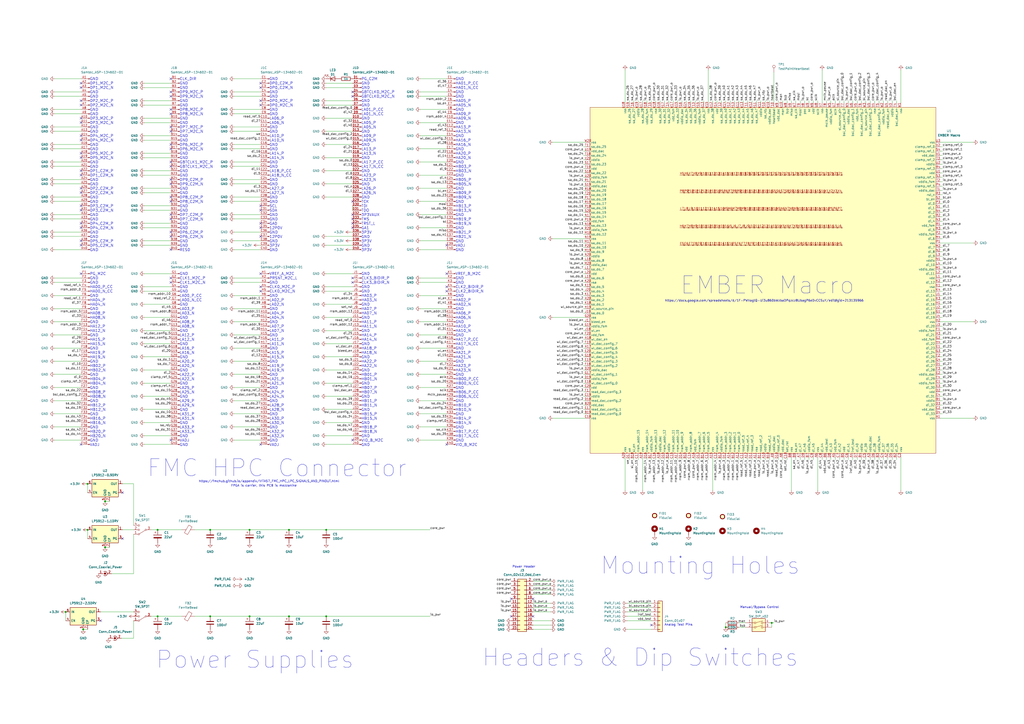
<source format=kicad_sch>
(kicad_sch (version 20211123) (generator eeschema)
  (paper "A2")
  (title_block (title "EMBER PCB Schematic") (date "2022-10-13") (company "Stanford University"))
  (lib_symbols
    (symbol "Connector:Conn_Coaxial_Power" (pin_names (offset 1.016) hide)
      (property "Reference" "J" (at -5.08 -1.27 90))
      (property "Value" "Conn_Coaxial_Power" (at -3.175 -1.27 90))
      (symbol "Conn_Coaxial_Power_1_1"
        (pin passive line (at 0 2.54 270) (length 2.54) (name "In") (number "1"))
        (pin passive line (at 0 -5.08 90) (length 2.54) (name "Ext") (number "2"))
      )
    )
    (symbol "Connector:Samtec_ASP-134602-01" (pin_names (offset 1.016) hide)
      (property "Reference" "J" (at 0 50.8 0))
      (property "Value" "Samtec_ASP-134602-01" (at 0 -53.34 0))
      (symbol "Samtec_ASP-134602-01_1_1"
        (pin passive line (at -5.08 48.26 0) (length 3.81) (name "Pin_1") (number "A1"))
        (pin passive line (at -5.08 25.4 0) (length 3.81) (name "Pin_10") (number "A10"))
        (pin passive line (at -5.08 22.86 0) (length 3.81) (name "Pin_11") (number "A11"))
        (pin passive line (at -5.08 20.32 0) (length 3.81) (name "Pin_12") (number "A12"))
        (pin passive line (at -5.08 17.78 0) (length 3.81) (name "Pin_13") (number "A13"))
        (pin passive line (at -5.08 15.24 0) (length 3.81) (name "Pin_14") (number "A14"))
        (pin passive line (at -5.08 12.7 0) (length 3.81) (name "Pin_15") (number "A15"))
        (pin passive line (at -5.08 10.16 0) (length 3.81) (name "Pin_16") (number "A16"))
        (pin passive line (at -5.08 7.62 0) (length 3.81) (name "Pin_17") (number "A17"))
        (pin passive line (at -5.08 5.08 0) (length 3.81) (name "Pin_18") (number "A18"))
        (pin passive line (at -5.08 2.54 0) (length 3.81) (name "Pin_19") (number "A19"))
        (pin passive line (at -5.08 45.72 0) (length 3.81) (name "Pin_2") (number "A2"))
        (pin passive line (at -5.08 0 0) (length 3.81) (name "Pin_20") (number "A20"))
        (pin passive line (at -5.08 -2.54 0) (length 3.81) (name "Pin_21") (number "A21"))
        (pin passive line (at -5.08 -5.08 0) (length 3.81) (name "Pin_22") (number "A22"))
        (pin passive line (at -5.08 -7.62 0) (length 3.81) (name "Pin_23") (number "A23"))
        (pin passive line (at -5.08 -10.16 0) (length 3.81) (name "Pin_24") (number "A24"))
        (pin passive line (at -5.08 -12.7 0) (length 3.81) (name "Pin_25") (number "A25"))
        (pin passive line (at -5.08 -15.24 0) (length 3.81) (name "Pin_26") (number "A26"))
        (pin passive line (at -5.08 -17.78 0) (length 3.81) (name "Pin_27") (number "A27"))
        (pin passive line (at -5.08 -20.32 0) (length 3.81) (name "Pin_28") (number "A28"))
        (pin passive line (at -5.08 -22.86 0) (length 3.81) (name "Pin_29") (number "A29"))
        (pin passive line (at -5.08 43.18 0) (length 3.81) (name "Pin_3") (number "A3"))
        (pin passive line (at -5.08 -25.4 0) (length 3.81) (name "Pin_30") (number "A30"))
        (pin passive line (at -5.08 -27.94 0) (length 3.81) (name "Pin_31") (number "A31"))
        (pin passive line (at -5.08 -30.48 0) (length 3.81) (name "Pin_32") (number "A32"))
        (pin passive line (at -5.08 -33.02 0) (length 3.81) (name "Pin_33") (number "A33"))
        (pin passive line (at -5.08 -35.56 0) (length 3.81) (name "Pin_34") (number "A34"))
        (pin passive line (at -5.08 -38.1 0) (length 3.81) (name "Pin_35") (number "A35"))
        (pin passive line (at -5.08 -40.64 0) (length 3.81) (name "Pin_36") (number "A36"))
        (pin passive line (at -5.08 -43.18 0) (length 3.81) (name "Pin_37") (number "A37"))
        (pin passive line (at -5.08 -45.72 0) (length 3.81) (name "Pin_38") (number "A38"))
        (pin passive line (at -5.08 -48.26 0) (length 3.81) (name "Pin_39") (number "A39"))
        (pin passive line (at -5.08 40.64 0) (length 3.81) (name "Pin_4") (number "A4"))
        (pin passive line (at -5.08 -50.8 0) (length 3.81) (name "Pin_40") (number "A40"))
        (pin passive line (at -5.08 38.1 0) (length 3.81) (name "Pin_5") (number "A5"))
        (pin passive line (at -5.08 35.56 0) (length 3.81) (name "Pin_6") (number "A6"))
        (pin passive line (at -5.08 33.02 0) (length 3.81) (name "Pin_7") (number "A7"))
        (pin passive line (at -5.08 30.48 0) (length 3.81) (name "Pin_8") (number "A8"))
        (pin passive line (at -5.08 27.94 0) (length 3.81) (name "Pin_9") (number "A9"))
      )
      (symbol "Samtec_ASP-134602-01_2_1"
        (pin passive line (at -5.08 48.26 0) (length 3.81) (name "Pin_1") (number "B1"))
        (pin passive line (at -5.08 25.4 0) (length 3.81) (name "Pin_10") (number "B10"))
        (pin passive line (at -5.08 22.86 0) (length 3.81) (name "Pin_11") (number "B11"))
        (pin passive line (at -5.08 20.32 0) (length 3.81) (name "Pin_12") (number "B12"))
        (pin passive line (at -5.08 17.78 0) (length 3.81) (name "Pin_13") (number "B13"))
        (pin passive line (at -5.08 15.24 0) (length 3.81) (name "Pin_14") (number "B14"))
        (pin passive line (at -5.08 12.7 0) (length 3.81) (name "Pin_15") (number "B15"))
        (pin passive line (at -5.08 10.16 0) (length 3.81) (name "Pin_16") (number "B16"))
        (pin passive line (at -5.08 7.62 0) (length 3.81) (name "Pin_17") (number "B17"))
        (pin passive line (at -5.08 5.08 0) (length 3.81) (name "Pin_18") (number "B18"))
        (pin passive line (at -5.08 2.54 0) (length 3.81) (name "Pin_19") (number "B19"))
        (pin passive line (at -5.08 45.72 0) (length 3.81) (name "Pin_2") (number "B2"))
        (pin passive line (at -5.08 0 0) (length 3.81) (name "Pin_20") (number "B20"))
        (pin passive line (at -5.08 -2.54 0) (length 3.81) (name "Pin_21") (number "B21"))
        (pin passive line (at -5.08 -5.08 0) (length 3.81) (name "Pin_22") (number "B22"))
        (pin passive line (at -5.08 -7.62 0) (length 3.81) (name "Pin_23") (number "B23"))
        (pin passive line (at -5.08 -10.16 0) (length 3.81) (name "Pin_24") (number "B24"))
        (pin passive line (at -5.08 -12.7 0) (length 3.81) (name "Pin_25") (number "B25"))
        (pin passive line (at -5.08 -15.24 0) (length 3.81) (name "Pin_26") (number "B26"))
        (pin passive line (at -5.08 -17.78 0) (length 3.81) (name "Pin_27") (number "B27"))
        (pin passive line (at -5.08 -20.32 0) (length 3.81) (name "Pin_28") (number "B28"))
        (pin passive line (at -5.08 -22.86 0) (length 3.81) (name "Pin_29") (number "B29"))
        (pin passive line (at -5.08 43.18 0) (length 3.81) (name "Pin_3") (number "B3"))
        (pin passive line (at -5.08 -25.4 0) (length 3.81) (name "Pin_30") (number "B30"))
        (pin passive line (at -5.08 -27.94 0) (length 3.81) (name "Pin_31") (number "B31"))
        (pin passive line (at -5.08 -30.48 0) (length 3.81) (name "Pin_32") (number "B32"))
        (pin passive line (at -5.08 -33.02 0) (length 3.81) (name "Pin_33") (number "B33"))
        (pin passive line (at -5.08 -35.56 0) (length 3.81) (name "Pin_34") (number "B34"))
        (pin passive line (at -5.08 -38.1 0) (length 3.81) (name "Pin_35") (number "B35"))
        (pin passive line (at -5.08 -40.64 0) (length 3.81) (name "Pin_36") (number "B36"))
        (pin passive line (at -5.08 -43.18 0) (length 3.81) (name "Pin_37") (number "B37"))
        (pin passive line (at -5.08 -45.72 0) (length 3.81) (name "Pin_38") (number "B38"))
        (pin passive line (at -5.08 -48.26 0) (length 3.81) (name "Pin_39") (number "B39"))
        (pin passive line (at -5.08 40.64 0) (length 3.81) (name "Pin_4") (number "B4"))
        (pin passive line (at -5.08 -50.8 0) (length 3.81) (name "Pin_40") (number "B40"))
        (pin passive line (at -5.08 38.1 0) (length 3.81) (name "Pin_5") (number "B5"))
        (pin passive line (at -5.08 35.56 0) (length 3.81) (name "Pin_6") (number "B6"))
        (pin passive line (at -5.08 33.02 0) (length 3.81) (name "Pin_7") (number "B7"))
        (pin passive line (at -5.08 30.48 0) (length 3.81) (name "Pin_8") (number "B8"))
        (pin passive line (at -5.08 27.94 0) (length 3.81) (name "Pin_9") (number "B9"))
      )
      (symbol "Samtec_ASP-134602-01_3_1"
        (pin passive line (at -5.08 48.26 0) (length 3.81) (name "Pin_1") (number "C1"))
        (pin passive line (at -5.08 25.4 0) (length 3.81) (name "Pin_10") (number "C10"))
        (pin passive line (at -5.08 22.86 0) (length 3.81) (name "Pin_11") (number "C11"))
        (pin passive line (at -5.08 20.32 0) (length 3.81) (name "Pin_12") (number "C12"))
        (pin passive line (at -5.08 17.78 0) (length 3.81) (name "Pin_13") (number "C13"))
        (pin passive line (at -5.08 15.24 0) (length 3.81) (name "Pin_14") (number "C14"))
        (pin passive line (at -5.08 12.7 0) (length 3.81) (name "Pin_15") (number "C15"))
        (pin passive line (at -5.08 10.16 0) (length 3.81) (name "Pin_16") (number "C16"))
        (pin passive line (at -5.08 7.62 0) (length 3.81) (name "Pin_17") (number "C17"))
        (pin passive line (at -5.08 5.08 0) (length 3.81) (name "Pin_18") (number "C18"))
        (pin passive line (at -5.08 2.54 0) (length 3.81) (name "Pin_19") (number "C19"))
        (pin passive line (at -5.08 45.72 0) (length 3.81) (name "Pin_2") (number "C2"))
        (pin passive line (at -5.08 0 0) (length 3.81) (name "Pin_20") (number "C20"))
        (pin passive line (at -5.08 -2.54 0) (length 3.81) (name "Pin_21") (number "C21"))
        (pin passive line (at -5.08 -5.08 0) (length 3.81) (name "Pin_22") (number "C22"))
        (pin passive line (at -5.08 -7.62 0) (length 3.81) (name "Pin_23") (number "C23"))
        (pin passive line (at -5.08 -10.16 0) (length 3.81) (name "Pin_24") (number "C24"))
        (pin passive line (at -5.08 -12.7 0) (length 3.81) (name "Pin_25") (number "C25"))
        (pin passive line (at -5.08 -15.24 0) (length 3.81) (name "Pin_26") (number "C26"))
        (pin passive line (at -5.08 -17.78 0) (length 3.81) (name "Pin_27") (number "C27"))
        (pin passive line (at -5.08 -20.32 0) (length 3.81) (name "Pin_28") (number "C28"))
        (pin passive line (at -5.08 -22.86 0) (length 3.81) (name "Pin_29") (number "C29"))
        (pin passive line (at -5.08 43.18 0) (length 3.81) (name "Pin_3") (number "C3"))
        (pin passive line (at -5.08 -25.4 0) (length 3.81) (name "Pin_30") (number "C30"))
        (pin passive line (at -5.08 -27.94 0) (length 3.81) (name "Pin_31") (number "C31"))
        (pin passive line (at -5.08 -30.48 0) (length 3.81) (name "Pin_32") (number "C32"))
        (pin passive line (at -5.08 -33.02 0) (length 3.81) (name "Pin_33") (number "C33"))
        (pin passive line (at -5.08 -35.56 0) (length 3.81) (name "Pin_34") (number "C34"))
        (pin passive line (at -5.08 -38.1 0) (length 3.81) (name "Pin_35") (number "C35"))
        (pin passive line (at -5.08 -40.64 0) (length 3.81) (name "Pin_36") (number "C36"))
        (pin passive line (at -5.08 -43.18 0) (length 3.81) (name "Pin_37") (number "C37"))
        (pin passive line (at -5.08 -45.72 0) (length 3.81) (name "Pin_38") (number "C38"))
        (pin passive line (at -5.08 -48.26 0) (length 3.81) (name "Pin_39") (number "C39"))
        (pin passive line (at -5.08 40.64 0) (length 3.81) (name "Pin_4") (number "C4"))
        (pin passive line (at -5.08 -50.8 0) (length 3.81) (name "Pin_40") (number "C40"))
        (pin passive line (at -5.08 38.1 0) (length 3.81) (name "Pin_5") (number "C5"))
        (pin passive line (at -5.08 35.56 0) (length 3.81) (name "Pin_6") (number "C6"))
        (pin passive line (at -5.08 33.02 0) (length 3.81) (name "Pin_7") (number "C7"))
        (pin passive line (at -5.08 30.48 0) (length 3.81) (name "Pin_8") (number "C8"))
        (pin passive line (at -5.08 27.94 0) (length 3.81) (name "Pin_9") (number "C9"))
      )
      (symbol "Samtec_ASP-134602-01_4_1"
        (pin passive line (at -5.08 48.26 0) (length 3.81) (name "Pin_1") (number "D1"))
        (pin passive line (at -5.08 25.4 0) (length 3.81) (name "Pin_10") (number "D10"))
        (pin passive line (at -5.08 22.86 0) (length 3.81) (name "Pin_11") (number "D11"))
        (pin passive line (at -5.08 20.32 0) (length 3.81) (name "Pin_12") (number "D12"))
        (pin passive line (at -5.08 17.78 0) (length 3.81) (name "Pin_13") (number "D13"))
        (pin passive line (at -5.08 15.24 0) (length 3.81) (name "Pin_14") (number "D14"))
        (pin passive line (at -5.08 12.7 0) (length 3.81) (name "Pin_15") (number "D15"))
        (pin passive line (at -5.08 10.16 0) (length 3.81) (name "Pin_16") (number "D16"))
        (pin passive line (at -5.08 7.62 0) (length 3.81) (name "Pin_17") (number "D17"))
        (pin passive line (at -5.08 5.08 0) (length 3.81) (name "Pin_18") (number "D18"))
        (pin passive line (at -5.08 2.54 0) (length 3.81) (name "Pin_19") (number "D19"))
        (pin passive line (at -5.08 45.72 0) (length 3.81) (name "Pin_2") (number "D2"))
        (pin passive line (at -5.08 0 0) (length 3.81) (name "Pin_20") (number "D20"))
        (pin passive line (at -5.08 -2.54 0) (length 3.81) (name "Pin_21") (number "D21"))
        (pin passive line (at -5.08 -5.08 0) (length 3.81) (name "Pin_22") (number "D22"))
        (pin passive line (at -5.08 -7.62 0) (length 3.81) (name "Pin_23") (number "D23"))
        (pin passive line (at -5.08 -10.16 0) (length 3.81) (name "Pin_24") (number "D24"))
        (pin passive line (at -5.08 -12.7 0) (length 3.81) (name "Pin_25") (number "D25"))
        (pin passive line (at -5.08 -15.24 0) (length 3.81) (name "Pin_26") (number "D26"))
        (pin passive line (at -5.08 -17.78 0) (length 3.81) (name "Pin_27") (number "D27"))
        (pin passive line (at -5.08 -20.32 0) (length 3.81) (name "Pin_28") (number "D28"))
        (pin passive line (at -5.08 -22.86 0) (length 3.81) (name "Pin_29") (number "D29"))
        (pin passive line (at -5.08 43.18 0) (length 3.81) (name "Pin_3") (number "D3"))
        (pin passive line (at -5.08 -25.4 0) (length 3.81) (name "Pin_30") (number "D30"))
        (pin passive line (at -5.08 -27.94 0) (length 3.81) (name "Pin_31") (number "D31"))
        (pin passive line (at -5.08 -30.48 0) (length 3.81) (name "Pin_32") (number "D32"))
        (pin passive line (at -5.08 -33.02 0) (length 3.81) (name "Pin_33") (number "D33"))
        (pin passive line (at -5.08 -35.56 0) (length 3.81) (name "Pin_34") (number "D34"))
        (pin passive line (at -5.08 -38.1 0) (length 3.81) (name "Pin_35") (number "D35"))
        (pin passive line (at -5.08 -40.64 0) (length 3.81) (name "Pin_36") (number "D36"))
        (pin passive line (at -5.08 -43.18 0) (length 3.81) (name "Pin_37") (number "D37"))
        (pin passive line (at -5.08 -45.72 0) (length 3.81) (name "Pin_38") (number "D38"))
        (pin passive line (at -5.08 -48.26 0) (length 3.81) (name "Pin_39") (number "D39"))
        (pin passive line (at -5.08 40.64 0) (length 3.81) (name "Pin_4") (number "D4"))
        (pin passive line (at -5.08 -50.8 0) (length 3.81) (name "Pin_40") (number "D40"))
        (pin passive line (at -5.08 38.1 0) (length 3.81) (name "Pin_5") (number "D5"))
        (pin passive line (at -5.08 35.56 0) (length 3.81) (name "Pin_6") (number "D6"))
        (pin passive line (at -5.08 33.02 0) (length 3.81) (name "Pin_7") (number "D7"))
        (pin passive line (at -5.08 30.48 0) (length 3.81) (name "Pin_8") (number "D8"))
        (pin passive line (at -5.08 27.94 0) (length 3.81) (name "Pin_9") (number "D9"))
      )
      (symbol "Samtec_ASP-134602-01_5_1"
        (pin passive line (at -5.08 48.26 0) (length 3.81) (name "Pin_1") (number "E1"))
        (pin passive line (at -5.08 25.4 0) (length 3.81) (name "Pin_10") (number "E10"))
        (pin passive line (at -5.08 22.86 0) (length 3.81) (name "Pin_11") (number "E11"))
        (pin passive line (at -5.08 20.32 0) (length 3.81) (name "Pin_12") (number "E12"))
        (pin passive line (at -5.08 17.78 0) (length 3.81) (name "Pin_13") (number "E13"))
        (pin passive line (at -5.08 15.24 0) (length 3.81) (name "Pin_14") (number "E14"))
        (pin passive line (at -5.08 12.7 0) (length 3.81) (name "Pin_15") (number "E15"))
        (pin passive line (at -5.08 10.16 0) (length 3.81) (name "Pin_16") (number "E16"))
        (pin passive line (at -5.08 7.62 0) (length 3.81) (name "Pin_17") (number "E17"))
        (pin passive line (at -5.08 5.08 0) (length 3.81) (name "Pin_18") (number "E18"))
        (pin passive line (at -5.08 2.54 0) (length 3.81) (name "Pin_19") (number "E19"))
        (pin passive line (at -5.08 45.72 0) (length 3.81) (name "Pin_2") (number "E2"))
        (pin passive line (at -5.08 0 0) (length 3.81) (name "Pin_20") (number "E20"))
        (pin passive line (at -5.08 -2.54 0) (length 3.81) (name "Pin_21") (number "E21"))
        (pin passive line (at -5.08 -5.08 0) (length 3.81) (name "Pin_22") (number "E22"))
        (pin passive line (at -5.08 -7.62 0) (length 3.81) (name "Pin_23") (number "E23"))
        (pin passive line (at -5.08 -10.16 0) (length 3.81) (name "Pin_24") (number "E24"))
        (pin passive line (at -5.08 -12.7 0) (length 3.81) (name "Pin_25") (number "E25"))
        (pin passive line (at -5.08 -15.24 0) (length 3.81) (name "Pin_26") (number "E26"))
        (pin passive line (at -5.08 -17.78 0) (length 3.81) (name "Pin_27") (number "E27"))
        (pin passive line (at -5.08 -20.32 0) (length 3.81) (name "Pin_28") (number "E28"))
        (pin passive line (at -5.08 -22.86 0) (length 3.81) (name "Pin_29") (number "E29"))
        (pin passive line (at -5.08 43.18 0) (length 3.81) (name "Pin_3") (number "E3"))
        (pin passive line (at -5.08 -25.4 0) (length 3.81) (name "Pin_30") (number "E30"))
        (pin passive line (at -5.08 -27.94 0) (length 3.81) (name "Pin_31") (number "E31"))
        (pin passive line (at -5.08 -30.48 0) (length 3.81) (name "Pin_32") (number "E32"))
        (pin passive line (at -5.08 -33.02 0) (length 3.81) (name "Pin_33") (number "E33"))
        (pin passive line (at -5.08 -35.56 0) (length 3.81) (name "Pin_34") (number "E34"))
        (pin passive line (at -5.08 -38.1 0) (length 3.81) (name "Pin_35") (number "E35"))
        (pin passive line (at -5.08 -40.64 0) (length 3.81) (name "Pin_36") (number "E36"))
        (pin passive line (at -5.08 -43.18 0) (length 3.81) (name "Pin_37") (number "E37"))
        (pin passive line (at -5.08 -45.72 0) (length 3.81) (name "Pin_38") (number "E38"))
        (pin passive line (at -5.08 -48.26 0) (length 3.81) (name "Pin_39") (number "E39"))
        (pin passive line (at -5.08 40.64 0) (length 3.81) (name "Pin_4") (number "E4"))
        (pin passive line (at -5.08 -50.8 0) (length 3.81) (name "Pin_40") (number "E40"))
        (pin passive line (at -5.08 38.1 0) (length 3.81) (name "Pin_5") (number "E5"))
        (pin passive line (at -5.08 35.56 0) (length 3.81) (name "Pin_6") (number "E6"))
        (pin passive line (at -5.08 33.02 0) (length 3.81) (name "Pin_7") (number "E7"))
        (pin passive line (at -5.08 30.48 0) (length 3.81) (name "Pin_8") (number "E8"))
        (pin passive line (at -5.08 27.94 0) (length 3.81) (name "Pin_9") (number "E9"))
      )
      (symbol "Samtec_ASP-134602-01_6_1"
        (pin passive line (at -5.08 48.26 0) (length 3.81) (name "Pin_1") (number "F1"))
        (pin passive line (at -5.08 25.4 0) (length 3.81) (name "Pin_10") (number "F10"))
        (pin passive line (at -5.08 22.86 0) (length 3.81) (name "Pin_11") (number "F11"))
        (pin passive line (at -5.08 20.32 0) (length 3.81) (name "Pin_12") (number "F12"))
        (pin passive line (at -5.08 17.78 0) (length 3.81) (name "Pin_13") (number "F13"))
        (pin passive line (at -5.08 15.24 0) (length 3.81) (name "Pin_14") (number "F14"))
        (pin passive line (at -5.08 12.7 0) (length 3.81) (name "Pin_15") (number "F15"))
        (pin passive line (at -5.08 10.16 0) (length 3.81) (name "Pin_16") (number "F16"))
        (pin passive line (at -5.08 7.62 0) (length 3.81) (name "Pin_17") (number "F17"))
        (pin passive line (at -5.08 5.08 0) (length 3.81) (name "Pin_18") (number "F18"))
        (pin passive line (at -5.08 2.54 0) (length 3.81) (name "Pin_19") (number "F19"))
        (pin passive line (at -5.08 45.72 0) (length 3.81) (name "Pin_2") (number "F2"))
        (pin passive line (at -5.08 0 0) (length 3.81) (name "Pin_20") (number "F20"))
        (pin passive line (at -5.08 -2.54 0) (length 3.81) (name "Pin_21") (number "F21"))
        (pin passive line (at -5.08 -5.08 0) (length 3.81) (name "Pin_22") (number "F22"))
        (pin passive line (at -5.08 -7.62 0) (length 3.81) (name "Pin_23") (number "F23"))
        (pin passive line (at -5.08 -10.16 0) (length 3.81) (name "Pin_24") (number "F24"))
        (pin passive line (at -5.08 -12.7 0) (length 3.81) (name "Pin_25") (number "F25"))
        (pin passive line (at -5.08 -15.24 0) (length 3.81) (name "Pin_26") (number "F26"))
        (pin passive line (at -5.08 -17.78 0) (length 3.81) (name "Pin_27") (number "F27"))
        (pin passive line (at -5.08 -20.32 0) (length 3.81) (name "Pin_28") (number "F28"))
        (pin passive line (at -5.08 -22.86 0) (length 3.81) (name "Pin_29") (number "F29"))
        (pin passive line (at -5.08 43.18 0) (length 3.81) (name "Pin_3") (number "F3"))
        (pin passive line (at -5.08 -25.4 0) (length 3.81) (name "Pin_30") (number "F30"))
        (pin passive line (at -5.08 -27.94 0) (length 3.81) (name "Pin_31") (number "F31"))
        (pin passive line (at -5.08 -30.48 0) (length 3.81) (name "Pin_32") (number "F32"))
        (pin passive line (at -5.08 -33.02 0) (length 3.81) (name "Pin_33") (number "F33"))
        (pin passive line (at -5.08 -35.56 0) (length 3.81) (name "Pin_34") (number "F34"))
        (pin passive line (at -5.08 -38.1 0) (length 3.81) (name "Pin_35") (number "F35"))
        (pin passive line (at -5.08 -40.64 0) (length 3.81) (name "Pin_36") (number "F36"))
        (pin passive line (at -5.08 -43.18 0) (length 3.81) (name "Pin_37") (number "F37"))
        (pin passive line (at -5.08 -45.72 0) (length 3.81) (name "Pin_38") (number "F38"))
        (pin passive line (at -5.08 -48.26 0) (length 3.81) (name "Pin_39") (number "F39"))
        (pin passive line (at -5.08 40.64 0) (length 3.81) (name "Pin_4") (number "F4"))
        (pin passive line (at -5.08 -50.8 0) (length 3.81) (name "Pin_40") (number "F40"))
        (pin passive line (at -5.08 38.1 0) (length 3.81) (name "Pin_5") (number "F5"))
        (pin passive line (at -5.08 35.56 0) (length 3.81) (name "Pin_6") (number "F6"))
        (pin passive line (at -5.08 33.02 0) (length 3.81) (name "Pin_7") (number "F7"))
        (pin passive line (at -5.08 30.48 0) (length 3.81) (name "Pin_8") (number "F8"))
        (pin passive line (at -5.08 27.94 0) (length 3.81) (name "Pin_9") (number "F9"))
      )
      (symbol "Samtec_ASP-134602-01_7_1"
        (pin passive line (at -5.08 48.26 0) (length 3.81) (name "Pin_1") (number "G1"))
        (pin passive line (at -5.08 25.4 0) (length 3.81) (name "Pin_10") (number "G10"))
        (pin passive line (at -5.08 22.86 0) (length 3.81) (name "Pin_11") (number "G11"))
        (pin passive line (at -5.08 20.32 0) (length 3.81) (name "Pin_12") (number "G12"))
        (pin passive line (at -5.08 17.78 0) (length 3.81) (name "Pin_13") (number "G13"))
        (pin passive line (at -5.08 15.24 0) (length 3.81) (name "Pin_14") (number "G14"))
        (pin passive line (at -5.08 12.7 0) (length 3.81) (name "Pin_15") (number "G15"))
        (pin passive line (at -5.08 10.16 0) (length 3.81) (name "Pin_16") (number "G16"))
        (pin passive line (at -5.08 7.62 0) (length 3.81) (name "Pin_17") (number "G17"))
        (pin passive line (at -5.08 5.08 0) (length 3.81) (name "Pin_18") (number "G18"))
        (pin passive line (at -5.08 2.54 0) (length 3.81) (name "Pin_19") (number "G19"))
        (pin passive line (at -5.08 45.72 0) (length 3.81) (name "Pin_2") (number "G2"))
        (pin passive line (at -5.08 0 0) (length 3.81) (name "Pin_20") (number "G20"))
        (pin passive line (at -5.08 -2.54 0) (length 3.81) (name "Pin_21") (number "G21"))
        (pin passive line (at -5.08 -5.08 0) (length 3.81) (name "Pin_22") (number "G22"))
        (pin passive line (at -5.08 -7.62 0) (length 3.81) (name "Pin_23") (number "G23"))
        (pin passive line (at -5.08 -10.16 0) (length 3.81) (name "Pin_24") (number "G24"))
        (pin passive line (at -5.08 -12.7 0) (length 3.81) (name "Pin_25") (number "G25"))
        (pin passive line (at -5.08 -15.24 0) (length 3.81) (name "Pin_26") (number "G26"))
        (pin passive line (at -5.08 -17.78 0) (length 3.81) (name "Pin_27") (number "G27"))
        (pin passive line (at -5.08 -20.32 0) (length 3.81) (name "Pin_28") (number "G28"))
        (pin passive line (at -5.08 -22.86 0) (length 3.81) (name "Pin_29") (number "G29"))
        (pin passive line (at -5.08 43.18 0) (length 3.81) (name "Pin_3") (number "G3"))
        (pin passive line (at -5.08 -25.4 0) (length 3.81) (name "Pin_30") (number "G30"))
        (pin passive line (at -5.08 -27.94 0) (length 3.81) (name "Pin_31") (number "G31"))
        (pin passive line (at -5.08 -30.48 0) (length 3.81) (name "Pin_32") (number "G32"))
        (pin passive line (at -5.08 -33.02 0) (length 3.81) (name "Pin_33") (number "G33"))
        (pin passive line (at -5.08 -35.56 0) (length 3.81) (name "Pin_34") (number "G34"))
        (pin passive line (at -5.08 -38.1 0) (length 3.81) (name "Pin_35") (number "G35"))
        (pin passive line (at -5.08 -40.64 0) (length 3.81) (name "Pin_36") (number "G36"))
        (pin passive line (at -5.08 -43.18 0) (length 3.81) (name "Pin_37") (number "G37"))
        (pin passive line (at -5.08 -45.72 0) (length 3.81) (name "Pin_38") (number "G38"))
        (pin passive line (at -5.08 -48.26 0) (length 3.81) (name "Pin_39") (number "G39"))
        (pin passive line (at -5.08 40.64 0) (length 3.81) (name "Pin_4") (number "G4"))
        (pin passive line (at -5.08 -50.8 0) (length 3.81) (name "Pin_40") (number "G40"))
        (pin passive line (at -5.08 38.1 0) (length 3.81) (name "Pin_5") (number "G5"))
        (pin passive line (at -5.08 35.56 0) (length 3.81) (name "Pin_6") (number "G6"))
        (pin passive line (at -5.08 33.02 0) (length 3.81) (name "Pin_7") (number "G7"))
        (pin passive line (at -5.08 30.48 0) (length 3.81) (name "Pin_8") (number "G8"))
        (pin passive line (at -5.08 27.94 0) (length 3.81) (name "Pin_9") (number "G9"))
      )
      (symbol "Samtec_ASP-134602-01_8_1"
        (pin passive line (at -5.08 48.26 0) (length 3.81) (name "Pin_1") (number "H1"))
        (pin passive line (at -5.08 25.4 0) (length 3.81) (name "Pin_10") (number "H10"))
        (pin passive line (at -5.08 22.86 0) (length 3.81) (name "Pin_11") (number "H11"))
        (pin passive line (at -5.08 20.32 0) (length 3.81) (name "Pin_12") (number "H12"))
        (pin passive line (at -5.08 17.78 0) (length 3.81) (name "Pin_13") (number "H13"))
        (pin passive line (at -5.08 15.24 0) (length 3.81) (name "Pin_14") (number "H14"))
        (pin passive line (at -5.08 12.7 0) (length 3.81) (name "Pin_15") (number "H15"))
        (pin passive line (at -5.08 10.16 0) (length 3.81) (name "Pin_16") (number "H16"))
        (pin passive line (at -5.08 7.62 0) (length 3.81) (name "Pin_17") (number "H17"))
        (pin passive line (at -5.08 5.08 0) (length 3.81) (name "Pin_18") (number "H18"))
        (pin passive line (at -5.08 2.54 0) (length 3.81) (name "Pin_19") (number "H19"))
        (pin passive line (at -5.08 45.72 0) (length 3.81) (name "Pin_2") (number "H2"))
        (pin passive line (at -5.08 0 0) (length 3.81) (name "Pin_20") (number "H20"))
        (pin passive line (at -5.08 -2.54 0) (length 3.81) (name "Pin_21") (number "H21"))
        (pin passive line (at -5.08 -5.08 0) (length 3.81) (name "Pin_22") (number "H22"))
        (pin passive line (at -5.08 -7.62 0) (length 3.81) (name "Pin_23") (number "H23"))
        (pin passive line (at -5.08 -10.16 0) (length 3.81) (name "Pin_24") (number "H24"))
        (pin passive line (at -5.08 -12.7 0) (length 3.81) (name "Pin_25") (number "H25"))
        (pin passive line (at -5.08 -15.24 0) (length 3.81) (name "Pin_26") (number "H26"))
        (pin passive line (at -5.08 -17.78 0) (length 3.81) (name "Pin_27") (number "H27"))
        (pin passive line (at -5.08 -20.32 0) (length 3.81) (name "Pin_28") (number "H28"))
        (pin passive line (at -5.08 -22.86 0) (length 3.81) (name "Pin_29") (number "H29"))
        (pin passive line (at -5.08 43.18 0) (length 3.81) (name "Pin_3") (number "H3"))
        (pin passive line (at -5.08 -25.4 0) (length 3.81) (name "Pin_30") (number "H30"))
        (pin passive line (at -5.08 -27.94 0) (length 3.81) (name "Pin_31") (number "H31"))
        (pin passive line (at -5.08 -30.48 0) (length 3.81) (name "Pin_32") (number "H32"))
        (pin passive line (at -5.08 -33.02 0) (length 3.81) (name "Pin_33") (number "H33"))
        (pin passive line (at -5.08 -35.56 0) (length 3.81) (name "Pin_34") (number "H34"))
        (pin passive line (at -5.08 -38.1 0) (length 3.81) (name "Pin_35") (number "H35"))
        (pin passive line (at -5.08 -40.64 0) (length 3.81) (name "Pin_36") (number "H36"))
        (pin passive line (at -5.08 -43.18 0) (length 3.81) (name "Pin_37") (number "H37"))
        (pin passive line (at -5.08 -45.72 0) (length 3.81) (name "Pin_38") (number "H38"))
        (pin passive line (at -5.08 -48.26 0) (length 3.81) (name "Pin_39") (number "H39"))
        (pin passive line (at -5.08 40.64 0) (length 3.81) (name "Pin_4") (number "H4"))
        (pin passive line (at -5.08 -50.8 0) (length 3.81) (name "Pin_40") (number "H40"))
        (pin passive line (at -5.08 38.1 0) (length 3.81) (name "Pin_5") (number "H5"))
        (pin passive line (at -5.08 35.56 0) (length 3.81) (name "Pin_6") (number "H6"))
        (pin passive line (at -5.08 33.02 0) (length 3.81) (name "Pin_7") (number "H7"))
        (pin passive line (at -5.08 30.48 0) (length 3.81) (name "Pin_8") (number "H8"))
        (pin passive line (at -5.08 27.94 0) (length 3.81) (name "Pin_9") (number "H9"))
      )
      (symbol "Samtec_ASP-134602-01_9_1"
        (pin passive line (at -5.08 48.26 0) (length 3.81) (name "Pin_1") (number "J1"))
        (pin passive line (at -5.08 25.4 0) (length 3.81) (name "Pin_10") (number "J10"))
        (pin passive line (at -5.08 22.86 0) (length 3.81) (name "Pin_11") (number "J11"))
        (pin passive line (at -5.08 20.32 0) (length 3.81) (name "Pin_12") (number "J12"))
        (pin passive line (at -5.08 17.78 0) (length 3.81) (name "Pin_13") (number "J13"))
        (pin passive line (at -5.08 15.24 0) (length 3.81) (name "Pin_14") (number "J14"))
        (pin passive line (at -5.08 12.7 0) (length 3.81) (name "Pin_15") (number "J15"))
        (pin passive line (at -5.08 10.16 0) (length 3.81) (name "Pin_16") (number "J16"))
        (pin passive line (at -5.08 7.62 0) (length 3.81) (name "Pin_17") (number "J17"))
        (pin passive line (at -5.08 5.08 0) (length 3.81) (name "Pin_18") (number "J18"))
        (pin passive line (at -5.08 2.54 0) (length 3.81) (name "Pin_19") (number "J19"))
        (pin passive line (at -5.08 45.72 0) (length 3.81) (name "Pin_2") (number "J2"))
        (pin passive line (at -5.08 0 0) (length 3.81) (name "Pin_20") (number "J20"))
        (pin passive line (at -5.08 -2.54 0) (length 3.81) (name "Pin_21") (number "J21"))
        (pin passive line (at -5.08 -5.08 0) (length 3.81) (name "Pin_22") (number "J22"))
        (pin passive line (at -5.08 -7.62 0) (length 3.81) (name "Pin_23") (number "J23"))
        (pin passive line (at -5.08 -10.16 0) (length 3.81) (name "Pin_24") (number "J24"))
        (pin passive line (at -5.08 -12.7 0) (length 3.81) (name "Pin_25") (number "J25"))
        (pin passive line (at -5.08 -15.24 0) (length 3.81) (name "Pin_26") (number "J26"))
        (pin passive line (at -5.08 -17.78 0) (length 3.81) (name "Pin_27") (number "J27"))
        (pin passive line (at -5.08 -20.32 0) (length 3.81) (name "Pin_28") (number "J28"))
        (pin passive line (at -5.08 -22.86 0) (length 3.81) (name "Pin_29") (number "J29"))
        (pin passive line (at -5.08 43.18 0) (length 3.81) (name "Pin_3") (number "J3"))
        (pin passive line (at -5.08 -25.4 0) (length 3.81) (name "Pin_30") (number "J30"))
        (pin passive line (at -5.08 -27.94 0) (length 3.81) (name "Pin_31") (number "J31"))
        (pin passive line (at -5.08 -30.48 0) (length 3.81) (name "Pin_32") (number "J32"))
        (pin passive line (at -5.08 -33.02 0) (length 3.81) (name "Pin_33") (number "J33"))
        (pin passive line (at -5.08 -35.56 0) (length 3.81) (name "Pin_34") (number "J34"))
        (pin passive line (at -5.08 -38.1 0) (length 3.81) (name "Pin_35") (number "J35"))
        (pin passive line (at -5.08 -40.64 0) (length 3.81) (name "Pin_36") (number "J36"))
        (pin passive line (at -5.08 -43.18 0) (length 3.81) (name "Pin_37") (number "J37"))
        (pin passive line (at -5.08 -45.72 0) (length 3.81) (name "Pin_38") (number "J38"))
        (pin passive line (at -5.08 -48.26 0) (length 3.81) (name "Pin_39") (number "J39"))
        (pin passive line (at -5.08 40.64 0) (length 3.81) (name "Pin_4") (number "J4"))
        (pin passive line (at -5.08 -50.8 0) (length 3.81) (name "Pin_40") (number "J40"))
        (pin passive line (at -5.08 38.1 0) (length 3.81) (name "Pin_5") (number "J5"))
        (pin passive line (at -5.08 35.56 0) (length 3.81) (name "Pin_6") (number "J6"))
        (pin passive line (at -5.08 33.02 0) (length 3.81) (name "Pin_7") (number "J7"))
        (pin passive line (at -5.08 30.48 0) (length 3.81) (name "Pin_8") (number "J8"))
        (pin passive line (at -5.08 27.94 0) (length 3.81) (name "Pin_9") (number "J9"))
      )
      (symbol "Samtec_ASP-134602-01_10_1"
        (pin passive line (at -5.08 48.26 0) (length 3.81) (name "Pin_1") (number "K1"))
        (pin passive line (at -5.08 25.4 0) (length 3.81) (name "Pin_10") (number "K10"))
        (pin passive line (at -5.08 22.86 0) (length 3.81) (name "Pin_11") (number "K11"))
        (pin passive line (at -5.08 20.32 0) (length 3.81) (name "Pin_12") (number "K12"))
        (pin passive line (at -5.08 17.78 0) (length 3.81) (name "Pin_13") (number "K13"))
        (pin passive line (at -5.08 15.24 0) (length 3.81) (name "Pin_14") (number "K14"))
        (pin passive line (at -5.08 12.7 0) (length 3.81) (name "Pin_15") (number "K15"))
        (pin passive line (at -5.08 10.16 0) (length 3.81) (name "Pin_16") (number "K16"))
        (pin passive line (at -5.08 7.62 0) (length 3.81) (name "Pin_17") (number "K17"))
        (pin passive line (at -5.08 5.08 0) (length 3.81) (name "Pin_18") (number "K18"))
        (pin passive line (at -5.08 2.54 0) (length 3.81) (name "Pin_19") (number "K19"))
        (pin passive line (at -5.08 45.72 0) (length 3.81) (name "Pin_2") (number "K2"))
        (pin passive line (at -5.08 0 0) (length 3.81) (name "Pin_20") (number "K20"))
        (pin passive line (at -5.08 -2.54 0) (length 3.81) (name "Pin_21") (number "K21"))
        (pin passive line (at -5.08 -5.08 0) (length 3.81) (name "Pin_22") (number "K22"))
        (pin passive line (at -5.08 -7.62 0) (length 3.81) (name "Pin_23") (number "K23"))
        (pin passive line (at -5.08 -10.16 0) (length 3.81) (name "Pin_24") (number "K24"))
        (pin passive line (at -5.08 -12.7 0) (length 3.81) (name "Pin_25") (number "K25"))
        (pin passive line (at -5.08 -15.24 0) (length 3.81) (name "Pin_26") (number "K26"))
        (pin passive line (at -5.08 -17.78 0) (length 3.81) (name "Pin_27") (number "K27"))
        (pin passive line (at -5.08 -20.32 0) (length 3.81) (name "Pin_28") (number "K28"))
        (pin passive line (at -5.08 -22.86 0) (length 3.81) (name "Pin_29") (number "K29"))
        (pin passive line (at -5.08 43.18 0) (length 3.81) (name "Pin_3") (number "K3"))
        (pin passive line (at -5.08 -25.4 0) (length 3.81) (name "Pin_30") (number "K30"))
        (pin passive line (at -5.08 -27.94 0) (length 3.81) (name "Pin_31") (number "K31"))
        (pin passive line (at -5.08 -30.48 0) (length 3.81) (name "Pin_32") (number "K32"))
        (pin passive line (at -5.08 -33.02 0) (length 3.81) (name "Pin_33") (number "K33"))
        (pin passive line (at -5.08 -35.56 0) (length 3.81) (name "Pin_34") (number "K34"))
        (pin passive line (at -5.08 -38.1 0) (length 3.81) (name "Pin_35") (number "K35"))
        (pin passive line (at -5.08 -40.64 0) (length 3.81) (name "Pin_36") (number "K36"))
        (pin passive line (at -5.08 -43.18 0) (length 3.81) (name "Pin_37") (number "K37"))
        (pin passive line (at -5.08 -45.72 0) (length 3.81) (name "Pin_38") (number "K38"))
        (pin passive line (at -5.08 -48.26 0) (length 3.81) (name "Pin_39") (number "K39"))
        (pin passive line (at -5.08 40.64 0) (length 3.81) (name "Pin_4") (number "K4"))
        (pin passive line (at -5.08 -50.8 0) (length 3.81) (name "Pin_40") (number "K40"))
        (pin passive line (at -5.08 38.1 0) (length 3.81) (name "Pin_5") (number "K5"))
        (pin passive line (at -5.08 35.56 0) (length 3.81) (name "Pin_6") (number "K6"))
        (pin passive line (at -5.08 33.02 0) (length 3.81) (name "Pin_7") (number "K7"))
        (pin passive line (at -5.08 30.48 0) (length 3.81) (name "Pin_8") (number "K8"))
        (pin passive line (at -5.08 27.94 0) (length 3.81) (name "Pin_9") (number "K9"))
      )
    )
    (symbol "Connector:TestPoint" (pin_numbers hide) (pin_names (offset 0.762) hide)
      (property "Reference" "TP" (at 0 6.858 0))
      (property "Value" "TestPoint" (at 0 5.08 0))
      (symbol "TestPoint_1_1"
        (pin passive line (at 0 0 90) (length 2.54) (name "1") (number "1"))
      )
    )
    (symbol "Connector_Generic:Conn_01x07" (pin_names (offset 1.016) hide)
      (property "Reference" "J" (at 0 10.16 0))
      (property "Value" "Conn_01x07" (at 0 -10.16 0))
      (symbol "Conn_01x07_1_1"
        (pin passive line (at -5.08 7.62 0) (length 3.81) (name "Pin_1") (number "1"))
        (pin passive line (at -5.08 5.08 0) (length 3.81) (name "Pin_2") (number "2"))
        (pin passive line (at -5.08 2.54 0) (length 3.81) (name "Pin_3") (number "3"))
        (pin passive line (at -5.08 0 0) (length 3.81) (name "Pin_4") (number "4"))
        (pin passive line (at -5.08 -2.54 0) (length 3.81) (name "Pin_5") (number "5"))
        (pin passive line (at -5.08 -5.08 0) (length 3.81) (name "Pin_6") (number "6"))
        (pin passive line (at -5.08 -7.62 0) (length 3.81) (name "Pin_7") (number "7"))
      )
    )
    (symbol "Connector_Generic:Conn_02x12_Odd_Even" (pin_names (offset 1.016) hide)
      (property "Reference" "J" (at 1.27 15.24 0))
      (property "Value" "Conn_02x12_Odd_Even" (at 1.27 -17.78 0))
      (symbol "Conn_02x12_Odd_Even_1_1"
        (pin passive line (at -5.08 12.7 0) (length 3.81) (name "Pin_1") (number "1"))
        (pin passive line (at 7.62 2.54 180) (length 3.81) (name "Pin_10") (number "10"))
        (pin passive line (at -5.08 0 0) (length 3.81) (name "Pin_11") (number "11"))
        (pin passive line (at 7.62 0 180) (length 3.81) (name "Pin_12") (number "12"))
        (pin passive line (at -5.08 -2.54 0) (length 3.81) (name "Pin_13") (number "13"))
        (pin passive line (at 7.62 -2.54 180) (length 3.81) (name "Pin_14") (number "14"))
        (pin passive line (at -5.08 -5.08 0) (length 3.81) (name "Pin_15") (number "15"))
        (pin passive line (at 7.62 -5.08 180) (length 3.81) (name "Pin_16") (number "16"))
        (pin passive line (at -5.08 -7.62 0) (length 3.81) (name "Pin_17") (number "17"))
        (pin passive line (at 7.62 -7.62 180) (length 3.81) (name "Pin_18") (number "18"))
        (pin passive line (at -5.08 -10.16 0) (length 3.81) (name "Pin_19") (number "19"))
        (pin passive line (at 7.62 12.7 180) (length 3.81) (name "Pin_2") (number "2"))
        (pin passive line (at 7.62 -10.16 180) (length 3.81) (name "Pin_20") (number "20"))
        (pin passive line (at -5.08 -12.7 0) (length 3.81) (name "Pin_21") (number "21"))
        (pin passive line (at 7.62 -12.7 180) (length 3.81) (name "Pin_22") (number "22"))
        (pin passive line (at -5.08 -15.24 0) (length 3.81) (name "Pin_23") (number "23"))
        (pin passive line (at 7.62 -15.24 180) (length 3.81) (name "Pin_24") (number "24"))
        (pin passive line (at -5.08 10.16 0) (length 3.81) (name "Pin_3") (number "3"))
        (pin passive line (at 7.62 10.16 180) (length 3.81) (name "Pin_4") (number "4"))
        (pin passive line (at -5.08 7.62 0) (length 3.81) (name "Pin_5") (number "5"))
        (pin passive line (at 7.62 7.62 180) (length 3.81) (name "Pin_6") (number "6"))
        (pin passive line (at -5.08 5.08 0) (length 3.81) (name "Pin_7") (number "7"))
        (pin passive line (at 7.62 5.08 180) (length 3.81) (name "Pin_8") (number "8"))
        (pin passive line (at -5.08 2.54 0) (length 3.81) (name "Pin_9") (number "9"))
      )
    )
    (symbol "Device:C" (pin_numbers hide) (pin_names (offset 0.254))
      (property "Reference" "C" (at 0.635 2.54 0))
      (property "Value" "C" (at 0.635 -2.54 0))
      (symbol "C_1_1"
        (pin passive line (at 0 3.81 270) (length 2.794) (name "~") (number "1"))
        (pin passive line (at 0 -3.81 90) (length 2.794) (name "~") (number "2"))
      )
    )
    (symbol "Device:C_Polarized" (pin_numbers hide) (pin_names (offset 0.254))
      (property "Reference" "C" (at 0.635 2.54 0))
      (property "Value" "C_Polarized" (at 0.635 -2.54 0))
      (symbol "C_Polarized_1_1"
        (pin passive line (at 0 3.81 270) (length 2.794) (name "~") (number "1"))
        (pin passive line (at 0 -3.81 90) (length 2.794) (name "~") (number "2"))
      )
    )
    (symbol "Device:FerriteBead" (pin_numbers hide) (pin_names (offset 0))
      (property "Reference" "FB" (at -3.81 0.635 90))
      (property "Value" "FerriteBead" (at 3.81 0 90))
      (symbol "FerriteBead_1_1"
        (pin passive line (at 0 3.81 270) (length 2.54) (name "~") (number "1"))
        (pin passive line (at 0 -3.81 90) (length 2.54) (name "~") (number "2"))
      )
    )
    (symbol "Device:LED" (pin_numbers hide) (pin_names (offset 1.016) hide)
      (property "Reference" "D" (at 0 2.54 0))
      (property "Value" "LED" (at 0 -2.54 0))
      (symbol "LED_1_1"
        (pin passive line (at -3.81 0 0) (length 2.54) (name "K") (number "1"))
        (pin passive line (at 3.81 0 180) (length 2.54) (name "A") (number "2"))
      )
    )
    (symbol "Device:R" (pin_numbers hide) (pin_names (offset 0))
      (property "Reference" "R" (at 2.032 0 90))
      (property "Value" "R" (at 0 0 90))
      (symbol "R_1_1"
        (pin passive line (at 0 3.81 270) (length 1.27) (name "~") (number "1"))
        (pin passive line (at 0 -3.81 90) (length 1.27) (name "~") (number "2"))
      )
    )
    (symbol "Mechanical:Fiducial"
      (property "Reference" "FID" (at 0 5.08 0))
      (property "Value" "Fiducial" (at 0 3.175 0))
    )
    (symbol "Mechanical:MountingHole" (pin_names (offset 1.016))
      (property "Reference" "H" (at 0 5.08 0))
      (property "Value" "MountingHole" (at 0 3.175 0))
    )
    (symbol "Mechanical:MountingHole_Pad" (pin_numbers hide) (pin_names (offset 1.016) hide)
      (property "Reference" "H" (at 0 6.35 0))
      (property "Value" "MountingHole_Pad" (at 0 4.445 0))
      (symbol "MountingHole_Pad_1_1"
        (pin input line (at 0 -2.54 90) (length 2.54) (name "1") (number "1"))
      )
    )
    (symbol "Regulator_Linear:LP5912-0.9DRV"
      (property "Reference" "U" (at -3.81 6.35 0))
      (property "Value" "LP5912-0.9DRV" (at 6.35 6.35 0))
      (symbol "LP5912-0.9DRV_0_1"
        (pin power_out line (at 10.16 2.54 180) (length 2.54) (name "OUT") (number "1"))
        (pin no_connect line (at 7.62 0 180) (length 2.54) hide (name "NC") (number "2"))
        (pin input line (at -10.16 -2.54 0) (length 2.54) (name "EN") (number "4"))
        (pin power_in line (at 0 -7.62 90) (length 2.54) (name "GND") (number "5"))
        (pin power_in line (at -10.16 2.54 0) (length 2.54) (name "IN") (number "6"))
      )
      (symbol "LP5912-0.9DRV_1_1"
        (pin open_collector line (at 10.16 -2.54 180) (length 2.54) (name "PG") (number "3"))
        (pin passive line (at 2.54 -7.62 90) (length 2.54) (name "EP") (number "7"))
      )
    )
    (symbol "Regulator_Linear:LP5912-1.1DRV"
      (property "Reference" "U" (at -3.81 6.35 0))
      (property "Value" "LP5912-1.1DRV" (at 6.35 6.35 0))
      (symbol "LP5912-1.1DRV_0_1"
        (pin power_out line (at 10.16 2.54 180) (length 2.54) (name "OUT") (number "1"))
        (pin no_connect line (at 7.62 0 180) (length 2.54) hide (name "NC") (number "2"))
        (pin input line (at -10.16 -2.54 0) (length 2.54) (name "EN") (number "4"))
        (pin power_in line (at 0 -7.62 90) (length 2.54) (name "GND") (number "5"))
        (pin power_in line (at -10.16 2.54 0) (length 2.54) (name "IN") (number "6"))
      )
      (symbol "LP5912-1.1DRV_1_1"
        (pin open_collector line (at 10.16 -2.54 180) (length 2.54) (name "PG") (number "3"))
        (pin passive line (at 2.54 -7.62 90) (length 2.54) (name "EP") (number "7"))
      )
    )
    (symbol "Regulator_Linear:LP5912-2.5DRV"
      (property "Reference" "U" (at -3.81 6.35 0))
      (property "Value" "LP5912-2.5DRV" (at 6.35 6.35 0))
      (symbol "LP5912-2.5DRV_0_1"
        (pin power_out line (at 10.16 2.54 180) (length 2.54) (name "OUT") (number "1"))
        (pin no_connect line (at 7.62 0 180) (length 2.54) hide (name "NC") (number "2"))
        (pin input line (at -10.16 -2.54 0) (length 2.54) (name "EN") (number "4"))
        (pin power_in line (at 0 -7.62 90) (length 2.54) (name "GND") (number "5"))
        (pin power_in line (at -10.16 2.54 0) (length 2.54) (name "IN") (number "6"))
      )
      (symbol "LP5912-2.5DRV_1_1"
        (pin open_collector line (at 10.16 -2.54 180) (length 2.54) (name "PG") (number "3"))
        (pin passive line (at 2.54 -7.62 90) (length 2.54) (name "EP") (number "7"))
      )
    )
    (symbol "Switch:SW_DIP_x02" (pin_names (offset 0) hide)
      (property "Reference" "SW" (at 0 6.35 0))
      (property "Value" "SW_DIP_x02" (at 0 -3.81 0))
      (symbol "SW_DIP_x02_1_1"
        (pin passive line (at -7.62 2.54 0) (length 5.08) (name "~") (number "1"))
        (pin passive line (at -7.62 0 0) (length 5.08) (name "~") (number "2"))
        (pin passive line (at 7.62 0 180) (length 5.08) (name "~") (number "3"))
        (pin passive line (at 7.62 2.54 180) (length 5.08) (name "~") (number "4"))
      )
    )
    (symbol "Switch:SW_SP3T" (pin_names (offset 0) hide)
      (property "Reference" "SW" (at 0 5.08 0))
      (property "Value" "SW_SP3T" (at 0 -5.08 0))
      (symbol "SW_SP3T_1_1"
        (pin passive line (at 5.08 2.54 180) (length 2.54) (name "1") (number "1"))
        (pin passive line (at 5.08 0 180) (length 2.54) (name "2") (number "2"))
        (pin passive line (at -5.08 0 0) (length 2.54) (name "3") (number "3"))
        (pin passive line (at 5.08 -2.54 180) (length 2.54) (name "4") (number "4"))
      )
    )
    (symbol "ember-lib:EMBER_Macro"
      (property "Reference" "U2" (at 107.95 86.5888 0))
      (property "Value" "EMBER_Macro" (at 107.95 84.0488 0))
      (symbol "EMBER_Macro_0_0"
        (pin power_in line (at 102.87 -80.01 180) (length 2.54) (name "vss") (number "A1"))
        (pin power_in line (at -3.81 -102.87 90) (length 2.54) (name "vsa") (number "A11"))
        (pin input line (at -8.89 -102.87 90) (length 2.54) (name "read_ref_4") (number "A12"))
        (pin power_in line (at -39.37 -102.87 90) (length 2.54) (name "vdd_fsm") (number "A16"))
        (pin input line (at -49.53 -102.87 90) (length 2.54) (name "rram_addr_10") (number "A17"))
        (pin power_in line (at -59.69 -102.87 90) (length 2.54) (name "vddio_dac") (number "A18"))
        (pin input line (at 72.39 -102.87 90) (length 2.54) (name "di_36") (number "A2"))
        (pin power_in line (at -80.01 -102.87 90) (length 2.54) (name "vss") (number "A20"))
        (pin power_in line (at 62.23 -102.87 90) (length 2.54) (name "vddio_dac") (number "A3"))
        (pin power_in line (at 11.43 -102.87 90) (length 2.54) (name "vdd_dac") (number "A8"))
        (pin power_in line (at 6.35 -102.87 90) (length 2.54) (name "vddio_dac") (number "A9"))
        (pin power_in line (at 102.87 -69.85 180) (length 2.54) (name "vddio") (number "B1"))
        (pin input line (at 3.81 -102.87 90) (length 2.54) (name "read_ref_1") (number "B10"))
        (pin input line (at -1.27 -102.87 90) (length 2.54) (name "read_ref_2") (number "B11"))
        (pin input line (at -16.51 -102.87 90) (length 2.54) (name "rram_addr_1") (number "B12"))
        (pin input line (at -34.29 -102.87 90) (length 2.54) (name "rram_addr_6") (number "B14"))
        (pin power_in line (at -44.45 -102.87 90) (length 2.54) (name "vdd") (number "B15"))
        (pin power_in line (at -54.61 -102.87 90) (length 2.54) (name "vddio") (number "B16"))
        (pin power_in line (at -64.77 -102.87 90) (length 2.54) (name "vddio_fsm") (number "B17"))
        (pin input line (at -102.87 -77.47 0) (length 2.54) (name "read_dac_config_0") (number "B19"))
        (pin input line (at 77.47 -102.87 90) (length 2.54) (name "di_34") (number "B2"))
        (pin power_in line (at -102.87 -72.39 0) (length 2.54) (name "vdd_dac") (number "B20"))
        (pin no_connect line (at -2.54 60.96 180) (length 2.54) (name "") (number "B21"))
        (pin power_in line (at 67.31 -102.87 90) (length 2.54) (name "vddio_fsm") (number "B3"))
        (pin power_in line (at 46.99 -102.87 90) (length 2.54) (name "vdd") (number "B5"))
        (pin power_in line (at 36.83 -102.87 90) (length 2.54) (name "vdd_test") (number "B6"))
        (pin power_in line (at 26.67 -102.87 90) (length 2.54) (name "vddio_fsm") (number "B7"))
        (pin input line (at 19.05 -102.87 90) (length 2.54) (name "sa_en") (number "B9"))
        (pin power_in line (at 102.87 -59.69 180) (length 2.54) (name "vddio_fsm") (number "C1"))
        (pin input line (at 13.97 -102.87 90) (length 2.54) (name "set_rst") (number "C10"))
        (pin input line (at -11.43 -102.87 90) (length 2.54) (name "read_ref_5") (number "C11"))
        (pin input line (at -52.07 -102.87 90) (length 2.54) (name "rram_addr_11") (number "C15"))
        (pin input line (at -62.23 -102.87 90) (length 2.54) (name "rram_addr_13") (number "C16"))
        (pin power_in line (at -102.87 -80.01 0) (length 2.54) (name "vss") (number "C18"))
        (pin power_in line (at 102.87 -74.93 180) (length 2.54) (name "vdd_dac") (number "C2"))
        (pin power_in line (at -102.87 -62.23 0) (length 2.54) (name "vdd") (number "C20"))
        (pin no_connect line (at 0 60.96 180) (length 2.54) (name "") (number "C21"))
        (pin power_in line (at 80.01 -102.87 90) (length 2.54) (name "vss") (number "C3"))
        (pin input line (at 49.53 -102.87 90) (length 2.54) (name "di_41") (number "C6"))
        (pin input line (at 44.45 -102.87 90) (length 2.54) (name "di_42") (number "C7"))
        (pin input line (at 34.29 -102.87 90) (length 2.54) (name "di_44") (number "C8"))
        (pin input line (at 29.21 -102.87 90) (length 2.54) (name "di_45") (number "C9"))
        (pin input line (at 102.87 -49.53 180) (length 2.54) (name "di_27") (number "D1"))
        (pin input line (at 8.89 -102.87 90) (length 2.54) (name "read_ref_0") (number "D10"))
        (pin input line (at -21.59 -102.87 90) (length 2.54) (name "rram_addr_3") (number "D12"))
        (pin input line (at -57.15 -102.87 90) (length 2.54) (name "rram_addr_12") (number "D15"))
        (pin input line (at -67.31 -102.87 90) (length 2.54) (name "rram_addr_14") (number "D16"))
        (pin input line (at -77.47 -102.87 90) (length 2.54) (name "we") (number "D17"))
        (pin power_in line (at -102.87 -57.15 0) (length 2.54) (name "vddio_fsm") (number "D19"))
        (pin power_in line (at 102.87 -64.77 180) (length 2.54) (name "vdd") (number "D2"))
        (pin no_connect line (at 2.54 60.96 180) (length 2.54) (name "") (number "D21"))
        (pin input line (at 102.87 -72.39 180) (length 2.54) (name "di_32") (number "D3"))
        (pin input line (at 102.87 -77.47 180) (length 2.54) (name "di_33") (number "D4"))
        (pin input line (at 64.77 -102.87 90) (length 2.54) (name "di_38") (number "D6"))
        (pin input line (at 54.61 -102.87 90) (length 2.54) (name "di_40") (number "D7"))
        (pin input line (at 24.13 -102.87 90) (length 2.54) (name "di_46") (number "D9"))
        (pin input line (at 102.87 -39.37 180) (length 2.54) (name "di_23") (number "E1"))
        (pin no_connect line (at -33.02 20.32 180) (length 2.54) (name "") (number "E10"))
        (pin no_connect line (at -30.48 20.32 180) (length 2.54) (name "") (number "E11"))
        (pin no_connect line (at -27.94 20.32 180) (length 2.54) (name "") (number "E12"))
        (pin no_connect line (at -25.4 20.32 180) (length 2.54) (name "") (number "E13"))
        (pin no_connect line (at -22.86 20.32 180) (length 2.54) (name "") (number "E14"))
        (pin no_connect line (at -20.32 20.32 180) (length 2.54) (name "") (number "E15"))
        (pin input line (at -102.87 -59.69 0) (length 2.54) (name "wl_dac_config_0") (number "E18"))
        (pin input line (at -102.87 -41.91 0) (length 2.54) (name "wl_dac_config_5") (number "E20"))
        (pin no_connect line (at 5.08 60.96 180) (length 2.54) (name "") (number "E21"))
        (pin input line (at 102.87 -62.23 180) (length 2.54) (name "di_30") (number "E3"))
        (pin no_connect line (at -45.72 20.32 180) (length 2.54) (name "") (number "E5"))
        (pin no_connect line (at -43.18 20.32 180) (length 2.54) (name "") (number "E6"))
        (pin no_connect line (at -35.56 20.32 180) (length 2.54) (name "") (number "E9"))
        (pin power_in line (at 102.87 -29.21 180) (length 2.54) (name "vddio_fsm") (number "F1"))
        (pin no_connect line (at 0 20.32 180) (length 2.54) (name "") (number "F11"))
        (pin no_connect line (at 5.08 20.32 180) (length 2.54) (name "") (number "F13"))
        (pin no_connect line (at 7.62 20.32 180) (length 2.54) (name "") (number "F14"))
        (pin no_connect line (at 10.16 20.32 180) (length 2.54) (name "") (number "F15"))
        (pin input line (at -102.87 -64.77 0) (length 2.54) (name "read_dac_config_3") (number "F17"))
        (pin input line (at -102.87 -49.53 0) (length 2.54) (name "wl_dac_config_2") (number "F18"))
        (pin input line (at -102.87 -36.83 0) (length 2.54) (name "wl_dac_config_7") (number "F19"))
        (pin input line (at 102.87 -44.45 180) (length 2.54) (name "di_25") (number "F2"))
        (pin power_in line (at -102.87 -31.75 0) (length 2.54) (name "vdd_fsm") (number "F20"))
        (pin no_connect line (at 7.62 60.96 180) (length 2.54) (name "") (number "F21"))
        (pin input line (at 102.87 -52.07 180) (length 2.54) (name "di_28") (number "F3"))
        (pin no_connect line (at -12.7 20.32 180) (length 2.54) (name "") (number "F6"))
        (pin no_connect line (at -7.62 20.32 180) (length 2.54) (name "") (number "F8"))
        (pin no_connect line (at 33.02 20.32 180) (length 2.54) (name "") (number "G12"))
        (pin no_connect line (at 40.64 20.32 180) (length 2.54) (name "") (number "G15"))
        (pin input line (at -102.87 -54.61 0) (length 2.54) (name "wl_dac_config_1") (number "G17"))
        (pin power_in line (at -102.87 -26.67 0) (length 2.54) (name "vddio_fsm") (number "G19"))
        (pin power_in line (at 102.87 -34.29 180) (length 2.54) (name "vdd_fsm") (number "G2"))
        (pin no_connect line (at 10.16 60.96 180) (length 2.54) (name "") (number "G21"))
        (pin input line (at 102.87 -41.91 180) (length 2.54) (name "di_24") (number "G3"))
        (pin no_connect line (at 20.32 20.32 180) (length 2.54) (name "") (number "G7"))
        (pin no_connect line (at 22.86 20.32 180) (length 2.54) (name "") (number "G8"))
        (pin no_connect line (at 25.4 20.32 180) (length 2.54) (name "") (number "G9"))
        (pin input line (at 102.87 -13.97 180) (length 2.54) (name "di_16") (number "H1"))
        (pin no_connect line (at -30.48 30.48 180) (length 2.54) (name "") (number "H12"))
        (pin no_connect line (at -27.94 30.48 180) (length 2.54) (name "") (number "H13"))
        (pin no_connect line (at -25.4 30.48 180) (length 2.54) (name "") (number "H14"))
        (pin no_connect line (at -22.86 30.48 180) (length 2.54) (name "") (number "H15"))
        (pin power_in line (at -102.87 -16.51 0) (length 2.54) (name "wl_source_pin") (number "H19"))
        (pin power_in line (at 102.87 -24.13 180) (length 2.54) (name "vss") (number "H2"))
        (pin output line (at -102.87 -11.43 0) (length 2.54) (name "sa_do_2") (number "H20"))
        (pin no_connect line (at 12.7 60.96 180) (length 2.54) (name "") (number "H21"))
        (pin input line (at 102.87 -31.75 180) (length 2.54) (name "di_21") (number "H3"))
        (pin input line (at 102.87 -36.83 180) (length 2.54) (name "di_22") (number "H4"))
        (pin no_connect line (at 45.72 20.32 180) (length 2.54) (name "") (number "H5"))
        (pin no_connect line (at -45.72 30.48 180) (length 2.54) (name "") (number "H6"))
        (pin no_connect line (at -43.18 30.48 180) (length 2.54) (name "") (number "H7"))
        (pin no_connect line (at -38.1 30.48 180) (length 2.54) (name "") (number "H9"))
        (pin input line (at 102.87 -8.89 180) (length 2.54) (name "di_14") (number "J1"))
        (pin no_connect line (at -5.08 30.48 180) (length 2.54) (name "") (number "J10"))
        (pin no_connect line (at -2.54 30.48 180) (length 2.54) (name "") (number "J11"))
        (pin no_connect line (at 0 30.48 180) (length 2.54) (name "") (number "J12"))
        (pin no_connect line (at 5.08 30.48 180) (length 2.54) (name "") (number "J14"))
        (pin no_connect line (at 7.62 30.48 180) (length 2.54) (name "") (number "J15"))
        (pin no_connect line (at 10.16 30.48 180) (length 2.54) (name "") (number "J16"))
        (pin output line (at -102.87 -19.05 0) (length 2.54) (name "sa_do_0") (number "J19"))
        (pin input line (at 102.87 -16.51 180) (length 2.54) (name "di_17") (number "J2"))
        (pin output line (at -102.87 -6.35 0) (length 2.54) (name "sa_do_4") (number "J20"))
        (pin no_connect line (at 15.24 60.96 180) (length 2.54) (name "") (number "J21"))
        (pin input line (at 102.87 -26.67 180) (length 2.54) (name "di_20") (number "J3"))
        (pin no_connect line (at -10.16 30.48 180) (length 2.54) (name "") (number "J8"))
        (pin no_connect line (at -7.62 30.48 180) (length 2.54) (name "") (number "J9"))
        (pin power_in line (at 102.87 -3.81 180) (length 2.54) (name "vsa") (number "K1"))
        (pin no_connect line (at 27.94 30.48 180) (length 2.54) (name "") (number "K11"))
        (pin no_connect line (at 33.02 30.48 180) (length 2.54) (name "") (number "K13"))
        (pin no_connect line (at 35.56 30.48 180) (length 2.54) (name "") (number "K14"))
        (pin no_connect line (at 38.1 30.48 180) (length 2.54) (name "") (number "K15"))
        (pin no_connect line (at 40.64 30.48 180) (length 2.54) (name "") (number "K16"))
        (pin output line (at -102.87 -8.89 0) (length 2.54) (name "sa_do_3") (number "K17"))
        (pin output line (at -102.87 -13.97 0) (length 2.54) (name "sa_do_1") (number "K18"))
        (pin output line (at -102.87 -3.81 0) (length 2.54) (name "sa_do_5") (number "K19"))
        (pin input line (at 102.87 -1.27 180) (length 2.54) (name "di_12") (number "K2"))
        (pin input line (at 102.87 -11.43 180) (length 2.54) (name "di_15") (number "K3"))
        (pin input line (at 102.87 -6.35 180) (length 2.54) (name "di_13") (number "K4"))
        (pin no_connect line (at 17.78 30.48 180) (length 2.54) (name "") (number "K7"))
        (pin power_in line (at 102.87 1.27 180) (length 2.54) (name "vdd") (number "L1"))
        (pin no_connect line (at -35.56 40.64 180) (length 2.54) (name "") (number "L11"))
        (pin no_connect line (at -30.48 40.64 180) (length 2.54) (name "") (number "L13"))
        (pin no_connect line (at -27.94 40.64 180) (length 2.54) (name "") (number "L14"))
        (pin no_connect line (at -22.86 40.64 180) (length 2.54) (name "") (number "L16"))
        (pin output line (at -102.87 6.35 0) (length 2.54) (name "sa_do_7") (number "L17"))
        (pin output line (at -102.87 1.27 0) (length 2.54) (name "sa_do_6") (number "L19"))
        (pin input line (at 102.87 3.81 180) (length 2.54) (name "di_11") (number "L2"))
        (pin power_in line (at -102.87 3.81 0) (length 2.54) (name "vdd") (number "L20"))
        (pin no_connect line (at 20.32 60.96 180) (length 2.54) (name "") (number "L21"))
        (pin no_connect line (at 45.72 30.48 180) (length 2.54) (name "") (number "L6"))
        (pin no_connect line (at -45.72 40.64 180) (length 2.54) (name "") (number "L7"))
        (pin no_connect line (at -43.18 40.64 180) (length 2.54) (name "") (number "L8"))
        (pin power_in line (at 102.87 6.35 180) (length 2.54) (name "vddio_dac") (number "M1"))
        (pin no_connect line (at -5.08 40.64 180) (length 2.54) (name "") (number "M11"))
        (pin no_connect line (at -2.54 40.64 180) (length 2.54) (name "") (number "M12"))
        (pin no_connect line (at 0 40.64 180) (length 2.54) (name "") (number "M13"))
        (pin no_connect line (at 5.08 40.64 180) (length 2.54) (name "") (number "M15"))
        (pin no_connect line (at 7.62 40.64 180) (length 2.54) (name "") (number "M16"))
        (pin output line (at -102.87 21.59 0) (length 2.54) (name "sa_do_11") (number "M17"))
        (pin output line (at -102.87 16.51 0) (length 2.54) (name "sa_do_9") (number "M19"))
        (pin power_in line (at -102.87 8.89 0) (length 2.54) (name "vddio_dac") (number "M20"))
        (pin no_connect line (at 22.86 60.96 180) (length 2.54) (name "") (number "M21"))
        (pin no_connect line (at -20.32 40.64 180) (length 2.54) (name "") (number "M5"))
        (pin no_connect line (at -17.78 40.64 180) (length 2.54) (name "") (number "M6"))
        (pin no_connect line (at -15.24 40.64 180) (length 2.54) (name "") (number "M7"))
        (pin no_connect line (at -12.7 40.64 180) (length 2.54) (name "") (number "M8"))
        (pin no_connect line (at -10.16 40.64 180) (length 2.54) (name "") (number "M9"))
        (pin power_in line (at 102.87 11.43 180) (length 2.54) (name "vddio") (number "N1"))
        (pin no_connect line (at 25.4 40.64 180) (length 2.54) (name "") (number "N11"))
        (pin no_connect line (at 30.48 40.64 180) (length 2.54) (name "") (number "N13"))
        (pin no_connect line (at 33.02 40.64 180) (length 2.54) (name "") (number "N14"))
        (pin no_connect line (at 35.56 40.64 180) (length 2.54) (name "") (number "N15"))
        (pin no_connect line (at 38.1 40.64 180) (length 2.54) (name "") (number "N16"))
        (pin output line (at -102.87 31.75 0) (length 2.54) (name "sa_do_13") (number "N18"))
        (pin input line (at 102.87 16.51 180) (length 2.54) (name "di_8") (number "N2"))
        (pin power_in line (at -102.87 13.97 0) (length 2.54) (name "vddio") (number "N20"))
        (pin no_connect line (at 25.4 60.96 180) (length 2.54) (name "") (number "N21"))
        (pin input line (at 102.87 34.29 180) (length 2.54) (name "di_4") (number "N3"))
        (pin no_connect line (at 12.7 40.64 180) (length 2.54) (name "") (number "N6"))
        (pin no_connect line (at 15.24 40.64 180) (length 2.54) (name "") (number "N7"))
        (pin no_connect line (at 17.78 40.64 180) (length 2.54) (name "") (number "N8"))
        (pin no_connect line (at 20.32 40.64 180) (length 2.54) (name "") (number "N9"))
        (pin power_in line (at 102.87 21.59 180) (length 2.54) (name "vss") (number "P1"))
        (pin no_connect line (at -40.64 50.8 180) (length 2.54) (name "") (number "P10"))
        (pin no_connect line (at -35.56 50.8 180) (length 2.54) (name "") (number "P12"))
        (pin no_connect line (at -33.02 50.8 180) (length 2.54) (name "") (number "P13"))
        (pin no_connect line (at -30.48 50.8 180) (length 2.54) (name "") (number "P14"))
        (pin output line (at -102.87 46.99 0) (length 2.54) (name "sa_do_18") (number "P17"))
        (pin output line (at -102.87 41.91 0) (length 2.54) (name "sa_do_16") (number "P18"))
        (pin power_in line (at -102.87 34.29 0) (length 2.54) (name "vdd_fsm") (number "P19"))
        (pin power_in line (at 102.87 26.67 180) (length 2.54) (name "vddio_fsm") (number "P2"))
        (pin output line (at -102.87 19.05 0) (length 2.54) (name "sa_do_10") (number "P20"))
        (pin no_connect line (at 27.94 60.96 180) (length 2.54) (name "") (number "P21"))
        (pin input line (at 102.87 44.45 180) (length 2.54) (name "di_0") (number "P3"))
        (pin no_connect line (at 40.64 40.64 180) (length 2.54) (name "") (number "P5"))
        (pin no_connect line (at 43.18 40.64 180) (length 2.54) (name "") (number "P6"))
        (pin no_connect line (at 45.72 40.64 180) (length 2.54) (name "") (number "P7"))
        (pin no_connect line (at -45.72 50.8 180) (length 2.54) (name "") (number "P8"))
        (pin no_connect line (at -43.18 50.8 180) (length 2.54) (name "") (number "P9"))
        (pin power_in line (at 102.87 31.75 180) (length 2.54) (name "vdd_fsm") (number "R1"))
        (pin no_connect line (at -10.16 50.8 180) (length 2.54) (name "") (number "R10"))
        (pin no_connect line (at -7.62 50.8 180) (length 2.54) (name "") (number "R11"))
        (pin no_connect line (at -2.54 50.8 180) (length 2.54) (name "") (number "R13"))
        (pin no_connect line (at 0 50.8 180) (length 2.54) (name "") (number "R14"))
        (pin no_connect line (at 2.54 50.8 180) (length 2.54) (name "") (number "R15"))
        (pin no_connect line (at 5.08 50.8 180) (length 2.54) (name "") (number "R16"))
        (pin output line (at -102.87 57.15 0) (length 2.54) (name "sa_do_21") (number "R17"))
        (pin output line (at -102.87 52.07 0) (length 2.54) (name "sa_do_20") (number "R18"))
        (pin output line (at -102.87 44.45 0) (length 2.54) (name "sa_do_17") (number "R19"))
        (pin input line (at 102.87 36.83 180) (length 2.54) (name "di_3") (number "R2"))
        (pin power_in line (at -102.87 29.21 0) (length 2.54) (name "vddio_fsm") (number "R20"))
        (pin input line (at 102.87 49.53 180) (length 2.54) (name "rst_n") (number "R3"))
        (pin input line (at 102.87 64.77 180) (length 2.54) (name "clamp_ref_3") (number "R4"))
        (pin no_connect line (at -20.32 50.8 180) (length 2.54) (name "") (number "R6"))
        (pin no_connect line (at -17.78 50.8 180) (length 2.54) (name "") (number "R7"))
        (pin no_connect line (at -15.24 50.8 180) (length 2.54) (name "") (number "R8"))
        (pin no_connect line (at 20.32 50.8 180) (length 2.54) (name "") (number "S10"))
        (pin no_connect line (at 35.56 50.8 180) (length 2.54) (name "") (number "S16"))
        (pin output line (at -102.87 67.31 0) (length 2.54) (name "sa_do_23") (number "S17"))
        (pin output line (at -102.87 62.23 0) (length 2.54) (name "sa_do_22") (number "S18"))
        (pin input line (at 102.87 46.99 180) (length 2.54) (name "bl_en") (number "S2"))
        (pin output line (at -102.87 39.37 0) (length 2.54) (name "sa_do_15") (number "S20"))
        (pin no_connect line (at 33.02 60.96 180) (length 2.54) (name "") (number "S21"))
        (pin input line (at 102.87 74.93 180) (length 2.54) (name "clamp_ref_1") (number "S4"))
        (pin no_connect line (at 7.62 50.8 180) (length 2.54) (name "") (number "S5"))
        (pin no_connect line (at 12.7 50.8 180) (length 2.54) (name "") (number "S7"))
        (pin no_connect line (at 15.24 50.8 180) (length 2.54) (name "") (number "S8"))
        (pin power_in line (at 102.87 52.07 180) (length 2.54) (name "vddio_dac") (number "T1"))
        (pin output line (at 6.35 102.87 270) (length 2.54) (name "heartbeat") (number "T10"))
        (pin output line (at -8.89 102.87 270) (length 2.54) (name "sa_do_45") (number "T11"))
        (pin output line (at -39.37 102.87 270) (length 2.54) (name "sa_do_36") (number "T13"))
        (pin output line (at -74.93 102.87 270) (length 2.54) (name "sa_do_27") (number "T16"))
        (pin output line (at -102.87 77.47 0) (length 2.54) (name "sa_do_25") (number "T17"))
        (pin output line (at -102.87 72.39 0) (length 2.54) (name "sa_do_24") (number "T18"))
        (pin power_in line (at -102.87 64.77 0) (length 2.54) (name "vdd") (number "T19"))
        (pin output line (at -102.87 49.53 0) (length 2.54) (name "sa_do_19") (number "T20"))
        (pin no_connect line (at 35.56 60.96 180) (length 2.54) (name "") (number "T21"))
        (pin input line (at 102.87 69.85 180) (length 2.54) (name "clamp_ref_2") (number "T3"))
        (pin input line (at 67.31 102.87 270) (length 2.54) (name "bsl_dac_config_4") (number "T5"))
        (pin input line (at 46.99 102.87 270) (length 2.54) (name "bsl_dac_config_0") (number "T7"))
        (pin input line (at 21.59 102.87 270) (length 2.54) (name "mosi") (number "T9"))
        (pin power_in line (at 102.87 62.23 180) (length 2.54) (name "vdd") (number "U1"))
        (pin input line (at 11.43 102.87 270) (length 2.54) (name "man") (number "U10"))
        (pin output line (at -13.97 102.87 270) (length 2.54) (name "sa_do_43") (number "U11"))
        (pin output line (at -29.21 102.87 270) (length 2.54) (name "sa_do_38") (number "U12"))
        (pin output line (at -34.29 102.87 270) (length 2.54) (name "sa_do_37") (number "U13"))
        (pin output line (at -49.53 102.87 270) (length 2.54) (name "sa_do_33") (number "U15"))
        (pin output line (at -69.85 102.87 270) (length 2.54) (name "sa_do_28") (number "U17"))
        (pin power_in line (at -80.01 102.87 270) (length 2.54) (name "vss") (number "U18"))
        (pin power_in line (at -102.87 74.93 0) (length 2.54) (name "vdd_dac") (number "U19"))
        (pin power_in line (at 102.87 67.31 180) (length 2.54) (name "vddio") (number "U2"))
        (pin power_in line (at -102.87 59.69 0) (length 2.54) (name "vddio_fsm") (number "U20"))
        (pin input line (at 72.39 102.87 270) (length 2.54) (name "read_dac_en") (number "U4"))
        (pin input line (at 62.23 102.87 270) (length 2.54) (name "bsl_dac_config_3") (number "U5"))
        (pin input line (at 52.07 102.87 270) (length 2.54) (name "bsl_dac_config_1") (number "U6"))
        (pin input line (at 41.91 102.87 270) (length 2.54) (name "aclk") (number "U7"))
        (pin input line (at 31.75 102.87 270) (length 2.54) (name "sclk") (number "U8"))
        (pin power_in line (at 102.87 72.39 180) (length 2.54) (name "vdd_dac") (number "V1"))
        (pin output line (at 1.27 102.87 270) (length 2.54) (name "sa_rdy") (number "V10"))
        (pin output line (at -19.05 102.87 270) (length 2.54) (name "sa_do_41") (number "V12"))
        (pin output line (at -16.51 102.87 270) (length 2.54) (name "sa_do_42") (number "V13"))
        (pin power_in line (at -46.99 102.87 270) (length 2.54) (name "vddio_dac") (number "V16"))
        (pin output line (at -57.15 102.87 270) (length 2.54) (name "sa_do_31") (number "V17"))
        (pin power_in line (at -67.31 102.87 270) (length 2.54) (name "vddio_fsm") (number "V18"))
        (pin power_in line (at -102.87 69.85 0) (length 2.54) (name "vddio") (number "V20"))
        (pin power_in line (at 54.61 102.87 270) (length 2.54) (name "vdd_fsm") (number "V5"))
        (pin power_in line (at 34.29 102.87 270) (length 2.54) (name "vss") (number "V7"))
        (pin power_in line (at 24.13 102.87 270) (length 2.54) (name "poc") (number "V8"))
        (pin output line (at 16.51 102.87 270) (length 2.54) (name "miso") (number "V9"))
        (pin power_in line (at 80.01 102.87 270) (length 2.54) (name "vss") (number "W1"))
        (pin power_in line (at -1.27 102.87 270) (length 2.54) (name "vddio") (number "W11"))
        (pin output line (at -11.43 102.87 270) (length 2.54) (name "sa_do_44") (number "W13"))
        (pin power_in line (at -31.75 102.87 270) (length 2.54) (name "vss") (number "W15"))
        (pin output line (at -41.91 102.87 270) (length 2.54) (name "sa_do_35") (number "W16"))
        (pin power_in line (at -72.39 102.87 270) (length 2.54) (name "vddio") (number "W19"))
        (pin power_in line (at -102.87 80.01 0) (length 2.54) (name "vss") (number "W20"))
        (pin no_connect line (at 43.18 60.96 180) (length 2.54) (name "") (number "W21"))
        (pin power_in line (at 59.69 102.87 270) (length 2.54) (name "bl_source_pin") (number "W3"))
        (pin power_in line (at 39.37 102.87 270) (length 2.54) (name "vddio_fsm") (number "W5"))
        (pin power_in line (at 29.21 102.87 270) (length 2.54) (name "vdd") (number "W6"))
        (pin input line (at 19.05 102.87 270) (length 2.54) (name "sa_clk") (number "W7"))
        (pin input line (at 13.97 102.87 270) (length 2.54) (name "byp") (number "W8"))
        (pin power_in line (at 8.89 102.87 270) (length 2.54) (name "vdd_dac") (number "W9"))
        (pin no_connect line (at 38.1 50.8 180) (length 2.54) (name "") (number "X1"))
        (pin no_connect line (at -33.02 60.96 180) (length 2.54) (name "") (number "X10"))
        (pin no_connect line (at -25.4 60.96 180) (length 2.54) (name "") (number "X13"))
        (pin no_connect line (at -22.86 60.96 180) (length 2.54) (name "") (number "X14"))
        (pin no_connect line (at -20.32 60.96 180) (length 2.54) (name "") (number "X15"))
        (pin no_connect line (at -17.78 60.96 180) (length 2.54) (name "") (number "X16"))
        (pin no_connect line (at -15.24 60.96 180) (length 2.54) (name "") (number "X17"))
        (pin no_connect line (at -12.7 60.96 180) (length 2.54) (name "") (number "X18"))
        (pin no_connect line (at -7.62 60.96 180) (length 2.54) (name "") (number "X20"))
        (pin no_connect line (at 45.72 60.96 180) (length 2.54) (name "") (number "X21"))
        (pin no_connect line (at -43.18 60.96 180) (length 2.54) (name "") (number "X6"))
        (pin no_connect line (at -40.64 60.96 180) (length 2.54) (name "") (number "X7"))
        (pin no_connect line (at -38.1 60.96 180) (length 2.54) (name "") (number "X8"))
        (pin no_connect line (at -35.56 60.96 180) (length 2.54) (name "") (number "X9"))
      )
      (symbol "EMBER_Macro_1_1"
        (pin power_in line (at 1.27 -102.87 90) (length 2.54) (name "vddio") (number "A10"))
        (pin input line (at -13.97 -102.87 90) (length 2.54) (name "rram_addr_0") (number "A13"))
        (pin input line (at -19.05 -102.87 90) (length 2.54) (name "rram_addr_2") (number "A14"))
        (pin power_in line (at -29.21 -102.87 90) (length 2.54) (name "vss") (number "A15"))
        (pin power_in line (at -69.85 -102.87 90) (length 2.54) (name "vss") (number "A19"))
        (pin no_connect line (at -5.08 60.96 180) (length 2.54) (name "") (number "A21"))
        (pin input line (at 52.07 -102.87 90) (length 2.54) (name "iref_test") (number "A4"))
        (pin power_in line (at 41.91 -102.87 90) (length 2.54) (name "vdd_fsm") (number "A5"))
        (pin power_in line (at 31.75 -102.87 90) (length 2.54) (name "vss") (number "A6"))
        (pin input line (at 21.59 -102.87 90) (length 2.54) (name "di_47") (number "A7"))
        (pin power_in line (at -24.13 -102.87 90) (length 2.54) (name "vddio_fsm") (number "B13"))
        (pin input line (at -74.93 -102.87 90) (length 2.54) (name "sl_en") (number "B18"))
        (pin power_in line (at 57.15 -102.87 90) (length 2.54) (name "vddio") (number "B4"))
        (pin power_in line (at 16.51 -102.87 90) (length 2.54) (name "vss") (number "B8"))
        (pin input line (at -26.67 -102.87 90) (length 2.54) (name "rram_addr_4") (number "C12"))
        (pin input line (at -31.75 -102.87 90) (length 2.54) (name "rram_addr_5") (number "C13"))
        (pin input line (at -41.91 -102.87 90) (length 2.54) (name "rram_addr_8") (number "C14"))
        (pin input line (at -72.39 -102.87 90) (length 2.54) (name "rram_addr_15") (number "C17"))
        (pin power_in line (at -102.87 -67.31 0) (length 2.54) (name "vddio") (number "C19"))
        (pin input line (at 69.85 -102.87 90) (length 2.54) (name "di_37") (number "C4"))
        (pin input line (at 59.69 -102.87 90) (length 2.54) (name "di_39") (number "C5"))
        (pin input line (at -6.35 -102.87 90) (length 2.54) (name "read_ref_3") (number "D11"))
        (pin input line (at -36.83 -102.87 90) (length 2.54) (name "rram_addr_7") (number "D13"))
        (pin input line (at -46.99 -102.87 90) (length 2.54) (name "rram_addr_9") (number "D14"))
        (pin input line (at -102.87 -69.85 0) (length 2.54) (name "read_dac_config_2") (number "D18"))
        (pin power_in line (at -102.87 -52.07 0) (length 2.54) (name "vddio_dac") (number "D20"))
        (pin input line (at 74.93 -102.87 90) (length 2.54) (name "di_35") (number "D5"))
        (pin input line (at 39.37 -102.87 90) (length 2.54) (name "di_43") (number "D8"))
        (pin no_connect line (at -17.78 20.32 180) (length 2.54) (name "") (number "E16"))
        (pin input line (at -102.87 -74.93 0) (length 2.54) (name "read_dac_config_1") (number "E17"))
        (pin input line (at -102.87 -46.99 0) (length 2.54) (name "wl_dac_config_3") (number "E19"))
        (pin power_in line (at 102.87 -54.61 180) (length 2.54) (name "vddio_dac") (number "E2"))
        (pin input line (at 102.87 -67.31 180) (length 2.54) (name "di_31") (number "E4"))
        (pin no_connect line (at -40.64 20.32 180) (length 2.54) (name "") (number "E7"))
        (pin no_connect line (at -38.1 20.32 180) (length 2.54) (name "") (number "E8"))
        (pin no_connect line (at -2.54 20.32 180) (length 2.54) (name "") (number "F10"))
        (pin no_connect line (at 2.54 20.32 180) (length 2.54) (name "") (number "F12"))
        (pin no_connect line (at 12.7 20.32 180) (length 2.54) (name "") (number "F16"))
        (pin input line (at 102.87 -57.15 180) (length 2.54) (name "di_29") (number "F4"))
        (pin no_connect line (at -15.24 20.32 180) (length 2.54) (name "") (number "F5"))
        (pin no_connect line (at -10.16 20.32 180) (length 2.54) (name "") (number "F7"))
        (pin no_connect line (at -5.08 20.32 180) (length 2.54) (name "") (number "F9"))
        (pin input line (at 102.87 -19.05 180) (length 2.54) (name "di_18") (number "G1"))
        (pin no_connect line (at 27.94 20.32 180) (length 2.54) (name "") (number "G10"))
        (pin no_connect line (at 30.48 20.32 180) (length 2.54) (name "") (number "G11"))
        (pin no_connect line (at 35.56 20.32 180) (length 2.54) (name "") (number "G13"))
        (pin no_connect line (at 38.1 20.32 180) (length 2.54) (name "") (number "G14"))
        (pin no_connect line (at 43.18 20.32 180) (length 2.54) (name "") (number "G16"))
        (pin input line (at -102.87 -44.45 0) (length 2.54) (name "wl_dac_config_4") (number "G18"))
        (pin power_in line (at -102.87 -21.59 0) (length 2.54) (name "vss") (number "G20"))
        (pin input line (at 102.87 -46.99 180) (length 2.54) (name "di_26") (number "G4"))
        (pin no_connect line (at 15.24 20.32 180) (length 2.54) (name "") (number "G5"))
        (pin no_connect line (at 17.78 20.32 180) (length 2.54) (name "") (number "G6"))
        (pin no_connect line (at -35.56 30.48 180) (length 2.54) (name "") (number "H10"))
        (pin no_connect line (at -33.02 30.48 180) (length 2.54) (name "") (number "H11"))
        (pin no_connect line (at -20.32 30.48 180) (length 2.54) (name "") (number "H16"))
        (pin input line (at -102.87 -39.37 0) (length 2.54) (name "wl_dac_config_6") (number "H17"))
        (pin input line (at -102.87 -34.29 0) (length 2.54) (name "wl_dac_en") (number "H18"))
        (pin no_connect line (at -40.64 30.48 180) (length 2.54) (name "") (number "H8"))
        (pin no_connect line (at 2.54 30.48 180) (length 2.54) (name "") (number "J13"))
        (pin input line (at -102.87 -24.13 0) (length 2.54) (name "bleed_en") (number "J17"))
        (pin input line (at -102.87 -29.21 0) (length 2.54) (name "wl_en") (number "J18"))
        (pin input line (at 102.87 -21.59 180) (length 2.54) (name "di_19") (number "J4"))
        (pin no_connect line (at -17.78 30.48 180) (length 2.54) (name "") (number "J5"))
        (pin no_connect line (at -15.24 30.48 180) (length 2.54) (name "") (number "J6"))
        (pin no_connect line (at -12.7 30.48 180) (length 2.54) (name "") (number "J7"))
        (pin no_connect line (at 25.4 30.48 180) (length 2.54) (name "") (number "K10"))
        (pin no_connect line (at 30.48 30.48 180) (length 2.54) (name "") (number "K12"))
        (pin power_in line (at -102.87 -1.27 0) (length 2.54) (name "vsa") (number "K20"))
        (pin no_connect line (at 17.78 60.96 180) (length 2.54) (name "") (number "K21"))
        (pin no_connect line (at 12.7 30.48 180) (length 2.54) (name "") (number "K5"))
        (pin no_connect line (at 15.24 30.48 180) (length 2.54) (name "") (number "K6"))
        (pin no_connect line (at 20.32 30.48 180) (length 2.54) (name "") (number "K8"))
        (pin no_connect line (at 22.86 30.48 180) (length 2.54) (name "") (number "K9"))
        (pin no_connect line (at -38.1 40.64 180) (length 2.54) (name "") (number "L10"))
        (pin no_connect line (at -33.02 40.64 180) (length 2.54) (name "") (number "L12"))
        (pin no_connect line (at -25.4 40.64 180) (length 2.54) (name "") (number "L15"))
        (pin output line (at -102.87 11.43 0) (length 2.54) (name "sa_do_8") (number "L18"))
        (pin input line (at 102.87 13.97 180) (length 2.54) (name "di_9") (number "L3"))
        (pin input line (at 102.87 8.89 180) (length 2.54) (name "di_10") (number "L4"))
        (pin no_connect line (at 43.18 30.48 180) (length 2.54) (name "") (number "L5"))
        (pin no_connect line (at -40.64 40.64 180) (length 2.54) (name "") (number "L9"))
        (pin no_connect line (at -7.62 40.64 180) (length 2.54) (name "") (number "M10"))
        (pin no_connect line (at 2.54 40.64 180) (length 2.54) (name "") (number "M14"))
        (pin output line (at -102.87 26.67 0) (length 2.54) (name "sa_do_12") (number "M18"))
        (pin input line (at 102.87 19.05 180) (length 2.54) (name "di_7") (number "M2"))
        (pin input line (at 102.87 29.21 180) (length 2.54) (name "di_5") (number "M3"))
        (pin input line (at 102.87 24.13 180) (length 2.54) (name "di_6") (number "M4"))
        (pin no_connect line (at 22.86 40.64 180) (length 2.54) (name "") (number "N10"))
        (pin no_connect line (at 27.94 40.64 180) (length 2.54) (name "") (number "N12"))
        (pin output line (at -102.87 36.83 0) (length 2.54) (name "sa_do_14") (number "N17"))
        (pin power_in line (at -102.87 24.13 0) (length 2.54) (name "vss") (number "N19"))
        (pin input line (at 102.87 39.37 180) (length 2.54) (name "di_2") (number "N4"))
        (pin no_connect line (at 10.16 40.64 180) (length 2.54) (name "") (number "N5"))
        (pin no_connect line (at -38.1 50.8 180) (length 2.54) (name "") (number "P11"))
        (pin no_connect line (at -27.94 50.8 180) (length 2.54) (name "") (number "P15"))
        (pin no_connect line (at -25.4 50.8 180) (length 2.54) (name "") (number "P16"))
        (pin input line (at 102.87 54.61 180) (length 2.54) (name "clamp_ref_5") (number "P4"))
        (pin no_connect line (at -5.08 50.8 180) (length 2.54) (name "") (number "R12"))
        (pin no_connect line (at 30.48 60.96 180) (length 2.54) (name "") (number "R21"))
        (pin no_connect line (at -22.86 50.8 180) (length 2.54) (name "") (number "R5"))
        (pin no_connect line (at -12.7 50.8 180) (length 2.54) (name "") (number "R9"))
        (pin input line (at 102.87 41.91 180) (length 2.54) (name "di_1") (number "S1"))
        (pin no_connect line (at 22.86 50.8 180) (length 2.54) (name "") (number "S11"))
        (pin no_connect line (at 25.4 50.8 180) (length 2.54) (name "") (number "S12"))
        (pin no_connect line (at 27.94 50.8 180) (length 2.54) (name "") (number "S13"))
        (pin no_connect line (at 30.48 50.8 180) (length 2.54) (name "") (number "S14"))
        (pin no_connect line (at 33.02 50.8 180) (length 2.54) (name "") (number "S15"))
        (pin power_in line (at -102.87 54.61 0) (length 2.54) (name "vddio_dac") (number "S19"))
        (pin input line (at 102.87 59.69 180) (length 2.54) (name "clamp_ref_4") (number "S3"))
        (pin no_connect line (at 10.16 50.8 180) (length 2.54) (name "") (number "S6"))
        (pin no_connect line (at 17.78 50.8 180) (length 2.54) (name "") (number "S9"))
        (pin output line (at -24.13 102.87 270) (length 2.54) (name "sa_do_39") (number "T12"))
        (pin output line (at -54.61 102.87 270) (length 2.54) (name "sa_do_32") (number "T14"))
        (pin output line (at -64.77 102.87 270) (length 2.54) (name "sa_do_29") (number "T15"))
        (pin power_in line (at 102.87 57.15 180) (length 2.54) (name "vddio_fsm") (number "T2"))
        (pin input line (at 77.47 102.87 270) (length 2.54) (name "bsl_dac_en") (number "T4"))
        (pin input line (at 57.15 102.87 270) (length 2.54) (name "bsl_dac_config_2") (number "T6"))
        (pin input line (at 36.83 102.87 270) (length 2.54) (name "mclk_pause") (number "T8"))
        (pin output line (at -44.45 102.87 270) (length 2.54) (name "sa_do_34") (number "U14"))
        (pin output line (at -59.69 102.87 270) (length 2.54) (name "sa_do_30") (number "U16"))
        (pin no_connect line (at 38.1 60.96 180) (length 2.54) (name "") (number "U21"))
        (pin power_in line (at 102.87 80.01 180) (length 2.54) (name "vss") (number "U3"))
        (pin input line (at 26.67 102.87 270) (length 2.54) (name "sc") (number "U9"))
        (pin output line (at -3.81 102.87 270) (length 2.54) (name "sa_do_47") (number "V11"))
        (pin power_in line (at -26.67 102.87 270) (length 2.54) (name "vdd") (number "V14"))
        (pin power_in line (at -36.83 102.87 270) (length 2.54) (name "vddio_fsm") (number "V15"))
        (pin output line (at -77.47 102.87 270) (length 2.54) (name "sa_do_26") (number "V19"))
        (pin input line (at 102.87 77.47 180) (length 2.54) (name "clamp_ref_0") (number "V2"))
        (pin no_connect line (at 40.64 60.96 180) (length 2.54) (name "") (number "V21"))
        (pin power_in line (at 74.93 102.87 270) (length 2.54) (name "vddio") (number "V3"))
        (pin power_in line (at 64.77 102.87 270) (length 2.54) (name "vsa") (number "V4"))
        (pin power_in line (at 44.45 102.87 270) (length 2.54) (name "sl_source_pin") (number "V6"))
        (pin power_in line (at 3.81 102.87 270) (length 2.54) (name "vddio_dac") (number "W10"))
        (pin output line (at -6.35 102.87 270) (length 2.54) (name "sa_do_46") (number "W12"))
        (pin output line (at -21.59 102.87 270) (length 2.54) (name "sa_do_40") (number "W14"))
        (pin power_in line (at -52.07 102.87 270) (length 2.54) (name "vdd_fsm") (number "W17"))
        (pin power_in line (at -62.23 102.87 270) (length 2.54) (name "vsa") (number "W18"))
        (pin power_in line (at 69.85 102.87 270) (length 2.54) (name "vddio_fsm") (number "W2"))
        (pin power_in line (at 49.53 102.87 270) (length 2.54) (name "vddio_dac") (number "W4"))
        (pin no_connect line (at -30.48 60.96 180) (length 2.54) (name "") (number "X11"))
        (pin no_connect line (at -27.94 60.96 180) (length 2.54) (name "") (number "X12"))
        (pin no_connect line (at -10.16 60.96 180) (length 2.54) (name "") (number "X19"))
        (pin no_connect line (at 40.64 50.8 180) (length 2.54) (name "") (number "X2"))
        (pin no_connect line (at 43.18 50.8 180) (length 2.54) (name "") (number "X3"))
        (pin no_connect line (at 45.72 50.8 180) (length 2.54) (name "") (number "X4"))
        (pin no_connect line (at -45.72 60.96 180) (length 2.54) (name "") (number "X5"))
      )
    )
    (symbol "power:+3.3V" (power) (pin_names (offset 0))
      (property "Value" "+3.3V" (at 0 3.556 0))
      (symbol "+3.3V_1_1"
        (pin power_in line (at 0 0 90) (length 0) hide (name "+3.3V") (number "1"))
      )
    )
    (symbol "power:GND" (power) (pin_names (offset 0))
      (property "Value" "GND" (at 0 -3.81 0))
      (symbol "GND_1_1"
        (pin power_in line (at 0 0 270) (length 0) hide (name "GND") (number "1"))
      )
    )
    (symbol "power:PWR_FLAG" (power) (pin_numbers hide) (pin_names (offset 0) hide)
      (property "Value" "PWR_FLAG" (at 0 3.81 0))
      (symbol "PWR_FLAG_0_0"
        (pin power_out line (at 0 0 90) (length 0) (name "pwr") (number "1"))
      )
    )
  )
  (junction (at 167.64 307.34))
  (junction (at 189.23 307.34))
  (junction (at 91.44 357.505))
  (junction (at 167.64 357.505))
  (junction (at 189.23 357.505))
  (junction (at 421.005 363.855))
  (junction (at 60.96 317.5))
  (junction (at 121.92 307.34))
  (junction (at 60.96 290.83))
  (junction (at 38.1 354.965))
  (junction (at 91.44 307.34))
  (junction (at 447.675 361.315))
  (junction (at 144.78 357.505))
  (junction (at 121.92 357.505))
  (junction (at 144.78 307.34))
  (junction (at 50.8 280.67))
  (junction (at 50.8 307.34))
  (junction (at 48.26 365.125))
  (no_connect (at 259.08 257.81))
  (no_connect (at 204.47 127))
  (no_connect (at 99.06 76.2))
  (no_connect (at 71.12 312.42))
  (no_connect (at 99.06 53.34))
  (no_connect (at 259.08 168.91))
  (no_connect (at 151.13 158.75))
  (no_connect (at 99.06 163.83))
  (no_connect (at 99.06 161.29))
  (no_connect (at 99.06 104.14))
  (no_connect (at 99.06 106.68))
  (no_connect (at 99.06 55.88))
  (no_connect (at 151.13 166.37))
  (no_connect (at 309.245 357.505))
  (no_connect (at 309.245 347.345))
  (no_connect (at 296.545 347.345))
  (no_connect (at 296.545 357.505))
  (no_connect (at 151.13 121.92))
  (no_connect (at 151.13 119.38))
  (no_connect (at 151.13 129.54))
  (no_connect (at 151.13 257.81))
  (no_connect (at 99.06 144.78))
  (no_connect (at 99.06 255.27))
  (no_connect (at 204.47 255.27))
  (no_connect (at 151.13 48.26))
  (no_connect (at 151.13 50.8))
  (no_connect (at 151.13 58.42))
  (no_connect (at 151.13 60.96))
  (no_connect (at 99.06 86.36))
  (no_connect (at 377.825 362.585))
  (no_connect (at 204.47 163.83))
  (no_connect (at 99.06 127))
  (no_connect (at 71.12 285.75))
  (no_connect (at 58.42 360.045))
  (no_connect (at 151.13 132.08))
  (no_connect (at 151.13 137.16))
  (no_connect (at 259.08 142.24))
  (no_connect (at 46.99 158.75))
  (no_connect (at 99.06 116.84))
  (no_connect (at 99.06 96.52))
  (no_connect (at 46.99 132.08))
  (no_connect (at 46.99 68.58))
  (no_connect (at 46.99 71.12))
  (no_connect (at 46.99 48.26))
  (no_connect (at 46.99 50.8))
  (no_connect (at 46.99 60.96))
  (no_connect (at 46.99 58.42))
  (no_connect (at 46.99 91.44))
  (no_connect (at 46.99 88.9))
  (no_connect (at 46.99 78.74))
  (no_connect (at 46.99 81.28))
  (no_connect (at 46.99 99.06))
  (no_connect (at 46.99 101.6))
  (no_connect (at 46.99 139.7))
  (no_connect (at 46.99 142.24))
  (no_connect (at 46.99 129.54))
  (no_connect (at 46.99 121.92))
  (no_connect (at 46.99 119.38))
  (no_connect (at 46.99 109.22))
  (no_connect (at 46.99 111.76))
  (no_connect (at 151.13 168.91))
  (no_connect (at 259.08 166.37))
  (no_connect (at 204.47 132.08))
  (no_connect (at 204.47 53.34))
  (no_connect (at 99.06 134.62))
  (no_connect (at 204.47 129.54))
  (no_connect (at 99.06 45.72))
  (no_connect (at 204.47 116.84))
  (no_connect (at 99.06 114.3))
  (no_connect (at 204.47 161.29))
  (no_connect (at 99.06 66.04))
  (no_connect (at 99.06 73.66))
  (no_connect (at 99.06 124.46))
  (no_connect (at 99.06 93.98))
  (no_connect (at 99.06 137.16))
  (no_connect (at 204.47 124.46))
  (no_connect (at 99.06 83.82))
  (no_connect (at 46.99 257.81))
  (no_connect (at 99.06 63.5))
  (no_connect (at 204.47 55.88))
  (no_connect (at 259.08 158.75))
  (wire (pts (xy 243.84 240.03) (xy 259.08 240.03)))
  (wire (pts (xy 135.89 66.04) (xy 151.13 66.04)))
  (wire (pts (xy 338.455 113.03) (xy 339.725 113.03)))
  (wire (pts (xy 546.735 214.63) (xy 545.465 214.63)))
  (wire (pts (xy 64.77 332.74) (xy 77.47 332.74)))
  (wire (pts (xy 377.825 352.425) (xy 363.855 352.425)))
  (wire (pts (xy 546.735 176.53) (xy 545.465 176.53)))
  (wire (pts (xy 31.75 224.79) (xy 46.99 224.79)))
  (wire (pts (xy 243.84 247.65) (xy 259.08 247.65)))
  (wire (pts (xy 421.005 361.315) (xy 421.005 363.855)))
  (wire (pts (xy 469.265 58.42) (xy 469.265 59.69)))
  (wire (pts (xy 87.63 357.505) (xy 91.44 357.505)))
  (wire (pts (xy 338.455 128.27) (xy 339.725 128.27)))
  (wire (pts (xy 135.89 209.55) (xy 151.13 209.55)))
  (wire (pts (xy 189.23 50.8) (xy 204.47 50.8)))
  (wire (pts (xy 380.365 265.43) (xy 380.365 266.7)))
  (wire (pts (xy 520.065 266.7) (xy 520.065 265.43)))
  (wire (pts (xy 31.75 247.65) (xy 46.99 247.65)))
  (wire (pts (xy 546.735 194.31) (xy 545.465 194.31)))
  (wire (pts (xy 83.82 158.75) (xy 99.06 158.75)))
  (wire (pts (xy 546.735 97.79) (xy 545.465 97.79)))
  (wire (pts (xy 338.455 133.35) (xy 339.725 133.35)))
  (wire (pts (xy 403.225 266.7) (xy 403.225 265.43)))
  (wire (pts (xy 338.455 95.25) (xy 339.725 95.25)))
  (wire (pts (xy 243.84 201.93) (xy 259.08 201.93)))
  (wire (pts (xy 31.75 217.17) (xy 46.99 217.17)))
  (wire (pts (xy 189.23 166.37) (xy 204.47 166.37)))
  (wire (pts (xy 243.84 71.12) (xy 259.08 71.12)))
  (wire (pts (xy 476.885 40.64) (xy 476.885 59.69)))
  (wire (pts (xy 545.465 140.97) (xy 564.515 140.97)))
  (wire (pts (xy 338.455 90.17) (xy 339.725 90.17)))
  (wire (pts (xy 456.565 58.42) (xy 456.565 59.69)))
  (wire (pts (xy 87.63 307.34) (xy 91.44 307.34)))
  (wire (pts (xy 189.23 184.15) (xy 204.47 184.15)))
  (wire (pts (xy 60.96 317.5) (xy 63.5 317.5)))
  (wire (pts (xy 464.185 58.42) (xy 464.185 59.69)))
  (wire (pts (xy 338.455 181.61) (xy 339.725 181.61)))
  (wire (pts (xy 135.89 86.36) (xy 151.13 86.36)))
  (wire (pts (xy 338.455 156.21) (xy 339.725 156.21)))
  (wire (pts (xy 189.23 257.81) (xy 204.47 257.81)))
  (wire (pts (xy 189.23 158.75) (xy 204.47 158.75)))
  (wire (pts (xy 135.89 240.03) (xy 151.13 240.03)))
  (wire (pts (xy 338.455 194.31) (xy 339.725 194.31)))
  (wire (pts (xy 121.92 307.34) (xy 144.78 307.34)))
  (wire (pts (xy 243.84 209.55) (xy 259.08 209.55)))
  (wire (pts (xy 31.75 53.34) (xy 46.99 53.34)))
  (wire (pts (xy 377.825 357.505) (xy 363.855 357.505)))
  (wire (pts (xy 243.84 163.83) (xy 259.08 163.83)))
  (wire (pts (xy 365.125 265.43) (xy 365.125 266.7)))
  (wire (pts (xy 484.505 266.7) (xy 484.505 265.43)))
  (wire (pts (xy 31.75 96.52) (xy 46.99 96.52)))
  (wire (pts (xy 31.75 66.04) (xy 46.99 66.04)))
  (wire (pts (xy 438.785 266.7) (xy 438.785 265.43)))
  (wire (pts (xy 77.47 309.88) (xy 77.47 332.74)))
  (wire (pts (xy 362.585 40.64) (xy 362.585 59.69)))
  (wire (pts (xy 494.665 266.7) (xy 494.665 265.43)))
  (wire (pts (xy 31.75 86.36) (xy 46.99 86.36)))
  (wire (pts (xy 474.345 265.43) (xy 474.345 284.48)))
  (wire (pts (xy 135.89 163.83) (xy 151.13 163.83)))
  (wire (pts (xy 338.455 224.79) (xy 339.725 224.79)))
  (wire (pts (xy 243.84 217.17) (xy 259.08 217.17)))
  (wire (pts (xy 338.455 168.91) (xy 339.725 168.91)))
  (wire (pts (xy 338.455 229.87) (xy 339.725 229.87)))
  (wire (pts (xy 512.445 58.42) (xy 512.445 59.69)))
  (wire (pts (xy 203.2 144.78) (xy 204.47 144.78)))
  (wire (pts (xy 338.455 140.97) (xy 339.725 140.97)))
  (wire (pts (xy 144.78 307.34) (xy 167.64 307.34)))
  (wire (pts (xy 135.89 63.5) (xy 151.13 63.5)))
  (wire (pts (xy 395.605 265.43) (xy 395.605 266.7)))
  (wire (pts (xy 31.75 144.78) (xy 46.99 144.78)))
  (wire (pts (xy 546.735 234.95) (xy 545.465 234.95)))
  (wire (pts (xy 421.005 265.43) (xy 421.005 266.7)))
  (wire (pts (xy 31.75 201.93) (xy 46.99 201.93)))
  (wire (pts (xy 309.245 349.885) (xy 319.405 349.885)))
  (wire (pts (xy 243.84 186.69) (xy 259.08 186.69)))
  (wire (pts (xy 418.465 266.7) (xy 418.465 265.43)))
  (wire (pts (xy 31.75 179.07) (xy 46.99 179.07)))
  (wire (pts (xy 71.12 307.34) (xy 77.47 307.34)))
  (wire (pts (xy 377.825 266.7) (xy 377.825 265.43)))
  (wire (pts (xy 546.735 95.25) (xy 545.465 95.25)))
  (wire (pts (xy 135.89 116.84) (xy 151.13 116.84)))
  (wire (pts (xy 83.82 214.63) (xy 99.06 214.63)))
  (wire (pts (xy 338.455 204.47) (xy 339.725 204.47)))
  (wire (pts (xy 320.675 184.15) (xy 339.725 184.15)))
  (wire (pts (xy 546.735 181.61) (xy 545.465 181.61)))
  (wire (pts (xy 31.75 137.16) (xy 46.99 137.16)))
  (wire (pts (xy 546.735 153.67) (xy 545.465 153.67)))
  (wire (pts (xy 309.245 352.425) (xy 319.405 352.425)))
  (wire (pts (xy 546.735 240.03) (xy 545.465 240.03)))
  (wire (pts (xy 338.455 105.41) (xy 339.725 105.41)))
  (wire (pts (xy 546.735 151.13) (xy 545.465 151.13)))
  (wire (pts (xy 31.75 116.84) (xy 46.99 116.84)))
  (wire (pts (xy 243.84 109.22) (xy 259.08 109.22)))
  (wire (pts (xy 546.735 125.73) (xy 545.465 125.73)))
  (wire (pts (xy 546.735 217.17) (xy 545.465 217.17)))
  (wire (pts (xy 83.82 222.25) (xy 99.06 222.25)))
  (wire (pts (xy 509.905 58.42) (xy 509.905 59.69)))
  (wire (pts (xy 189.23 137.16) (xy 204.47 137.16)))
  (wire (pts (xy 546.735 138.43) (xy 545.465 138.43)))
  (wire (pts (xy 309.245 354.965) (xy 319.405 354.965)))
  (wire (pts (xy 243.84 63.5) (xy 259.08 63.5)))
  (wire (pts (xy 135.89 106.68) (xy 151.13 106.68)))
  (wire (pts (xy 546.735 130.81) (xy 545.465 130.81)))
  (wire (pts (xy 83.82 71.12) (xy 99.06 71.12)))
  (wire (pts (xy 377.825 354.965) (xy 363.855 354.965)))
  (wire (pts (xy 546.735 227.33) (xy 545.465 227.33)))
  (wire (pts (xy 428.625 265.43) (xy 428.625 266.7)))
  (wire (pts (xy 338.455 100.33) (xy 339.725 100.33)))
  (wire (pts (xy 517.525 266.7) (xy 517.525 265.43)))
  (wire (pts (xy 189.23 168.91) (xy 204.47 168.91)))
  (wire (pts (xy 499.745 266.7) (xy 499.745 265.43)))
  (wire (pts (xy 31.75 134.62) (xy 46.99 134.62)))
  (wire (pts (xy 405.765 58.42) (xy 405.765 59.69)))
  (wire (pts (xy 243.84 45.72) (xy 259.08 45.72)))
  (wire (pts (xy 189.23 199.39) (xy 204.47 199.39)))
  (wire (pts (xy 497.205 266.7) (xy 497.205 265.43)))
  (wire (pts (xy 83.82 257.81) (xy 99.06 257.81)))
  (wire (pts (xy 487.045 58.42) (xy 487.045 59.69)))
  (wire (pts (xy 83.82 50.8) (xy 99.06 50.8)))
  (wire (pts (xy 83.82 121.92) (xy 99.06 121.92)))
  (wire (pts (xy 338.455 219.71) (xy 339.725 219.71)))
  (wire (pts (xy 546.735 113.03) (xy 545.465 113.03)))
  (wire (pts (xy 338.455 87.63) (xy 339.725 87.63)))
  (wire (pts (xy 546.735 204.47) (xy 545.465 204.47)))
  (wire (pts (xy 423.545 265.43) (xy 423.545 266.7)))
  (wire (pts (xy 494.665 58.42) (xy 494.665 59.69)))
  (wire (pts (xy 471.805 266.7) (xy 471.805 265.43)))
  (wire (pts (xy 469.265 266.7) (xy 469.265 265.43)))
  (wire (pts (xy 338.455 207.01) (xy 339.725 207.01)))
  (wire (pts (xy 189.23 114.3) (xy 204.47 114.3)))
  (wire (pts (xy 338.455 85.09) (xy 339.725 85.09)))
  (wire (pts (xy 338.455 201.93) (xy 339.725 201.93)))
  (wire (pts (xy 393.065 58.42) (xy 393.065 59.69)))
  (wire (pts (xy 338.455 232.41) (xy 339.725 232.41)))
  (wire (pts (xy 382.905 58.42) (xy 382.905 59.69)))
  (wire (pts (xy 546.735 133.35) (xy 545.465 133.35)))
  (wire (pts (xy 144.78 357.505) (xy 167.64 357.505)))
  (wire (pts (xy 189.23 191.77) (xy 204.47 191.77)))
  (wire (pts (xy 522.605 40.64) (xy 522.605 59.69)))
  (wire (pts (xy 431.165 266.7) (xy 431.165 265.43)))
  (wire (pts (xy 338.455 217.17) (xy 339.725 217.17)))
  (wire (pts (xy 135.89 93.98) (xy 151.13 93.98)))
  (wire (pts (xy 71.12 280.67) (xy 77.47 280.67)))
  (wire (pts (xy 50.8 280.67) (xy 50.165 280.67)))
  (wire (pts (xy 309.245 337.185) (xy 319.405 337.185)))
  (wire (pts (xy 408.305 58.42) (xy 408.305 59.69)))
  (wire (pts (xy 338.455 227.33) (xy 339.725 227.33)))
  (wire (pts (xy 135.89 134.62) (xy 151.13 134.62)))
  (wire (pts (xy 387.985 58.42) (xy 387.985 59.69)))
  (wire (pts (xy 338.455 163.83) (xy 339.725 163.83)))
  (wire (pts (xy 461.645 266.7) (xy 461.645 265.43)))
  (wire (pts (xy 189.23 83.82) (xy 204.47 83.82)))
  (wire (pts (xy 83.82 81.28) (xy 99.06 81.28)))
  (wire (pts (xy 83.82 119.38) (xy 99.06 119.38)))
  (wire (pts (xy 546.735 115.57) (xy 545.465 115.57)))
  (wire (pts (xy 464.185 266.7) (xy 464.185 265.43)))
  (wire (pts (xy 135.89 247.65) (xy 151.13 247.65)))
  (wire (pts (xy 31.75 186.69) (xy 46.99 186.69)))
  (wire (pts (xy 189.23 106.68) (xy 204.47 106.68)))
  (wire (pts (xy 522.605 265.43) (xy 522.605 284.48)))
  (wire (pts (xy 338.455 214.63) (xy 339.725 214.63)))
  (wire (pts (xy 189.23 252.73) (xy 204.47 252.73)))
  (wire (pts (xy 546.735 107.95) (xy 545.465 107.95)))
  (wire (pts (xy 189.23 91.44) (xy 204.47 91.44)))
  (wire (pts (xy 443.865 266.7) (xy 443.865 265.43)))
  (wire (pts (xy 426.085 265.43) (xy 426.085 266.7)))
  (wire (pts (xy 492.125 58.42) (xy 492.125 59.69)))
  (wire (pts (xy 135.89 104.14) (xy 151.13 104.14)))
  (wire (pts (xy 546.735 156.21) (xy 545.465 156.21)))
  (wire (pts (xy 338.455 199.39) (xy 339.725 199.39)))
  (wire (pts (xy 31.75 63.5) (xy 46.99 63.5)))
  (wire (pts (xy 390.525 58.42) (xy 390.525 59.69)))
  (wire (pts (xy 83.82 78.74) (xy 99.06 78.74)))
  (wire (pts (xy 121.92 357.505) (xy 144.78 357.505)))
  (wire (pts (xy 443.865 58.42) (xy 443.865 59.69)))
  (wire (pts (xy 189.23 48.26) (xy 204.47 48.26)))
  (wire (pts (xy 338.455 173.99) (xy 339.725 173.99)))
  (wire (pts (xy 377.825 349.885) (xy 363.855 349.885)))
  (wire (pts (xy 489.585 58.42) (xy 489.585 59.69)))
  (wire (pts (xy 135.89 73.66) (xy 151.13 73.66)))
  (wire (pts (xy 243.84 139.7) (xy 259.08 139.7)))
  (wire (pts (xy 459.105 58.42) (xy 459.105 59.69)))
  (wire (pts (xy 338.455 125.73) (xy 339.725 125.73)))
  (wire (pts (xy 546.735 146.05) (xy 545.465 146.05)))
  (wire (pts (xy 338.455 240.03) (xy 339.725 240.03)))
  (wire (pts (xy 320.675 138.43) (xy 339.725 138.43)))
  (wire (pts (xy 338.455 97.79) (xy 339.725 97.79)))
  (wire (pts (xy 428.625 363.855) (xy 432.435 363.855)))
  (wire (pts (xy 497.205 58.42) (xy 497.205 59.69)))
  (wire (pts (xy 338.455 107.95) (xy 339.725 107.95)))
  (wire (pts (xy 546.735 128.27) (xy 545.465 128.27)))
  (wire (pts (xy 83.82 166.37) (xy 99.06 166.37)))
  (wire (pts (xy 309.245 342.265) (xy 319.405 342.265)))
  (wire (pts (xy 60.96 290.83) (xy 63.5 290.83)))
  (wire (pts (xy 309.245 339.725) (xy 319.405 339.725)))
  (wire (pts (xy 243.84 224.79) (xy 259.08 224.79)))
  (wire (pts (xy 189.23 76.2) (xy 204.47 76.2)))
  (wire (pts (xy 189.23 60.96) (xy 204.47 60.96)))
  (wire (pts (xy 31.75 76.2) (xy 46.99 76.2)))
  (wire (pts (xy 418.465 58.42) (xy 418.465 59.69)))
  (wire (pts (xy 77.47 360.045) (xy 77.47 370.205)))
  (wire (pts (xy 83.82 132.08) (xy 99.06 132.08)))
  (wire (pts (xy 413.385 265.43) (xy 413.385 284.48)))
  (wire (pts (xy 454.025 266.7) (xy 454.025 265.43)))
  (wire (pts (xy 441.325 266.7) (xy 441.325 265.43)))
  (wire (pts (xy 370.205 58.42) (xy 370.205 59.69)))
  (wire (pts (xy 31.75 114.3) (xy 46.99 114.3)))
  (wire (pts (xy 83.82 58.42) (xy 99.06 58.42)))
  (wire (pts (xy 135.89 96.52) (xy 151.13 96.52)))
  (wire (pts (xy 77.47 280.67) (xy 77.47 304.8)))
  (wire (pts (xy 546.735 120.65) (xy 545.465 120.65)))
  (wire (pts (xy 243.84 101.6) (xy 259.08 101.6)))
  (wire (pts (xy 363.855 365.125) (xy 377.825 365.125)))
  (wire (pts (xy 509.905 266.7) (xy 509.905 265.43)))
  (wire (pts (xy 507.365 266.7) (xy 507.365 265.43)))
  (wire (pts (xy 398.145 266.7) (xy 398.145 265.43)))
  (wire (pts (xy 31.75 171.45) (xy 46.99 171.45)))
  (wire (pts (xy 83.82 129.54) (xy 99.06 129.54)))
  (wire (pts (xy 546.735 92.71) (xy 545.465 92.71)))
  (wire (pts (xy 546.735 171.45) (xy 545.465 171.45)))
  (wire (pts (xy 338.455 135.89) (xy 339.725 135.89)))
  (wire (pts (xy 546.735 173.99) (xy 545.465 173.99)))
  (wire (pts (xy 474.345 58.42) (xy 474.345 59.69)))
  (wire (pts (xy 415.925 58.42) (xy 415.925 59.69)))
  (wire (pts (xy 189.23 207.01) (xy 204.47 207.01)))
  (wire (pts (xy 135.89 201.93) (xy 151.13 201.93)))
  (wire (pts (xy 320.675 242.57) (xy 339.725 242.57)))
  (wire (pts (xy 338.455 171.45) (xy 339.725 171.45)))
  (wire (pts (xy 338.455 120.65) (xy 339.725 120.65)))
  (wire (pts (xy 504.825 58.42) (xy 504.825 59.69)))
  (wire (pts (xy 338.455 118.11) (xy 339.725 118.11)))
  (wire (pts (xy 319.405 365.125) (xy 309.245 365.125)))
  (wire (pts (xy 319.405 360.045) (xy 309.245 360.045)))
  (wire (pts (xy 135.89 232.41) (xy 151.13 232.41)))
  (wire (pts (xy 83.82 168.91) (xy 99.06 168.91)))
  (wire (pts (xy 403.225 58.42) (xy 403.225 59.69)))
  (wire (pts (xy 31.75 106.68) (xy 46.99 106.68)))
  (wire (pts (xy 375.285 58.42) (xy 375.285 59.69)))
  (wire (pts (xy 83.82 199.39) (xy 99.06 199.39)))
  (wire (pts (xy 546.735 222.25) (xy 545.465 222.25)))
  (wire (pts (xy 135.89 53.34) (xy 151.13 53.34)))
  (wire (pts (xy 91.44 357.505) (xy 105.41 357.505)))
  (wire (pts (xy 436.245 58.42) (xy 436.245 59.69)))
  (wire (pts (xy 83.82 88.9) (xy 99.06 88.9)))
  (wire (pts (xy 433.705 58.42) (xy 433.705 59.69)))
  (wire (pts (xy 546.735 102.87) (xy 545.465 102.87)))
  (wire (pts (xy 546.735 212.09) (xy 545.465 212.09)))
  (wire (pts (xy 338.455 196.85) (xy 339.725 196.85)))
  (wire (pts (xy 83.82 68.58) (xy 99.06 68.58)))
  (wire (pts (xy 507.365 58.42) (xy 507.365 59.69)))
  (wire (pts (xy 448.945 361.315) (xy 447.675 361.315)))
  (wire (pts (xy 456.565 266.7) (xy 456.565 265.43)))
  (wire (pts (xy 113.03 307.34) (xy 121.92 307.34)))
  (wire (pts (xy 546.735 100.33) (xy 545.465 100.33)))
  (wire (pts (xy 338.455 212.09) (xy 339.725 212.09)))
  (wire (pts (xy 83.82 48.26) (xy 99.06 48.26)))
  (wire (pts (xy 113.03 357.505) (xy 121.92 357.505)))
  (wire (pts (xy 243.84 86.36) (xy 259.08 86.36)))
  (wire (pts (xy 517.525 58.42) (xy 517.525 59.69)))
  (wire (pts (xy 546.735 229.87) (xy 545.465 229.87)))
  (wire (pts (xy 338.455 166.37) (xy 339.725 166.37)))
  (wire (pts (xy 338.455 110.49) (xy 339.725 110.49)))
  (wire (pts (xy 204.47 119.38) (xy 204.47 121.92)))
  (wire (pts (xy 433.705 266.7) (xy 433.705 265.43)))
  (wire (pts (xy 546.735 161.29) (xy 545.465 161.29)))
  (wire (pts (xy 446.405 266.7) (xy 446.405 265.43)))
  (wire (pts (xy 83.82 142.24) (xy 99.06 142.24)))
  (wire (pts (xy 243.84 179.07) (xy 259.08 179.07)))
  (wire (pts (xy 410.845 265.43) (xy 410.845 266.7)))
  (wire (pts (xy 367.665 58.42) (xy 367.665 59.69)))
  (wire (pts (xy 428.625 361.315) (xy 432.435 361.315)))
  (wire (pts (xy 243.84 53.34) (xy 259.08 53.34)))
  (wire (pts (xy 545.465 82.55) (xy 564.515 82.55)))
  (wire (pts (xy 481.965 266.7) (xy 481.965 265.43)))
  (wire (pts (xy 338.455 146.05) (xy 339.725 146.05)))
  (wire (pts (xy 546.735 189.23) (xy 545.465 189.23)))
  (wire (pts (xy 481.965 58.42) (xy 481.965 59.69)))
  (wire (pts (xy 546.735 166.37) (xy 545.465 166.37)))
  (wire (pts (xy 438.785 58.42) (xy 438.785 59.69)))
  (wire (pts (xy 546.735 237.49) (xy 545.465 237.49)))
  (wire (pts (xy 428.625 58.42) (xy 428.625 59.69)))
  (wire (pts (xy 83.82 91.44) (xy 99.06 91.44)))
  (wire (pts (xy 243.84 232.41) (xy 259.08 232.41)))
  (wire (pts (xy 514.985 266.7) (xy 514.985 265.43)))
  (wire (pts (xy 83.82 139.7) (xy 99.06 139.7)))
  (wire (pts (xy 499.745 58.42) (xy 499.745 59.69)))
  (wire (pts (xy 83.82 176.53) (xy 99.06 176.53)))
  (wire (pts (xy 135.89 255.27) (xy 151.13 255.27)))
  (wire (pts (xy 38.1 354.965) (xy 38.1 360.045)))
  (wire (pts (xy 484.505 58.42) (xy 484.505 59.69)))
  (wire (pts (xy 135.89 76.2) (xy 151.13 76.2)))
  (wire (pts (xy 320.675 82.55) (xy 339.725 82.55)))
  (wire (pts (xy 395.605 58.42) (xy 395.605 59.69)))
  (wire (pts (xy 338.455 92.71) (xy 339.725 92.71)))
  (wire (pts (xy 502.285 58.42) (xy 502.285 59.69)))
  (wire (pts (xy 243.84 171.45) (xy 259.08 171.45)))
  (wire (pts (xy 50.8 280.67) (xy 50.8 285.75)))
  (wire (pts (xy 203.2 134.62) (xy 204.47 134.62)))
  (wire (pts (xy 338.455 237.49) (xy 339.725 237.49)))
  (wire (pts (xy 520.065 58.42) (xy 520.065 59.69)))
  (wire (pts (xy 48.26 365.125) (xy 50.8 365.125)))
  (wire (pts (xy 50.8 307.34) (xy 50.8 312.42)))
  (wire (pts (xy 135.89 224.79) (xy 151.13 224.79)))
  (wire (pts (xy 31.75 73.66) (xy 46.99 73.66)))
  (wire (pts (xy 83.82 60.96) (xy 99.06 60.96)))
  (wire (pts (xy 135.89 179.07) (xy 151.13 179.07)))
  (wire (pts (xy 135.89 144.78) (xy 151.13 144.78)))
  (wire (pts (xy 83.82 99.06) (xy 99.06 99.06)))
  (wire (pts (xy 83.82 191.77) (xy 99.06 191.77)))
  (wire (pts (xy 390.525 265.43) (xy 390.525 266.7)))
  (wire (pts (xy 31.75 127) (xy 46.99 127)))
  (wire (pts (xy 365.125 58.42) (xy 365.125 59.69)))
  (wire (pts (xy 512.445 266.7) (xy 512.445 265.43)))
  (wire (pts (xy 31.75 163.83) (xy 46.99 163.83)))
  (wire (pts (xy 514.985 58.42) (xy 514.985 59.69)))
  (wire (pts (xy 398.145 58.42) (xy 398.145 59.69)))
  (wire (pts (xy 400.685 58.42) (xy 400.685 59.69)))
  (wire (pts (xy 546.735 143.51) (xy 545.465 143.51)))
  (wire (pts (xy 479.425 266.7) (xy 479.425 265.43)))
  (wire (pts (xy 149.86 142.24) (xy 151.13 142.24)))
  (wire (pts (xy 410.845 40.64) (xy 410.845 59.69)))
  (wire (pts (xy 31.75 255.27) (xy 46.99 255.27)))
  (wire (pts (xy 546.735 123.19) (xy 545.465 123.19)))
  (wire (pts (xy 135.89 171.45) (xy 151.13 171.45)))
  (wire (pts (xy 243.84 255.27) (xy 259.08 255.27)))
  (wire (pts (xy 338.455 153.67) (xy 339.725 153.67)))
  (wire (pts (xy 546.735 90.17) (xy 545.465 90.17)))
  (wire (pts (xy 189.23 245.11) (xy 204.47 245.11)))
  (wire (pts (xy 448.945 266.7) (xy 448.945 265.43)))
  (wire (pts (xy 243.84 124.46) (xy 259.08 124.46)))
  (wire (pts (xy 135.89 139.7) (xy 151.13 139.7)))
  (wire (pts (xy 203.2 139.7) (xy 204.47 139.7)))
  (wire (pts (xy 546.735 219.71) (xy 545.465 219.71)))
  (wire (pts (xy 421.005 58.42) (xy 421.005 59.69)))
  (wire (pts (xy 189.23 99.06) (xy 204.47 99.06)))
  (wire (pts (xy 31.75 55.88) (xy 46.99 55.88)))
  (wire (pts (xy 546.735 224.79) (xy 545.465 224.79)))
  (wire (pts (xy 338.455 158.75) (xy 339.725 158.75)))
  (wire (pts (xy 338.455 161.29) (xy 339.725 161.29)))
  (wire (pts (xy 546.735 85.09) (xy 545.465 85.09)))
  (wire (pts (xy 135.89 124.46) (xy 151.13 124.46)))
  (wire (pts (xy 167.64 357.505) (xy 189.23 357.505)))
  (wire (pts (xy 405.765 265.43) (xy 405.765 266.7)))
  (wire (pts (xy 83.82 184.15) (xy 99.06 184.15)))
  (wire (pts (xy 372.745 265.43) (xy 372.745 284.48)))
  (wire (pts (xy 426.085 58.42) (xy 426.085 59.69)))
  (wire (pts (xy 338.455 130.81) (xy 339.725 130.81)))
  (wire (pts (xy 135.89 55.88) (xy 151.13 55.88)))
  (wire (pts (xy 189.23 214.63) (xy 204.47 214.63)))
  (wire (pts (xy 31.75 240.03) (xy 46.99 240.03)))
  (wire (pts (xy 408.305 265.43) (xy 408.305 266.7)))
  (wire (pts (xy 546.735 168.91) (xy 545.465 168.91)))
  (wire (pts (xy 243.84 78.74) (xy 259.08 78.74)))
  (wire (pts (xy 31.75 93.98) (xy 46.99 93.98)))
  (wire (pts (xy 546.735 209.55) (xy 545.465 209.55)))
  (wire (pts (xy 31.75 83.82) (xy 46.99 83.82)))
  (wire (pts (xy 338.455 234.95) (xy 339.725 234.95)))
  (wire (pts (xy 546.735 196.85) (xy 545.465 196.85)))
  (wire (pts (xy 546.735 110.49) (xy 545.465 110.49)))
  (wire (pts (xy 189.23 142.24) (xy 204.47 142.24)))
  (wire (pts (xy 243.84 116.84) (xy 259.08 116.84)))
  (wire (pts (xy 377.825 360.045) (xy 363.855 360.045)))
  (wire (pts (xy 135.89 127) (xy 151.13 127)))
  (wire (pts (xy 338.455 123.19) (xy 339.725 123.19)))
  (wire (pts (xy 546.735 163.83) (xy 545.465 163.83)))
  (wire (pts (xy 31.75 161.29) (xy 46.99 161.29)))
  (wire (pts (xy 83.82 237.49) (xy 99.06 237.49)))
  (wire (pts (xy 338.455 102.87) (xy 339.725 102.87)))
  (wire (pts (xy 400.685 265.43) (xy 400.685 266.7)))
  (wire (pts (xy 461.645 58.42) (xy 461.645 59.69)))
  (wire (pts (xy 367.665 265.43) (xy 367.665 266.7)))
  (wire (pts (xy 189.23 307.34) (xy 249.555 307.34)))
  (wire (pts (xy 91.44 307.34) (xy 105.41 307.34)))
  (wire (pts (xy 546.735 179.07) (xy 545.465 179.07)))
  (wire (pts (xy 243.84 55.88) (xy 259.08 55.88)))
  (wire (pts (xy 338.455 222.25) (xy 339.725 222.25)))
  (wire (pts (xy 319.405 362.585) (xy 309.245 362.585)))
  (wire (pts (xy 380.365 58.42) (xy 380.365 59.69)))
  (wire (pts (xy 466.725 266.7) (xy 466.725 265.43)))
  (wire (pts (xy 338.455 115.57) (xy 339.725 115.57)))
  (wire (pts (xy 83.82 229.87) (xy 99.06 229.87)))
  (wire (pts (xy 504.825 266.7) (xy 504.825 265.43)))
  (wire (pts (xy 546.735 148.59) (xy 545.465 148.59)))
  (wire (pts (xy 31.75 124.46) (xy 46.99 124.46)))
  (wire (pts (xy 83.82 252.73) (xy 99.06 252.73)))
  (wire (pts (xy 135.89 186.69) (xy 151.13 186.69)))
  (wire (pts (xy 135.89 83.82) (xy 151.13 83.82)))
  (wire (pts (xy 393.065 265.43) (xy 393.065 266.7)))
  (wire (pts (xy 338.455 143.51) (xy 339.725 143.51)))
  (wire (pts (xy 338.455 191.77) (xy 339.725 191.77)))
  (wire (pts (xy 243.84 132.08) (xy 259.08 132.08)))
  (wire (pts (xy 135.89 45.72) (xy 151.13 45.72)))
  (wire (pts (xy 415.925 265.43) (xy 415.925 266.7)))
  (wire (pts (xy 413.385 58.42) (xy 413.385 59.69)))
  (wire (pts (xy 476.885 266.7) (xy 476.885 265.43)))
  (wire (pts (xy 431.165 58.42) (xy 431.165 59.69)))
  (wire (pts (xy 446.405 58.42) (xy 446.405 59.69)))
  (wire (pts (xy 546.735 201.93) (xy 545.465 201.93)))
  (wire (pts (xy 338.455 179.07) (xy 339.725 179.07)))
  (wire (pts (xy 77.47 370.205) (xy 70.485 370.205)))
  (wire (pts (xy 459.105 265.43) (xy 459.105 284.48)))
  (wire (pts (xy 83.82 245.11) (xy 99.06 245.11)))
  (wire (pts (xy 546.735 105.41) (xy 545.465 105.41)))
  (wire (pts (xy 454.025 58.42) (xy 454.025 59.69)))
  (wire (pts (xy 385.445 265.43) (xy 385.445 266.7)))
  (wire (pts (xy 83.82 111.76) (xy 99.06 111.76)))
  (wire (pts (xy 447.675 361.315) (xy 447.675 363.855)))
  (wire (pts (xy 135.89 161.29) (xy 151.13 161.29)))
  (wire (pts (xy 377.825 58.42) (xy 377.825 59.69)))
  (wire (pts (xy 338.455 151.13) (xy 339.725 151.13)))
  (wire (pts (xy 243.84 144.78) (xy 259.08 144.78)))
  (wire (pts (xy 546.735 207.01) (xy 545.465 207.01)))
  (wire (pts (xy 471.805 58.42) (xy 471.805 59.69)))
  (wire (pts (xy 189.23 237.49) (xy 204.47 237.49)))
  (wire (pts (xy 135.89 194.31) (xy 151.13 194.31)))
  (wire (pts (xy 189.23 357.505) (xy 249.555 357.505)))
  (wire (pts (xy 436.245 266.7) (xy 436.245 265.43)))
  (wire (pts (xy 448.945 41.91) (xy 448.945 59.69)))
  (wire (pts (xy 451.485 266.7) (xy 451.485 265.43)))
  (wire (pts (xy 31.75 232.41) (xy 46.99 232.41)))
  (wire (pts (xy 362.585 265.43) (xy 362.585 284.48)))
  (wire (pts (xy 83.82 101.6) (xy 99.06 101.6)))
  (wire (pts (xy 31.75 209.55) (xy 46.99 209.55)))
  (wire (pts (xy 492.125 266.7) (xy 492.125 265.43)))
  (wire (pts (xy 31.75 104.14) (xy 46.99 104.14)))
  (wire (pts (xy 546.735 87.63) (xy 545.465 87.63)))
  (wire (pts (xy 387.985 266.7) (xy 387.985 265.43)))
  (wire (pts (xy 370.205 265.43) (xy 370.205 266.7)))
  (wire (pts (xy 423.545 58.42) (xy 423.545 59.69)))
  (wire (pts (xy 83.82 109.22) (xy 99.06 109.22)))
  (wire (pts (xy 382.905 266.7) (xy 382.905 265.43)))
  (wire (pts (xy 338.455 176.53) (xy 339.725 176.53)))
  (wire (pts (xy 502.285 266.7) (xy 502.285 265.43)))
  (wire (pts (xy 546.735 191.77) (xy 545.465 191.77)))
  (wire (pts (xy 338.455 148.59) (xy 339.725 148.59)))
  (wire (pts (xy 489.585 266.7) (xy 489.585 265.43)))
  (wire (pts (xy 466.725 58.42) (xy 466.725 59.69)))
  (wire (pts (xy 167.64 307.34) (xy 189.23 307.34)))
  (wire (pts (xy 545.465 186.69) (xy 564.515 186.69)))
  (wire (pts (xy 338.455 186.69) (xy 339.725 186.69)))
  (wire (pts (xy 338.455 189.23) (xy 339.725 189.23)))
  (wire (pts (xy 243.84 93.98) (xy 259.08 93.98)))
  (wire (pts (xy 135.89 114.3) (xy 151.13 114.3)))
  (wire (pts (xy 546.735 232.41) (xy 545.465 232.41)))
  (wire (pts (xy 83.82 207.01) (xy 99.06 207.01)))
  (wire (pts (xy 135.89 217.17) (xy 151.13 217.17)))
  (wire (pts (xy 31.75 194.31) (xy 46.99 194.31)))
  (wire (pts (xy 58.42 354.965) (xy 77.47 354.965)))
  (wire (pts (xy 243.84 161.29) (xy 259.08 161.29)))
  (wire (pts (xy 189.23 68.58) (xy 204.47 68.58)))
  (wire (pts (xy 546.735 184.15) (xy 545.465 184.15)))
  (wire (pts (xy 189.23 176.53) (xy 204.47 176.53)))
  (wire (pts (xy 31.75 45.72) (xy 46.99 45.72)))
  (wire (pts (xy 451.485 58.42) (xy 451.485 59.69)))
  (wire (pts (xy 189.23 229.87) (xy 204.47 229.87)))
  (wire (pts (xy 189.23 222.25) (xy 204.47 222.25)))
  (wire (pts (xy 243.84 194.31) (xy 259.08 194.31)))
  (wire (pts (xy 309.245 344.805) (xy 319.405 344.805)))
  (wire (pts (xy 375.285 265.43) (xy 375.285 266.7)))
  (wire (pts (xy 487.045 266.7) (xy 487.045 265.43)))
  (wire (pts (xy 189.23 58.42) (xy 204.47 58.42)))
  (wire (pts (xy 546.735 199.39) (xy 545.465 199.39)))
  (wire (pts (xy 546.735 158.75) (xy 545.465 158.75)))
  (wire (pts (xy 545.465 242.57) (xy 564.515 242.57)))
  (wire (pts (xy 372.745 58.42) (xy 372.745 59.69)))
  (wire (pts (xy 479.425 58.42) (xy 479.425 59.69)))
  (wire (pts (xy 385.445 58.42) (xy 385.445 59.69)))
  (wire (pts (xy 441.325 58.42) (xy 441.325 59.69)))
  (wire (pts (xy 338.455 209.55) (xy 339.725 209.55)))
  (wire (pts (xy 546.735 135.89) (xy 545.465 135.89)))
  (wire (pts (xy 546.735 118.11) (xy 545.465 118.11)))
  (text "Manual/Bypass Control" (at 429.26 353.06 0) (effects (font (size 1.27 1.27)) (justify left bottom)))
  (text "VREF_B_M2C\nGND\nGND\nCLK2_BIDIR_P\nCLK2_BIDIR_N\nGND\nHA02_P\nHA02_N\nGND\nHA06_P\nHA06_N\nGND\nHA10_P\nHA10_N\nGND\nHA17_P_CC\nHA17_N_CC\nGND\nHA21_P\nHA21_N\nGND\nHA23_P\nHA23_N\nGND\nHB00_P_CC\nHB00_N_CC\nGND\nHB06_P_CC\nHB06_N_CC\nGND\nHB10_P\nHB10_N\nGND\nHB14_P\nHB14_N\nGND\nHB17_P_CC\nHB17_N_CC\nGND\nVIO_B_M2C" (at 264.16 259.08 0) (effects (font (size 1.58 1.58)) (justify left bottom)))
  (text "https://fmchub.github.io/appendix/VITA57_FMC_HPC_LPC_SIGNALS_AND_PINOUT.html" (at 196.85 280.035 180) (effects (font (size 1.27 1.27)) (justify right bottom)))
  (text "GND\nDP1_M2C_P\nDP1_M2C_N\nGND\nGND\nDP2_M2C_P\nDP2_M2C_N\nGND\nGND\nDP3_M2C_P\nDP3_M2C_N\nGND\nGND\nDP4_M2C_P\nDP4_M2C_N\nGND\nGND\nDP5_M2C_P\nDP5_M2C_N\nGND\nGND\nDP1_C2M_P\nDP1_C2M_N\nGND\nGND\nDP2_C2M_P\nDP2_C2M_N\nGND\nGND\nDP3_C2M_P\nDP3_C2M_N\nGND\nGND\nDP4_C2M_P\nDP4_C2M_N\nGND\nGND\nDP5_C2M_P\nDP5_C2M_N\nGND" (at 52.07 146.05 0) (effects (font (size 1.58 1.58)) (justify left bottom)))
  (text "VREF_A_M2C\nPRSNT_M2C_L\nGND\nCLK0_M2C_P\nCLK0_M2C_N\nGND\nLA02_P\nLA02_N\nGND\nLA04_P\nLA04_N\nGND\nLA07_P\nLA07_N\nGND\nLA11_P\nLA11_N\nGND\nLA15_P\nLA15_N\nGND\nLA19_P\nLA19_N\nGND\nLA21_P\nLA21_N\nGND\nLA24_P\nLA24_N\nGND\nLA28_P\nLA28_N\nGND\nLA30_P\nLA30_N\nGND\nLA32_P\nLA32_N\nGND\nVADJ" (at 156.21 259.08 0) (effects (font (size 1.58 1.58)) (justify left bottom)))
  (text "PG_M2C\nGND\nGND\nHA00_P_CC\nHA00_N_CC\nGND\nHA04_P\nHA04_N\nGND\nHA08_P\nHA08_N\nGND\nHA12_P\nHA12_N\nGND\nHA15_P\nHA15_N\nGND\nHA19_P\nHA19_N\nGND\nHB02_P\nHB02_N\nGND\nHB04_P\nHB04_N\nGND\nHB08_P\nHB08_N\nGND\nHB12_P\nHB12_N\nGND\nHB16_P\nHB16_N\nGND\nHB20_P\nHB20_N\nGND\nVADJ" (at 52.07 259.08 0) (effects (font (size 1.58 1.58)) (justify left bottom)))
  (text "https://docs.google.com/spreadsheets/d/1F-PWVagtQ-Ui3u860bWzbaDPqzcz8UbagP6eDvCCSuY/edit#gid=213135966" (at 501.015 175.26 180) (effects (font (size 1.27 1.27)) (justify right bottom)))
  (text "GND\nCLK3_BIDIR_P\nCLK3_BIDIR_N\nGND\nGND\nHA03_P\nHA03_N\nGND\nHA07_P\nHA07_N\nGND\nHA11_P\nHA11_N\nGND\nHA14_P\nHA14_N\nGND\nHA18_P\nHA18_N\nGND\nHA22_P\nHA22_N\nGND\nHB01_P\nHB01_N\nGND\nHB07_P\nHB07_N\nGND\nHB11_P\nHB11_N\nGND\nHB15_P\nHB15_N\nGND\nHB18_P\nHB18_N\nGND\nVIO_B_M2C\nGND" (at 209.55 259.08 0) (effects (font (size 1.58 1.58)) (justify left bottom)))
  (text "FMC HPC Connector" (at 85.09 277.495 0) (effects (font (size 10 10)) (justify left bottom)))
  (text "EMBER Macro" (at 394.335 171.45 0) (effects (font (size 10 10)) (justify left bottom)))
  (text "Mounting Holes\n" (at 347.98 334.01 0) (effects (font (size 10 10)) (justify left bottom)))
  (text "Power Supplies" (at 90.17 388.62 0) (effects (font (size 10 10)) (justify left bottom)))
  (text "Analog Test Pins" (at 385.445 363.22 0) (effects (font (size 1.27 1.27)) (justify left bottom)))
  (text "GND\nCLK1_M2C_P\nCLK1_M2C_N\nGND\nGND\nLA00_P_CC\nLA00_N_CC\nGND\nLA03_P\nLA03_N\nGND\nLA08_P\nLA08_N\nGND\nLA12_P\nLA12_N\nGND\nLA16_P\nLA16_N\nGND\nLA20_P\nLA20_N\nGND\nLA22_P\nLA22_N\nGND\nLA25_P\nLA25_N\nGND\nLA29_P\nLA29_N\nGND\nLA31_P\nLA31_N\nGND\nLA33_P\nLA33_N\nGND\nVADJ\nGND" (at 104.14 259.08 0) (effects (font (size 1.58 1.58)) (justify left bottom)))
  (text "FPGA is carrier, this PCB is mezzanine" (at 133.985 282.575 0) (effects (font (size 1.27 1.27)) (justify left bottom)))
  (text "GND\nHA01_P_CC\nHA01_N_CC\nGND\nGND\nHA05_P\nHA05_N\nGND\nHA09_P\nHA09_N\nGND\nHA13_P\nHA13_N\nGND\nHA16_P\nHA16_N\nGND\nHA20_P\nHA20_N\nGND\nHB03_P\nHB03_N\nGND\nHB05_P\nHB05_N\nGND\nHB09_P\nHB09_N\nGND\nHB13_P\nHB13_N\nGND\nHB19_P\nHB19_N\nGND\nHB21_P\nHB21_N\nGND\nVADJ\nGND" (at 264.16 146.05 0) (effects (font (size 1.58 1.58)) (justify left bottom)))
  (text "Power Header" (at 297.18 329.565 0) (effects (font (size 1.27 1.27)) (justify left bottom)))
  (text "PG_C2M\nGND\nGND\nGBTCLK0_M2C_P\nGBTCLK0_M2C_N\nGND\nGND\nLA01_P_CC\nLA01_N_CC\nGND\nLA05_P\nLA05_N\nGND\nLA09_P\nLA09_N\nGND\nLA13_P\nLA13_N\nGND\nLA17_P_CC\nLA17_N_CC\nGND\nLA23_P\nLA23_N\nGND\nLA26_P\nLA26_N\nGND\nTCK\nTDI\nTDO\n3P3VAUX\nTMS\nTRST_L\nGA1\n3P3V\nGND\n3P3V\nGND\n3P3V" (at 209.55 146.05 0) (effects (font (size 1.58 1.58)) (justify left bottom)))
  (text "CLK_DIR\nGND\nGND\nDP9_M2C_P\nDP9_M2C_N\nGND\nGND\nDP8_M2C_P\nDP8_M2C_N\nGND\nGND\nDP7_M2C_P\nDP7_M2C_N\nGND\nGND\nDP6_M2C_P\nDP6_M2C_N\nGND\nGND\nGBTCLK1_M2C_P\nGBTCLK1_M2C_N\nGND\nGND\nDP9_C2M_P\nDP9_C2M_N\nGND\nGND\nDP8_C2M_P\nDP8_C2M_N\nGND\nGND\nDP7_C2M_P\nDP7_C2M_N\nGND\nGND\nDP6_C2M_P\nDP6_C2M_N\nGND\nGND\nRES0" (at 104.14 146.05 0) (effects (font (size 1.58 1.58)) (justify left bottom)))
  (text "Headers & Dip Switches" (at 279.4 387.35 0) (effects (font (size 10 10)) (justify left bottom)))
  (text "GND\nDP0_C2M_P\nDP0_C2M_N\nGND\nGND\nDP0_M2C_P\nDP0_M2C_N\nGND\nGND\nLA06_P\nLA06_N\nGND\nGND\nLA10_P\nLA10_N\nGND\nGND\nLA14_P\nLA14_N\nGND\nGND\nLA18_P_CC\nLA18_N_CC\nGND\nGND\nLA27_P\nLA27_N\nGND\nGND\nSCL\nSDA\nGND\nGND\nGA0\n12P0V\nGND\n12P0V\nGND\n3P3V\nGND" (at 156.21 146.05 0) (effects (font (size 1.58 1.58)) (justify left bottom)))
  (label "wl_en" (at 338.455 191.77 180))
  (label "clamp_ref_1" (at 546.735 87.63 0))
  (label "sa_do_47" (at 438.785 58.42 90))
  (label "sa_do_9" (at 259.08 214.63 180))
  (label "sa_do_42" (at 46.99 250.19 180))
  (label "sa_do_26" (at 151.13 250.19 180))
  (label "io_pwr_o" (at 504.825 266.7 270))
  (label "clamp_ref_4" (at 99.06 224.79 180))
  (label "read_ref_0" (at 204.47 186.69 180))
  (label "wl_dac_config_3" (at 259.08 81.28 180))
  (label "di_14" (at 546.735 171.45 0))
  (label "di_39" (at 502.285 266.7 270))
  (label "sa_do_33" (at 259.08 242.57 180))
  (label "read_dac_config_2" (at 204.47 78.74 180))
  (label "io_pwr_o" (at 309.245 354.965 0))
  (label "wl_dac_config_1" (at 338.455 217.17 180))
  (label "core_pwr_o" (at 309.245 339.725 0))
  (label "io_pwr_o" (at 546.735 135.89 0))
  (label "di_44" (at 259.08 66.04 180))
  (label "io_pwr_o" (at 338.455 189.23 180))
  (label "wl_dac_config_0" (at 204.47 81.28 180))
  (label "clamp_ref_3" (at 46.99 222.25 180))
  (label "di_33" (at 546.735 240.03 0))
  (label "sa_do_23" (at 259.08 114.3 180))
  (label "di_39" (at 151.13 176.53 180))
  (label "sa_do_13" (at 259.08 106.68 180))
  (label "di_8" (at 546.735 146.05 0))
  (label "read_ref_1" (at 46.99 173.99 180))
  (label "di_20" (at 99.06 204.47 180))
  (label "rst_n" (at 204.47 109.22 180))
  (label "sa_do_43" (at 46.99 242.57 180))
  (label "core_pwr_o" (at 338.455 128.27 180))
  (label "di_2" (at 99.06 217.17 180))
  (label "wl_dac_config_2" (at 338.455 212.09 180))
  (label "io_pwr_o" (at 546.735 151.13 0))
  (label "di_13" (at 546.735 168.91 0))
  (label "di_17" (at 546.735 179.07 0))
  (label "di_1" (at 546.735 120.65 0))
  (label "sa_do_31" (at 99.06 250.19 180))
  (label "sa_do_21" (at 151.13 222.25 180))
  (label "sa_do_17" (at 151.13 111.76 180))
  (label "sa_do_35" (at 400.685 58.42 90))
  (label "di_12" (at 151.13 207.01 180))
  (label "wl_dac_config_0" (at 338.455 222.25 180))
  (label "io_pwr" (at 296.545 354.965 180))
  (label "sa_do_21" (at 338.455 105.41 180))
  (label "rram_addr_8" (at 400.685 266.7 270))
  (label "di_26" (at 46.99 199.39 180))
  (label "di_0" (at 546.735 118.11 0))
  (label "sl_source_pin" (at 377.825 354.965 180))
  (label "rram_addr_1" (at 426.085 266.7 270))
  (label "core_pwr" (at 296.545 339.725 180))
  (label "wl_source_pin" (at 377.825 349.885 180))
  (label "sa_do_35" (at 259.08 252.73 180))
  (label "sa_do_41" (at 259.08 137.16 180))
  (label "rram_addr_9" (at 151.13 189.23 180))
  (label "io_pwr_o" (at 492.125 58.42 90))
  (label "man" (at 432.435 361.315 180))
  (label "core_pwr_o" (at 380.365 58.42 90))
  (label "di_16" (at 151.13 88.9 180))
  (label "rram_addr_11" (at 390.525 266.7 270))
  (label "sa_clk" (at 461.645 58.42 90))
  (label "sa_do_3" (at 259.08 96.52 180))
  (label "wl_dac_config_7" (at 204.47 196.85 180))
  (label "sa_do_37" (at 151.13 242.57 180))
  (label "sa_do_40" (at 151.13 252.73 180))
  (label "sa_do_31" (at 385.445 58.42 90))
  (label "di_37" (at 46.99 176.53 180))
  (label "bsl_dac_config_4" (at 509.905 58.42 90))
  (label "core_pwr_o" (at 546.735 166.37 0))
  (label "sa_do_22" (at 338.455 100.33 180))
  (label "core_pwr_o" (at 309.245 344.805 0))
  (label "core_pwr_o" (at 546.735 100.33 0))
  (label "core_pwr_o" (at 507.365 58.42 90))
  (label "di_31" (at 546.735 229.87 0))
  (label "di_7" (at 259.08 212.09 180))
  (label "sa_en" (at 461.645 266.7 270))
  (label "core_pwr_o" (at 471.805 58.42 90))
  (label "wl_dac_config_5" (at 99.06 194.31 180))
  (label "sa_do_1" (at 99.06 209.55 180))
  (label "sc" (at 469.265 58.42 90))
  (label "sa_do_29" (at 99.06 234.95 180))
  (label "sa_do_25" (at 338.455 85.09 180))
  (label "sa_do_15" (at 338.455 123.19 180))
  (label "core_pwr_o" (at 415.925 58.42 90))
  (label "io_pwr_o" (at 546.735 156.21 0))
  (label "sa_do_19" (at 46.99 237.49 180))
  (label "sa_do_42" (at 426.085 58.42 90))
  (label "aclk" (at 484.505 58.42 90))
  (label "di_7" (at 546.735 143.51 0))
  (label "di_11" (at 546.735 158.75 0))
  (label "di_35" (at 151.13 184.15 180))
  (label "core_pwr_o" (at 338.455 194.31 180))
  (label "io_pwr_o" (at 546.735 232.41 0))
  (label "wl_dac_config_2" (at 151.13 196.85 180))
  (label "sa_do_18" (at 338.455 115.57 180))
  (label "core_pwr" (at 296.545 342.265 180))
  (label "rram_addr_8" (at 99.06 181.61 180))
  (label "rram_addr_3" (at 46.99 189.23 180))
  (label "sl_source_pin" (at 487.045 58.42 90))
  (label "rram_addr_11" (at 151.13 181.61 180))
  (label "sa_do_32" (at 46.99 234.95 180))
  (label "sa_do_10" (at 99.06 240.03 180))
  (label "io_pwr_o" (at 377.825 266.7 270))
  (label "di_41" (at 492.125 266.7 270))
  (label "io_pwr_o" (at 469.265 266.7 270))
  (label "sa_do_45" (at 433.705 58.42 90))
  (label "io_pwr_o" (at 338.455 214.63 180))
  (label "aclk" (at 259.08 219.71 180))
  (label "sa_do_0" (at 204.47 93.98 180))
  (label "core_pwr_o" (at 338.455 97.79 180))
  (label "io_pwr" (at 249.555 357.505 0))
  (label "sa_do_44" (at 431.165 58.42 90))
  (label "core_pwr_o" (at 390.525 58.42 90))
  (label "rram_addr_14" (at 375.285 266.7 270))
  (label "di_46" (at 466.725 266.7 270))
  (label "rram_addr_15" (at 259.08 181.61 180))
  (label "di_30" (at 546.735 224.79 0))
  (label "di_15" (at 259.08 207.01 180))
  (label "io_pwr_o" (at 466.725 58.42 90))
  (label "sa_do_33" (at 393.065 58.42 90))
  (label "sa_clk" (at 259.08 250.19 180))
  (label "read_dac_en" (at 151.13 237.49 180))
  (label "di_4" (at 546.735 128.27 0))
  (label "core_pwr_o" (at 338.455 87.63 180))
  (label "read_dac_config_0" (at 338.455 240.03 180))
  (label "io_pwr_o" (at 338.455 229.87 180))
  (label "core_pwr_o" (at 454.025 266.7 270))
  (label "io_pwr_o" (at 375.285 58.42 90))
  (label "core_pwr_o" (at 546.735 227.33 0))
  (label "heartbeat" (at 448.945 58.42 90))
  (label "sa_do_11" (at 46.99 214.63 180))
  (label "sa_do_32" (at 387.985 58.42 90))
  (label "rst_n" (at 546.735 113.03 0))
  (label "di_2" (at 546.735 123.19 0))
  (label "di_25" (at 546.735 207.01 0))
  (label "di_27" (at 151.13 71.12 180))
  (label "di_19" (at 546.735 184.15 0))
  (label "core_pwr_o" (at 338.455 163.83 180))
  (label "sa_do_24" (at 259.08 234.95 180))
  (label "sa_do_16" (at 338.455 120.65 180))
  (label "bsl_dac_config_0" (at 489.585 58.42 90))
  (label "sa_do_12" (at 338.455 135.89 180))
  (label "io_pwr_o" (at 370.205 58.42 90))
  (label "io_pwr_o" (at 546.735 110.49 0))
  (label "read_ref_4" (at 46.99 166.37 180))
  (label "core_pwr_o" (at 309.245 337.185 0))
  (label "bsl_dac_config_1" (at 494.665 58.42 90))
  (label "sa_do_37" (at 408.305 58.42 90))
  (label "wl_dac_config_3" (at 338.455 209.55 180))
  (label "sa_do_27" (at 367.665 58.42 90))
  (label "io_pwr_o" (at 405.765 58.42 90))
  (label "core_pwr_o" (at 309.245 342.265 0))
  (label "rram_addr_5" (at 410.845 266.7 270))
  (label "di_17" (at 46.99 204.47 180))
  (label "sa_do_20" (at 259.08 222.25 180))
  (label "core_pwr_o" (at 497.205 58.42 90))
  (label "sa_en" (at 259.08 60.96 180))
  (label "sa_do_17" (at 338.455 118.11 180))
  (label "mclk_pause" (at 479.425 58.42 90))
  (label "di_44" (at 476.885 266.7 270))
  (label "rram_addr_14" (at 259.08 189.23 180))
  (label "di_15" (at 546.735 173.99 0))
  (label "sa_do_11" (at 338.455 140.97 180))
  (label "bsl_dac_config_3" (at 504.825 58.42 90))
  (label "wl_dac_config_1" (at 151.13 199.39 180))
  (label "miso" (at 459.105 58.42 90))
  (label "man" (at 454.025 58.42 90))
  (label "di_33" (at 46.99 184.15 180))
  (label "mosi" (at 259.08 119.38 180))
  (label "di_12" (at 546.735 163.83 0))
  (label "di_13" (at 204.47 96.52 180))
  (label "sa_do_6" (at 338.455 161.29 180))
  (label "di_6" (at 204.47 101.6 180))
  (label "wl_dac_en" (at 204.47 201.93 180))
  (label "di_16" (at 546.735 176.53 0))
  (label "rram_addr_6" (at 204.47 173.99 180))
  (label "sa_do_40" (at 421.005 58.42 90))
  (label "sa_do_23" (at 338.455 95.25 180))
  (label "core_pwr_o" (at 546.735 130.81 0))
  (label "clamp_ref_5" (at 546.735 107.95 0))
  (label "wl_dac_config_6" (at 99.06 201.93 180))
  (label "rram_addr_2" (at 259.08 58.42 180))
  (label "read_dac_config_2" (at 338.455 232.41 180))
  (label "read_dac_config_1" (at 151.13 81.28 180))
  (label "rram_addr_7" (at 405.765 266.7 270))
  (label "sa_do_43" (at 428.625 58.42 90))
  (label "sa_do_36" (at 259.08 121.92 180))
  (label "rram_addr_3" (at 421.005 266.7 270))
  (label "di_28" (at 546.735 214.63 0))
  (label "di_30" (at 151.13 191.77 180))
  (label "core_pwr_o" (at 338.455 234.95 180))
  (label "sa_do_1" (at 338.455 176.53 180))
  (label "set_rst" (at 204.47 179.07 180))
  (label "bsl_dac_config_3" (at 259.08 237.49 180))
  (label "read_dac_config_0" (at 204.47 63.5 180))
  (label "rram_addr_13" (at 380.365 266.7 270))
  (label "di_24" (at 546.735 204.47 0))
  (label "sl_en" (at 367.665 266.7 270))
  (label "di_18" (at 546.735 181.61 0))
  (label "sa_rdy" (at 443.865 58.42 90))
  (label "sclk" (at 259.08 227.33 180))
  (label "sa_do_30" (at 382.905 58.42 90))
  (label "bsl_dac_config_0" (at 151.13 229.87 180))
  (label "sa_do_8" (at 338.455 151.13 180))
  (label "bl_source_pin" (at 377.825 352.425 180))
  (label "sa_do_4" (at 46.99 207.01 180))
  (label "rram_addr_2" (at 423.545 266.7 270))
  (label "di_14" (at 259.08 91.44 180))
  (label "clamp_ref_2" (at 151.13 227.33 180))
  (label "read_ref_5" (at 151.13 68.58 180))
  (label "read_ref_0" (at 451.485 266.7 270))
  (label "io_pwr_o" (at 546.735 222.25 0))
  (label "clamp_ref_1" (at 204.47 224.79 180))
  (label "bsl_dac_config_2" (at 499.745 58.42 90))
  (label "sa_do_14" (at 204.47 217.17 180))
  (label "read_ref_5" (at 431.165 266.7 270))
  (label "sa_do_27" (at 151.13 234.95 180))
  (label "di_9" (at 546.735 148.59 0))
  (label "di_47" (at 464.185 266.7 270))
  (label "clamp_ref_4" (at 546.735 102.87 0))
  (label "sa_do_19" (at 338.455 113.03 180))
  (label "io_pwr_o" (at 338.455 219.71 180))
  (label "io_pwr_o" (at 546.735 95.25 0))
  (label "io_pwr_o" (at 509.905 266.7 270))
  (label "read_dac_config_3" (at 338.455 227.33 180))
  (label "io_pwr_o" (at 443.865 266.7 270))
  (label "di_40" (at 204.47 73.66 180))
  (label "core_pwr_o" (at 438.785 266.7 270))
  (label "di_21" (at 204.47 88.9 180))
  (label "sa_do_5" (at 204.47 209.55 180))
  (label "core_pwr_o" (at 338.455 224.79 180))
  (label "di_21" (at 546.735 194.31 0))
  (label "io_pwr_o" (at 395.605 58.42 90))
  (label "sa_do_45" (at 99.06 232.41 180))
  (label "io_pwr" (at 448.945 361.315 0))
  (label "io_pwr_o" (at 309.245 352.425 0))
  (label "di_41" (at 259.08 176.53 180))
  (label "io_pwr_o" (at 448.945 266.7 270))
  (label "mclk_pause" (at 259.08 229.87 180))
  (label "di_31" (at 259.08 191.77 180))
  (label "di_22" (at 259.08 88.9 180))
  (label "core_pwr_o" (at 546.735 237.49 0))
  (label "read_ref_4" (at 433.705 266.7 270))
  (label "set_rst" (at 456.565 266.7 270))
  (label "io_pwr_o" (at 546.735 217.17 0))
  (label "core_pwr" (at 296.545 337.185 180))
  (label "sa_do_22" (at 46.99 227.33 180))
  (label "rram_addr_5" (at 46.99 181.61 180))
  (label "sa_do_13" (at 338.455 130.81 180))
  (label "core_pwr_o" (at 398.145 266.7 270))
  (label "rram_addr_12" (at 204.47 189.23 180))
  (label "sa_do_34" (at 398.145 58.42 90))
  (label "di_34" (at 204.47 171.45 180))
  (label "di_8" (at 204.47 104.14 180))
  (label "read_ref_2" (at 441.325 266.7 270))
  (label "di_23" (at 46.99 191.77 180))
  (label "wl_dac_config_7" (at 338.455 199.39 180))
  (label "di_29" (at 546.735 219.71 0))
  (label "sa_do_9" (at 338.455 146.05 180))
  (label "sa_do_38" (at 99.06 242.57 180))
  (label "di_32" (at 204.47 71.12 180))
  (label "io_pwr_o" (at 481.965 58.42 90))
  (label "rram_addr_10" (at 99.06 171.45 180))
  (label "di_19" (at 151.13 204.47 180))
  (label "di_4" (at 259.08 104.14 180))
  (label "core_pwr_o" (at 546.735 90.17 0))
  (label "sa_do_14" (at 338.455 125.73 180))
  (label "sa_do_3" (at 338.455 171.45 180))
  (label "sa_do_46" (at 436.245 58.42 90))
  (label "mosi" (at 464.185 58.42 90))
  (label "core_pwr" (at 249.555 307.34 0))
  (label "di_43" (at 481.965 266.7 270))
  (label "read_ref_1" (at 446.405 266.7 270))
  (label "di_26" (at 546.735 209.55 0))
  (label "clamp_ref_2" (at 546.735 92.71 0))
  (label "di_34" (at 520.065 266.7 270))
  (label "io_pwr_o" (at 338.455 153.67 180))
  (label "bsl_dac_en" (at 204.47 227.33 180))
  (label "sa_rdy" (at 99.06 247.65 180))
  (label "rram_addr_9" (at 395.605 266.7 270))
  (label "bsl_dac_config_2" (at 46.99 229.87 180))
  (label "read_dac_config_1" (at 338.455 237.49 180))
  (label "sa_do_8" (at 151.13 212.09 180))
  (label "sa_do_5" (at 338.455 166.37 180))
  (label "di_25" (at 204.47 194.31 180))
  (label "core_pwr_o" (at 338.455 158.75 180))
  (label "iref_test" (at 377.825 357.505 180))
  (label "io_pwr_o" (at 418.465 266.7 270))
  (label "bleed_en" (at 338.455 186.69 180))
  (label "io_pwr_o" (at 338.455 92.71 180))
  (label "sa_do_26" (at 365.125 58.42 90))
  (label "di_3" (at 151.13 109.22 180))
  (label "io_pwr_o" (at 441.325 58.42 90))
  (label "di_42" (at 204.47 66.04 180))
  (label "io_pwr" (at 296.545 349.885 180))
  (label "rram_addr_10" (at 393.065 266.7 270))
  (label "di_28" (at 259.08 83.82 180))
  (label "sa_do_28" (at 151.13 245.11 180))
  (label "core_pwr_o" (at 484.505 266.7 270))
  (label "sa_do_12" (at 151.13 214.63 180))
  (label "read_dac_config_3" (at 99.06 196.85 180))
  (label "core_pwr_o" (at 489.585 266.7 270))
  (label "clamp_ref_0" (at 259.08 245.11 180))
  (label "di_20" (at 546.735 189.23 0))
  (label "di_38" (at 259.08 184.15 180))
  (label "wl_en" (at 259.08 204.47 180))
  (label "rram_addr_15" (at 370.205 266.7 270))
  (label "read_ref_3" (at 436.245 266.7 270))
  (label "rram_addr_13" (at 204.47 181.61 180))
  (label "io_pwr_o" (at 309.245 349.885 0))
  (label "bl_en" (at 546.735 115.57 0))
  (label "wl_dac_en" (at 338.455 196.85 180))
  (label "io_pwr_o" (at 546.735 105.41 0))
  (label "iref_test" (at 494.665 266.7 270))
  (label "di_11" (at 151.13 99.06 180))
  (label "core_pwr_o" (at 546.735 196.85 0))
  (label "bsl_dac_config_1" (at 259.08 127 180))
  (label "sa_do_29" (at 377.825 58.42 90))
  (label "sa_do_2" (at 151.13 91.44 180))
  (label "di_36" (at 514.985 266.7 270))
  (label "di_42" (at 487.045 266.7 270))
  (label "io_pwr_o" (at 446.405 58.42 90))
  (label "clamp_ref_0" (at 546.735 85.09 0))
  (label "read_ref_2" (at 99.06 173.99 180))
  (label "sclk" (at 474.345 58.42 90))
  (label "sa_do_28" (at 372.745 58.42 90))
  (label "read_dac_en" (at 514.985 58.42 90))
  (label "sl_en" (at 259.08 173.99 180))
  (label "di_32" (at 546.735 234.95 0))
  (label "sa_do_25" (at 204.47 234.95 180))
  (label "wl_dac_config_6" (at 338.455 201.93 180))
  (label "di_46" (at 99.06 186.69 180))
  (label "sa_do_15" (at 99.06 227.33 180))
  (label "di_36" (at 259.08 48.26 180))
  (label "sa_do_39" (at 204.47 232.41 180))
  (label "sa_do_2" (at 338.455 173.99 180))
  (label "byp" (at 432.435 363.855 180))
  (label "sc" (at 259.08 129.54 180))
  (label "sa_do_7" (at 99.06 212.09 180))
  (label "sa_do_30" (at 46.99 245.11 180))
  (label "di_27" (at 546.735 212.09 0))
  (label "sa_do_47" (at 204.47 247.65 180))
  (label "di_5" (at 546.735 133.35 0))
  (label "di_43" (at 259.08 73.66 180))
  (label "di_9" (at 259.08 99.06 180))
  (label "di_10" (at 546.735 153.67 0))
  (label "io_pwr_o" (at 499.745 266.7 270))
  (label "bsl_dac_en" (at 520.065 58.42 90))
  (label "wl_dac_config_4" (at 259.08 199.39 180))
  (label "rram_addr_7" (at 99.06 189.23 180))
  (label "rram_addr_4" (at 415.925 266.7 270))
  (label "we" (at 151.13 78.74 180))
  (label "di_6" (at 546.735 138.43 0))
  (label "io_pwr_o" (at 338.455 133.35 180))
  (label "di_3" (at 546.735 125.73 0))
  (label "bsl_dac_config_4" (at 204.47 240.03 180))
  (label "di_18" (at 259.08 196.85 180))
  (label "core_pwr_o" (at 546.735 161.29 0))
  (label "di_1" (at 204.47 111.76 180))
  (label "sa_do_44" (at 46.99 252.73 180))
  (label "di_5" (at 151.13 101.6 180))
  (label "io_pwr_o" (at 338.455 102.87 180))
  (label "core_pwr_o" (at 403.225 266.7 270))
  (label "sa_do_34" (at 204.47 242.57 180))
  (label "sa_do_18" (at 151.13 219.71 180))
  (label "sa_do_20" (at 338.455 110.49 180))
  (label "we" (at 365.125 266.7 270))
  (label "rram_addr_0" (at 46.99 168.91 180))
  (label "di_45" (at 99.06 179.07 180))
  (label "sa_do_38" (at 413.385 58.42 90))
  (label "sa_do_6" (at 204.47 212.09 180))
  (label "bleed_en" (at 204.47 204.47 180))
  (label "io_pwr_o" (at 382.905 266.7 270))
  (label "io_pwr_o" (at 517.525 58.42 90))
  (label "read_ref_3" (at 259.08 76.2 180))
  (label "rram_addr_4" (at 259.08 68.58 180))
  (label "io_pwr_o" (at 338.455 148.59 180))
  (label "sa_do_36" (at 403.225 58.42 90))
  (label "rram_addr_0" (at 428.625 266.7 270))
  (label "miso" (at 259.08 134.62 180))
  (label "clamp_ref_3" (at 546.735 97.79 0))
  (label "di_24" (at 204.47 86.36 180))
  (label "vdd_test" (at 377.825 360.045 180))
  (label "wl_source_pin" (at 338.455 179.07 180))
  (label "core_pwr_o" (at 451.485 58.42 90))
  (label "sa_do_4" (at 338.455 168.91 180))
  (label "io_pwr_o" (at 387.985 266.7 270))
  (label "core_pwr" (at 296.545 344.805 180))
  (label "di_0" (at 46.99 219.71 180))
  (label "di_23" (at 546.735 201.93 0))
  (label "bl_source_pin" (at 502.285 58.42 90))
  (label "rram_addr_1" (at 151.13 173.99 180))
  (label "wl_dac_config_4" (at 338.455 207.01 180))
  (label "vdd_test" (at 479.425 266.7 270))
  (label "bl_en" (at 259.08 111.76 180))
  (label "di_22" (at 546.735 199.39 0))
  (label "sa_do_24" (at 338.455 90.17 180))
  (label "wl_dac_config_5" (at 338.455 204.47 180))
  (label "sa_do_39" (at 418.465 58.42 90))
  (label "di_45" (at 471.805 266.7 270))
  (label "di_10" (at 46.99 212.09 180))
  (label "sa_do_0" (at 338.455 181.61 180))
  (label "di_47" (at 259.08 50.8 180))
  (label "rram_addr_12" (at 385.445 266.7 270))
  (label "io_pwr_o" (at 546.735 191.77 0))
  (label "io_pwr" (at 296.545 352.425 180))
  (label "sa_do_46" (at 204.47 250.19 180))
  (label "io_pwr_o" (at 512.445 58.42 90))
  (label "di_40" (at 497.205 266.7 270))
  (label "sa_do_10" (at 338.455 143.51 180))
  (label "byp" (at 456.565 58.42 90))
  (label "di_38" (at 507.365 266.7 270))
  (label "rram_addr_6" (at 408.305 266.7 270))
  (label "di_35" (at 517.525 266.7 270))
  (label "io_pwr_o" (at 338.455 107.95 180))
  (label "sa_do_7" (at 338.455 156.21 180))
  (label "di_29" (at 46.99 196.85 180))
  (label "sa_do_41" (at 423.545 58.42 90))
  (label "clamp_ref_5" (at 99.06 219.71 180))
  (label "di_37" (at 512.445 266.7 270))
  (label "sa_do_16" (at 204.47 219.71 180))
  (symbol (lib_id "power:GND") (at 476.885 40.64 180) (unit 1)
    (property "Reference" "#PWR03" (effects hide))
    (property "Value" "GND" (at 479.425 39.3699 0) (effects (justify right)))
  )
  (symbol (lib_id "power:GND") (at 243.84 86.36 270) (unit 1)
    (property "Reference" "#PWR047" (effects hide))
    (property "Value" "GND" (at 240.03 86.3601 90) (effects (justify right)))
  )
  (symbol (lib_id "power:GND") (at 243.84 171.45 270) (unit 1)
    (property "Reference" "#PWR0116" (effects hide))
    (property "Value" "GND" (at 240.03 171.4501 90) (effects (justify right)))
  )
  (symbol (lib_id "power:GND") (at 137.795 339.725 90) (unit 1)
    (property "Reference" "#PWR0197" (effects hide))
    (property "Value" "GND" (at 141.605 339.7249 90) (effects (justify right)))
  )
  (symbol (lib_id "power:GND") (at 189.23 76.2 270) (unit 1)
    (property "Reference" "#PWR036" (effects hide))
    (property "Value" "GND" (at 185.42 76.2001 90) (effects (justify right)))
  )
  (symbol (lib_id "power:+3.3V") (at 77.47 357.505 90) (unit 1)
    (property "Reference" "#PWR0199" (effects hide))
    (property "Value" "+3.3V" (at 73.66 357.5049 90) (effects (justify left)))
  )
  (symbol (lib_id "power:GND") (at 83.82 111.76 270) (unit 1)
    (property "Reference" "#PWR067" (effects hide))
    (property "Value" "GND" (at 80.01 111.7601 90) (effects (justify right)))
  )
  (symbol (lib_id "power:GND") (at 189.23 142.24 270) (unit 1)
    (property "Reference" "#PWR097" (effects hide))
    (property "Value" "GND" (at 185.42 142.2401 90) (effects (justify right)))
  )
  (symbol (lib_id "power:GND") (at 243.84 55.88 270) (unit 1)
    (property "Reference" "#PWR018" (effects hide))
    (property "Value" "GND" (at 240.03 55.8801 90) (effects (justify right)))
  )
  (symbol (lib_id "power:GND") (at 31.75 209.55 270) (unit 1)
    (property "Reference" "#PWR0141" (effects hide))
    (property "Value" "GND" (at 27.94 209.5501 90) (effects (justify right)))
  )
  (symbol (lib_id "power:GND") (at 31.75 86.36 270) (unit 1)
    (property "Reference" "#PWR045" (effects hide))
    (property "Value" "GND" (at 27.94 86.3601 90) (effects (justify right)))
  )
  (symbol (lib_id "power:PWR_FLAG") (at 319.405 352.425 270) (unit 1)
    (property "Reference" "#FLG09" (effects hide))
    (property "Value" "PWR_FLAG" (at 323.215 352.4249 90) (effects (justify left)))
  )
  (symbol (lib_id "power:GND") (at 243.84 247.65 270) (unit 1)
    (property "Reference" "#PWR0170" (effects hide))
    (property "Value" "GND" (at 240.03 247.6501 90) (effects (justify right)))
  )
  (symbol (lib_id "power:GND") (at 135.89 209.55 270) (unit 1)
    (property "Reference" "#PWR0142" (effects hide))
    (property "Value" "GND" (at 132.08 209.5501 90) (effects (justify right)))
  )
  (symbol (lib_id "power:GND") (at 83.82 60.96 270) (unit 1)
    (property "Reference" "#PWR021" (effects hide))
    (property "Value" "GND" (at 80.01 60.9601 90) (effects (justify right)))
  )
  (symbol (lib_id "power:GND") (at 135.89 76.2 270) (unit 1)
    (property "Reference" "#PWR035" (effects hide))
    (property "Value" "GND" (at 132.08 76.2001 90) (effects (justify right)))
  )
  (symbol (lib_id "power:GND") (at 379.73 310.515 0) (unit 1)
    (property "Reference" "#PWR0187" (effects hide))
    (property "Value" "GND" (at 379.73 315.595 0))
  )
  (symbol (lib_id "power:GND") (at 372.745 284.48 0) (unit 1)
    (property "Reference" "#PWR0180" (effects hide))
    (property "Value" "GND" (at 375.285 285.7499 0) (effects (justify left)))
  )
  (symbol (lib_id "power:GND") (at 135.89 66.04 270) (unit 1)
    (property "Reference" "#PWR027" (effects hide))
    (property "Value" "GND" (at 132.08 66.0401 90) (effects (justify right)))
  )
  (symbol (lib_id "power:GND") (at 319.405 362.585 90) (unit 1)
    (property "Reference" "#PWR0203" (effects hide))
    (property "Value" "GND" (at 323.215 362.5849 90) (effects (justify right)))
  )
  (symbol (lib_id "power:PWR_FLAG") (at 319.405 354.965 270) (unit 1)
    (property "Reference" "#FLG011" (effects hide))
    (property "Value" "PWR_FLAG" (at 323.215 354.9649 90) (effects (justify left)))
  )
  (symbol (lib_id "power:GND") (at 243.84 163.83 270) (unit 1)
    (property "Reference" "#PWR0109" (effects hide))
    (property "Value" "GND" (at 240.03 163.8301 90) (effects (justify right)))
  )
  (symbol (lib_id "power:GND") (at 243.84 194.31 270) (unit 1)
    (property "Reference" "#PWR0133" (effects hide))
    (property "Value" "GND" (at 240.03 194.3101 90) (effects (justify right)))
  )
  (symbol (lib_id "power:GND") (at 31.75 194.31 270) (unit 1)
    (property "Reference" "#PWR0131" (effects hide))
    (property "Value" "GND" (at 27.94 194.3101 90) (effects (justify right)))
  )
  (symbol (lib_id "power:GND") (at 243.84 116.84 270) (unit 1)
    (property "Reference" "#PWR073" (effects hide))
    (property "Value" "GND" (at 240.03 116.8401 90) (effects (justify right)))
  )
  (symbol (lib_id "power:GND") (at 57.15 332.74 0) (unit 1)
    (property "Reference" "#PWR0195" (effects hide))
    (property "Value" "GND" (at 57.15 337.82 0))
  )
  (symbol (lib_id "Regulator_Linear:LP5912-2.5DRV") (at 48.26 357.505 0) (unit 1)
    (property "Reference" "U4" (at 48.26 347.345 0))
    (property "Value" "LP5912-2.5DRV" (at 48.26 349.885 0))
    (property "Footprint" "Package_SON:WSON-6-1EP_2x2mm_P0.65mm_EP1x1.6mm_ThermalVias" (effects hide))
    (property "Datasheet" "http://www.ti.com/lit/ds/symlink/lp5912.pdf" (effects hide))
  )
  (symbol (lib_id "power:GND") (at 243.84 255.27 270) (unit 1)
    (property "Reference" "#PWR0175" (effects hide))
    (property "Value" "GND" (at 240.03 255.2701 90) (effects (justify right)))
  )
  (symbol (lib_id "power:GND") (at 189.23 214.63 270) (unit 1)
    (property "Reference" "#PWR0145" (effects hide))
    (property "Value" "GND" (at 185.42 214.6301 90) (effects (justify right)))
  )
  (symbol (lib_id "power:GND") (at 135.89 83.82 270) (unit 1)
    (property "Reference" "#PWR043" (effects hide))
    (property "Value" "GND" (at 132.08 83.8201 90) (effects (justify right)))
  )
  (symbol (lib_id "power:GND") (at 189.23 245.11 270) (unit 1)
    (property "Reference" "#PWR0167" (effects hide))
    (property "Value" "GND" (at 185.42 245.1101 90) (effects (justify right)))
  )
  (symbol (lib_id "power:+3.3V") (at 203.2 139.7 90) (unit 1)
    (property "Reference" "#PWR092" (effects hide))
    (property "Value" "+3.3V" (at 199.39 139.6999 90) (effects (justify left)))
  )
  (symbol (lib_id "Device:C") (at 121.92 311.15 0) (unit 1)
    (property "Reference" "C2" (at 125.73 309.8799 0) (effects (justify left)))
    (property "Value" "100nF" (at 125.73 312.4199 0) (effects (justify left)))
    (property "Footprint" "Capacitor_SMD:C_1210_3225Metric" (effects hide))
  )
  (symbol (lib_id "power:GND") (at 135.89 45.72 270) (unit 1)
    (property "Reference" "#PWR06" (effects hide))
    (property "Value" "GND" (at 132.08 45.7201 90) (effects (justify right)))
  )
  (symbol (lib_id "Regulator_Linear:LP5912-1.1DRV") (at 60.96 309.88 0) (unit 1)
    (property "Reference" "U3" (at 60.96 299.72 0))
    (property "Value" "LP5912-1.1DRV" (at 60.96 302.26 0))
    (property "Footprint" "Package_SON:WSON-6-1EP_2x2mm_P0.65mm_EP1x1.6mm_ThermalVias" (effects hide))
    (property "Datasheet" "http://www.ti.com/lit/ds/symlink/lp5912.pdf" (effects hide))
  )
  (symbol (lib_id "power:+3.3V") (at 137.795 335.915 270) (unit 1)
    (property "Reference" "#PWR0196" (effects hide))
    (property "Value" "+3.3V" (at 141.605 335.9149 90) (effects (justify left)))
  )
  (symbol (lib_id "Connector_Generic:Conn_01x07") (at 382.905 357.505 0) (unit 1)
    (property "Reference" "J4" (at 385.445 357.5049 0) (effects (justify left)))
    (property "Value" "Conn_01x07" (at 385.445 360.0449 0) (effects (justify left)))
    (property "Footprint" "Connector_PinHeader_2.54mm:PinHeader_1x07_P2.54mm_Vertical" (effects hide))
  )
  (symbol (lib_id "Device:C_Polarized") (at 144.78 311.15 0) (unit 1)
    (property "Reference" "C3" (at 148.59 308.9909 0) (effects (justify left)))
    (property "Value" "22uF" (at 148.59 311.5309 0) (effects (justify left)))
    (property "Footprint" "Capacitor_Tantalum_SMD:CP_EIA-3528-21_Kemet-B" (effects hide))
  )
  (symbol (lib_id "power:GND") (at 31.75 96.52 270) (unit 1)
    (property "Reference" "#PWR054" (effects hide))
    (property "Value" "GND" (at 27.94 96.5201 90) (effects (justify right)))
  )
  (symbol (lib_id "power:PWR_FLAG") (at 319.405 344.805 270) (unit 1)
    (property "Reference" "#FLG06" (effects hide))
    (property "Value" "PWR_FLAG" (at 323.215 344.8049 90) (effects (justify left)))
  )
  (symbol (lib_id "power:PWR_FLAG") (at 319.405 337.185 270) (unit 1)
    (property "Reference" "#FLG02" (effects hide))
    (property "Value" "PWR_FLAG" (at 323.215 337.1849 90) (effects (justify left)))
  )
  (symbol (lib_id "power:GND") (at 83.82 191.77 270) (unit 1)
    (property "Reference" "#PWR0129" (effects hide))
    (property "Value" "GND" (at 80.01 191.7701 90) (effects (justify right)))
  )
  (symbol (lib_id "power:GND") (at 135.89 114.3 270) (unit 1)
    (property "Reference" "#PWR069" (effects hide))
    (property "Value" "GND" (at 132.08 114.3001 90) (effects (justify right)))
  )
  (symbol (lib_id "power:GND") (at 48.26 365.125 0) (unit 1)
    (property "Reference" "#PWR0205" (effects hide))
    (property "Value" "GND" (at 48.26 370.205 0))
  )
  (symbol (lib_id "Device:C_Polarized") (at 91.44 361.315 0) (unit 1)
    (property "Reference" "C6" (at 95.25 359.1559 0) (effects (justify left)))
    (property "Value" "22uF" (at 95.25 361.6959 0) (effects (justify left)))
    (property "Footprint" "Capacitor_Tantalum_SMD:CP_EIA-3528-21_Kemet-B" (effects hide))
  )
  (symbol (lib_id "power:GND") (at 189.23 237.49 270) (unit 1)
    (property "Reference" "#PWR0160" (effects hide))
    (property "Value" "GND" (at 185.42 237.4901 90) (effects (justify right)))
  )
  (symbol (lib_id "power:GND") (at 83.82 166.37 270) (unit 1)
    (property "Reference" "#PWR0110" (effects hide))
    (property "Value" "GND" (at 80.01 166.3701 90) (effects (justify right)))
  )
  (symbol (lib_id "power:GND") (at 243.84 224.79 270) (unit 1)
    (property "Reference" "#PWR0153" (effects hide))
    (property "Value" "GND" (at 240.03 224.7901 90) (effects (justify right)))
  )
  (symbol (lib_id "power:GND") (at 564.515 186.69 90) (unit 1)
    (property "Reference" "#PWR0128" (effects hide))
    (property "Value" "GND" (at 568.325 186.6899 90) (effects (justify right)))
  )
  (symbol (lib_id "power:GND") (at 83.82 142.24 270) (unit 1)
    (property "Reference" "#PWR095" (effects hide))
    (property "Value" "GND" (at 80.01 142.2401 90) (effects (justify right)))
  )
  (symbol (lib_id "power:GND") (at 189.23 83.82 270) (unit 1)
    (property "Reference" "#PWR044" (effects hide))
    (property "Value" "GND" (at 185.42 83.8201 90) (effects (justify right)))
  )
  (symbol (lib_id "power:GND") (at 189.23 58.42 270) (unit 1)
    (property "Reference" "#PWR020" (effects hide))
    (property "Value" "GND" (at 185.42 58.4201 90) (effects (justify right)))
  )
  (symbol (lib_id "power:GND") (at 243.84 71.12 270) (unit 1)
    (property "Reference" "#PWR031" (effects hide))
    (property "Value" "GND" (at 240.03 71.1201 90) (effects (justify right)))
  )
  (symbol (lib_id "power:GND") (at 31.75 137.16 270) (unit 1)
    (property "Reference" "#PWR087" (effects hide))
    (property "Value" "GND" (at 27.94 137.1601 90) (effects (justify right)))
  )
  (symbol (lib_id "Device:R") (at 200.66 45.72 90) (unit 1)
    (property "Reference" "R1" (at 200.66 43.18 90))
    (property "Value" "1k" (at 200.66 45.72 90))
    (property "Footprint" "Resistor_SMD:R_0603_1608Metric" (effects hide))
  )
  (symbol (lib_id "Connector:Samtec_ASP-134602-01") (at 209.55 93.98 0) (unit 4)
    (property "Reference" "J1" (at 204.47 39.37 0) (effects (justify left)))
    (property "Value" "Samtec_ASP-134602-01" (at 204.47 41.91 0) (effects (justify left)))
    (property "Footprint" "Connector_Samtec:Samtec_FMC_ASP-134602-01_10x40_P1.27mm_Vertical" (effects hide))
    (property "Datasheet" "http://suddendocs.samtec.com/prints/asp-134602-01-mkt.pdf" (effects hide))
  )
  (symbol (lib_id "Device:C_Polarized") (at 167.64 361.315 0) (unit 1)
    (property "Reference" "C9" (at 171.45 359.1559 0) (effects (justify left)))
    (property "Value" "10uF" (at 171.45 361.6959 0) (effects (justify left)))
    (property "Footprint" "Capacitor_Tantalum_SMD:CP_EIA-3528-12_Kemet-T" (effects hide))
  )
  (symbol (lib_id "power:+3.3V") (at 149.86 142.24 90) (unit 1)
    (property "Reference" "#PWR096" (effects hide))
    (property "Value" "+3.3V" (at 146.05 142.2399 90) (effects (justify left)))
  )
  (symbol (lib_id "power:GND") (at 83.82 48.26 270) (unit 1)
    (property "Reference" "#PWR09" (effects hide))
    (property "Value" "GND" (at 80.01 48.2601 90) (effects (justify right)))
  )
  (symbol (lib_id "power:GND") (at 91.44 365.125 0) (unit 1)
    (property "Reference" "#PWR0206" (effects hide))
    (property "Value" "GND" (at 91.44 370.205 0))
  )
  (symbol (lib_id "Device:LED") (at 193.04 45.72 0) (mirror x) (unit 1)
    (property "Reference" "D1" (at 193.04 43.18 0))
    (property "Value" "LED" (at 193.04 40.64 0))
    (property "Footprint" "LED_SMD:LED_0603_1608Metric" (effects hide))
  )
  (symbol (lib_id "power:GND") (at 83.82 121.92 270) (unit 1)
    (property "Reference" "#PWR075" (effects hide))
    (property "Value" "GND" (at 80.01 121.9201 90) (effects (justify right)))
  )
  (symbol (lib_id "power:GND") (at 135.89 106.68 270) (unit 1)
    (property "Reference" "#PWR063" (effects hide))
    (property "Value" "GND" (at 132.08 106.6801 90) (effects (justify right)))
  )
  (symbol (lib_id "power:GND") (at 296.545 362.585 270) (unit 1)
    (property "Reference" "#PWR0202" (effects hide))
    (property "Value" "GND" (at 292.735 362.5849 90) (effects (justify right)))
  )
  (symbol (lib_id "power:GND") (at 31.75 55.88 270) (unit 1)
    (property "Reference" "#PWR016" (effects hide))
    (property "Value" "GND" (at 27.94 55.8801 90) (effects (justify right)))
  )
  (symbol (lib_id "power:GND") (at 31.75 179.07 270) (unit 1)
    (property "Reference" "#PWR0119" (effects hide))
    (property "Value" "GND" (at 27.94 179.0701 90) (effects (justify right)))
  )
  (symbol (lib_id "Mechanical:MountingHole_Pad") (at 379.73 307.975 0) (unit 1)
    (property "Reference" "H1" (at 382.27 306.7049 0) (effects (justify left)))
    (property "Value" "MountingHole" (at 382.27 309.2449 0) (effects (justify left)))
    (property "Footprint" "MountingHole:MountingHole_2.5mm_Pad" (effects hide))
  )
  (symbol (lib_id "Connector:Samtec_ASP-134602-01") (at 52.07 207.01 0) (unit 6)
    (property "Reference" "J1" (at 46.99 152.4 0) (effects (justify left)))
    (property "Value" "Samtec_ASP-134602-01" (at 46.99 154.94 0) (effects (justify left)))
    (property "Footprint" "Connector_Samtec:Samtec_FMC_ASP-134602-01_10x40_P1.27mm_Vertical" (effects hide))
    (property "Datasheet" "http://suddendocs.samtec.com/prints/asp-134602-01-mkt.pdf" (effects hide))
  )
  (symbol (lib_id "power:GND") (at 189.23 176.53 270) (unit 1)
    (property "Reference" "#PWR0118" (effects hide))
    (property "Value" "GND" (at 185.42 176.5301 90) (effects (justify right)))
  )
  (symbol (lib_id "Connector:Samtec_ASP-134602-01") (at 156.21 93.98 0) (unit 3)
    (property "Reference" "J1" (at 151.13 39.37 0) (effects (justify left)))
    (property "Value" "Samtec_ASP-134602-01" (at 151.13 41.91 0) (effects (justify left)))
    (property "Footprint" "Connector_Samtec:Samtec_FMC_ASP-134602-01_10x40_P1.27mm_Vertical" (effects hide))
    (property "Datasheet" "http://suddendocs.samtec.com/prints/asp-134602-01-mkt.pdf" (effects hide))
  )
  (symbol (lib_id "power:GND") (at 522.605 284.48 0) (unit 1)
    (property "Reference" "#PWR0184" (effects hide))
    (property "Value" "GND" (at 525.145 285.7499 0) (effects (justify left)))
  )
  (symbol (lib_id "power:GND") (at 243.84 201.93 270) (unit 1)
    (property "Reference" "#PWR0138" (effects hide))
    (property "Value" "GND" (at 240.03 201.9301 90) (effects (justify right)))
  )
  (symbol (lib_id "power:GND") (at 189.23 314.96 0) (unit 1)
    (property "Reference" "#PWR0193" (effects hide))
    (property "Value" "GND" (at 189.23 320.04 0))
  )
  (symbol (lib_id "power:GND") (at 243.84 78.74 270) (unit 1)
    (property "Reference" "#PWR038" (effects hide))
    (property "Value" "GND" (at 240.03 78.7401 90) (effects (justify right)))
  )
  (symbol (lib_id "power:GND") (at 135.89 201.93 270) (unit 1)
    (property "Reference" "#PWR0137" (effects hide))
    (property "Value" "GND" (at 132.08 201.9301 90) (effects (justify right)))
  )
  (symbol (lib_id "power:GND") (at 296.545 365.125 270) (unit 1)
    (property "Reference" "#PWR0211" (effects hide))
    (property "Value" "GND" (at 292.735 365.1249 90) (effects (justify right)))
  )
  (symbol (lib_id "power:GND") (at 243.84 240.03 270) (unit 1)
    (property "Reference" "#PWR0163" (effects hide))
    (property "Value" "GND" (at 240.03 240.0301 90) (effects (justify right)))
  )
  (symbol (lib_id "power:GND") (at 167.64 314.96 0) (unit 1)
    (property "Reference" "#PWR0192" (effects hide))
    (property "Value" "GND" (at 167.64 320.04 0))
  )
  (symbol (lib_id "Device:R") (at 424.815 361.315 270) (unit 1)
    (property "Reference" "R2" (at 423.545 358.775 90) (effects (justify left)))
    (property "Value" "100k" (at 422.275 361.315 90) (effects (justify left)))
    (property "Footprint" "Resistor_SMD:R_0603_1608Metric" (effects hide))
  )
  (symbol (lib_id "ember-lib:EMBER_Macro") (at 442.595 162.56 0) (unit 1)
    (property "Reference" "U1" (at 550.545 75.9712 0))
    (property "Value" "EMBER Macro" (at 550.545 78.5112 0) (effects (font bold)))
    (property "Footprint" "ZIF:ARIES_441-PRS21001-12" (effects hide))
  )
  (symbol (lib_id "power:GND") (at 189.23 199.39 270) (unit 1)
    (property "Reference" "#PWR0135" (effects hide))
    (property "Value" "GND" (at 185.42 199.3901 90) (effects (justify right)))
  )
  (symbol (lib_id "power:GND") (at 189.23 99.06 270) (unit 1)
    (property "Reference" "#PWR057" (effects hide))
    (property "Value" "GND" (at 185.42 99.0601 90) (effects (justify right)))
  )
  (symbol (lib_id "power:GND") (at 135.89 127 270) (unit 1)
    (property "Reference" "#PWR080" (effects hide))
    (property "Value" "GND" (at 132.08 127.0001 90) (effects (justify right)))
  )
  (symbol (lib_id "power:GND") (at 135.89 240.03 270) (unit 1)
    (property "Reference" "#PWR0162" (effects hide))
    (property "Value" "GND" (at 132.08 240.0301 90) (effects (justify right)))
  )
  (symbol (lib_id "power:GND") (at 83.82 119.38 270) (unit 1)
    (property "Reference" "#PWR074" (effects hide))
    (property "Value" "GND" (at 80.01 119.3801 90) (effects (justify right)))
  )
  (symbol (lib_id "power:GND") (at 83.82 199.39 270) (unit 1)
    (property "Reference" "#PWR0134" (effects hide))
    (property "Value" "GND" (at 80.01 199.3901 90) (effects (justify right)))
  )
  (symbol (lib_id "power:GND") (at 31.75 255.27 270) (unit 1)
    (property "Reference" "#PWR0173" (effects hide))
    (property "Value" "GND" (at 27.94 255.2701 90) (effects (justify right)))
  )
  (symbol (lib_id "power:GND") (at 135.89 255.27 270) (unit 1)
    (property "Reference" "#PWR0174" (effects hide))
    (property "Value" "GND" (at 132.08 255.2701 90) (effects (justify right)))
  )
  (symbol (lib_id "power:GND") (at 83.82 71.12 270) (unit 1)
    (property "Reference" "#PWR030" (effects hide))
    (property "Value" "GND" (at 80.01 71.1201 90) (effects (justify right)))
  )
  (symbol (lib_id "Device:FerriteBead") (at 109.22 357.505 90) (unit 1)
    (property "Reference" "FB2" (at 109.1692 349.885 90))
    (property "Value" "FerriteBead" (at 109.1692 352.425 90))
    (property "Footprint" "Ferrite_THT:LairdTech_28C0236-0JW-10" (effects hide))
  )
  (symbol (lib_id "Mechanical:Fiducial") (at 399.415 299.085 0) (unit 1)
    (property "Reference" "FID2" (at 402.59 297.8149 0) (effects (justify left)))
    (property "Value" "Fiducial" (at 402.59 300.3549 0) (effects (justify left)))
    (property "Footprint" "Fiducial:Fiducial_1mm_Mask3mm" (effects hide))
  )
  (symbol (lib_id "power:GND") (at 31.75 171.45 270) (unit 1)
    (property "Reference" "#PWR0114" (effects hide))
    (property "Value" "GND" (at 27.94 171.4501 90) (effects (justify right)))
  )
  (symbol (lib_id "power:GND") (at 410.845 40.64 180) (unit 1)
    (property "Reference" "#PWR02" (effects hide))
    (property "Value" "GND" (at 413.385 39.3699 0) (effects (justify right)))
  )
  (symbol (lib_id "power:+3.3V") (at 203.2 144.78 90) (unit 1)
    (property "Reference" "#PWR0100" (effects hide))
    (property "Value" "+3.3V" (at 199.39 144.7799 90) (effects (justify left)))
  )
  (symbol (lib_id "power:GND") (at 31.75 83.82 270) (unit 1)
    (property "Reference" "#PWR042" (effects hide))
    (property "Value" "GND" (at 27.94 83.8201 90) (effects (justify right)))
  )
  (symbol (lib_id "power:GND") (at 83.82 207.01 270) (unit 1)
    (property "Reference" "#PWR0139" (effects hide))
    (property "Value" "GND" (at 80.01 207.0101 90) (effects (justify right)))
  )
  (symbol (lib_id "power:GND") (at 135.89 224.79 270) (unit 1)
    (property "Reference" "#PWR0152" (effects hide))
    (property "Value" "GND" (at 132.08 224.7901 90) (effects (justify right)))
  )
  (symbol (lib_id "power:GND") (at 135.89 161.29 270) (unit 1)
    (property "Reference" "#PWR0105" (effects hide))
    (property "Value" "GND" (at 132.08 161.2901 90) (effects (justify right)))
  )
  (symbol (lib_id "power:GND") (at 83.82 257.81 270) (unit 1)
    (property "Reference" "#PWR0176" (effects hide))
    (property "Value" "GND" (at 80.01 257.8101 90) (effects (justify right)))
  )
  (symbol (lib_id "power:PWR_FLAG") (at 319.405 339.725 270) (unit 1)
    (property "Reference" "#FLG04" (effects hide))
    (property "Value" "PWR_FLAG" (at 323.215 339.7249 90) (effects (justify left)))
  )
  (symbol (lib_id "power:GND") (at 189.23 137.16 270) (unit 1)
    (property "Reference" "#PWR088" (effects hide))
    (property "Value" "GND" (at 185.42 137.1601 90) (effects (justify right)))
  )
  (symbol (lib_id "power:PWR_FLAG") (at 363.855 357.505 90) (unit 1)
    (property "Reference" "#FLG013" (effects hide))
    (property "Value" "PWR_FLAG" (at 360.045 357.5051 90) (effects (justify left)))
  )
  (symbol (lib_id "power:GND") (at 31.75 76.2 270) (unit 1)
    (property "Reference" "#PWR034" (effects hide))
    (property "Value" "GND" (at 27.94 76.2001 90) (effects (justify right)))
  )
  (symbol (lib_id "power:+3.3V") (at 50.165 280.67 90) (unit 1)
    (property "Reference" "#PWR0178" (effects hide))
    (property "Value" "+3.3V" (at 46.355 280.6699 90) (effects (justify left)))
  )
  (symbol (lib_id "power:GND") (at 243.84 186.69 270) (unit 1)
    (property "Reference" "#PWR0127" (effects hide))
    (property "Value" "GND" (at 240.03 186.6901 90) (effects (justify right)))
  )
  (symbol (lib_id "power:GND") (at 243.84 109.22 270) (unit 1)
    (property "Reference" "#PWR066" (effects hide))
    (property "Value" "GND" (at 240.03 109.2201 90) (effects (justify right)))
  )
  (symbol (lib_id "Switch:SW_SP3T") (at 82.55 357.505 180) (unit 1)
    (property "Reference" "SW2" (at 82.55 349.25 0))
    (property "Value" "SW_SP3T" (at 82.55 351.79 0))
    (property "Footprint" "Button_Switch_SMD:SW_SP3T_PCM13" (effects hide))
  )
  (symbol (lib_id "power:GND") (at 83.82 91.44 270) (unit 1)
    (property "Reference" "#PWR049" (effects hide))
    (property "Value" "GND" (at 80.01 91.4401 90) (effects (justify right)))
  )
  (symbol (lib_id "Connector:Samtec_ASP-134602-01") (at 52.07 93.98 0) (unit 1)
    (property "Reference" "J1" (at 46.99 39.37 0) (effects (justify left)))
    (property "Value" "Samtec_ASP-134602-01" (at 46.99 41.91 0) (effects (justify left)))
    (property "Footprint" "Connector_Samtec:Samtec_FMC_ASP-134602-01_10x40_P1.27mm_Vertical" (effects hide))
    (property "Datasheet" "http://suddendocs.samtec.com/prints/asp-134602-01-mkt.pdf" (effects hide))
  )
  (symbol (lib_id "power:GND") (at 296.545 360.045 270) (unit 1)
    (property "Reference" "#PWR0200" (effects hide))
    (property "Value" "GND" (at 292.735 360.0449 90) (effects (justify right)))
  )
  (symbol (lib_id "power:GND") (at 31.75 163.83 270) (unit 1)
    (property "Reference" "#PWR0107" (effects hide))
    (property "Value" "GND" (at 27.94 163.8301 90) (effects (justify right)))
  )
  (symbol (lib_id "power:GND") (at 243.84 139.7 270) (unit 1)
    (property "Reference" "#PWR093" (effects hide))
    (property "Value" "GND" (at 240.03 139.7001 90) (effects (justify right)))
  )
  (symbol (lib_id "power:PWR_FLAG") (at 137.795 339.725 90) (unit 1)
    (property "Reference" "#FLG03" (effects hide))
    (property "Value" "PWR_FLAG" (at 133.985 339.7249 90) (effects (justify left)))
  )
  (symbol (lib_id "power:GND") (at 135.89 124.46 270) (unit 1)
    (property "Reference" "#PWR077" (effects hide))
    (property "Value" "GND" (at 132.08 124.4601 90) (effects (justify right)))
  )
  (symbol (lib_id "Connector:TestPoint") (at 448.945 41.91 0) (unit 1)
    (property "Reference" "TP1" (at 451.485 37.3379 0) (effects (justify left)))
    (property "Value" "TestPointHeartbeat" (at 451.485 39.8779 0) (effects (justify left)))
    (property "Footprint" "TestPoint:TestPoint_Pad_D1.0mm" (effects hide))
  )
  (symbol (lib_id "power:GND") (at 421.005 363.855 0) (unit 1)
    (property "Reference" "#PWR0204" (effects hide))
    (property "Value" "GND" (at 421.005 368.935 0))
  )
  (symbol (lib_id "power:GND") (at 320.675 184.15 270) (unit 1)
    (property "Reference" "#PWR0124" (effects hide))
    (property "Value" "GND" (at 316.865 184.1501 90) (effects (justify right)))
  )
  (symbol (lib_id "power:GND") (at 135.89 86.36 270) (unit 1)
    (property "Reference" "#PWR046" (effects hide))
    (property "Value" "GND" (at 132.08 86.3601 90) (effects (justify right)))
  )
  (symbol (lib_id "power:GND") (at 83.82 184.15 270) (unit 1)
    (property "Reference" "#PWR0122" (effects hide))
    (property "Value" "GND" (at 80.01 184.1501 90) (effects (justify right)))
  )
  (symbol (lib_id "power:GND") (at 522.605 40.64 180) (unit 1)
    (property "Reference" "#PWR04" (effects hide))
    (property "Value" "GND" (at 525.145 39.3699 0) (effects (justify right)))
  )
  (symbol (lib_id "power:GND") (at 83.82 81.28 270) (unit 1)
    (property "Reference" "#PWR039" (effects hide))
    (property "Value" "GND" (at 80.01 81.2801 90) (effects (justify right)))
  )
  (symbol (lib_id "power:GND") (at 135.89 163.83 270) (unit 1)
    (property "Reference" "#PWR0108" (effects hide))
    (property "Value" "GND" (at 132.08 163.8301 90) (effects (justify right)))
  )
  (symbol (lib_id "power:GND") (at 31.75 66.04 270) (unit 1)
    (property "Reference" "#PWR026" (effects hide))
    (property "Value" "GND" (at 27.94 66.0401 90) (effects (justify right)))
  )
  (symbol (lib_id "power:GND") (at 564.515 242.57 90) (unit 1)
    (property "Reference" "#PWR0165" (effects hide))
    (property "Value" "GND" (at 568.325 242.5699 90) (effects (justify right)))
  )
  (symbol (lib_id "Mechanical:Fiducial") (at 419.1 299.72 0) (unit 1)
    (property "Reference" "FID3" (at 421.64 298.4499 0) (effects (justify left)))
    (property "Value" "Fiducial" (at 421.64 300.9899 0) (effects (justify left)))
    (property "Footprint" "Fiducial:Fiducial_1mm_Mask3mm" (effects hide))
  )
  (symbol (lib_id "Connector:Samtec_ASP-134602-01") (at 156.21 207.01 0) (unit 8)
    (property "Reference" "J1" (at 151.13 152.4 0) (effects (justify left)))
    (property "Value" "Samtec_ASP-134602-01" (at 151.13 154.94 0) (effects (justify left)))
    (property "Footprint" "Connector_Samtec:Samtec_FMC_ASP-134602-01_10x40_P1.27mm_Vertical" (effects hide))
    (property "Datasheet" "http://suddendocs.samtec.com/prints/asp-134602-01-mkt.pdf" (effects hide))
  )
  (symbol (lib_id "power:GND") (at 243.84 144.78 270) (unit 1)
    (property "Reference" "#PWR0101" (effects hide))
    (property "Value" "GND" (at 240.03 144.7801 90) (effects (justify right)))
  )
  (symbol (lib_id "power:GND") (at 83.82 109.22 270) (unit 1)
    (property "Reference" "#PWR065" (effects hide))
    (property "Value" "GND" (at 80.01 109.2201 90) (effects (justify right)))
  )
  (symbol (lib_id "power:GND") (at 189.23 184.15 270) (unit 1)
    (property "Reference" "#PWR0123" (effects hide))
    (property "Value" "GND" (at 185.42 184.1501 90) (effects (justify right)))
  )
  (symbol (lib_id "power:GND") (at 135.89 63.5 270) (unit 1)
    (property "Reference" "#PWR024" (effects hide))
    (property "Value" "GND" (at 132.08 63.5001 90) (effects (justify right)))
  )
  (symbol (lib_id "power:GND") (at 83.82 99.06 270) (unit 1)
    (property "Reference" "#PWR056" (effects hide))
    (property "Value" "GND" (at 80.01 99.0601 90) (effects (justify right)))
  )
  (symbol (lib_id "power:GND") (at 243.84 63.5 270) (unit 1)
    (property "Reference" "#PWR025" (effects hide))
    (property "Value" "GND" (at 240.03 63.5001 90) (effects (justify right)))
  )
  (symbol (lib_id "Device:FerriteBead") (at 109.22 307.34 90) (unit 1)
    (property "Reference" "FB1" (at 109.1692 299.72 90))
    (property "Value" "FerriteBead" (at 109.1692 302.26 90))
    (property "Footprint" "Ferrite_THT:LairdTech_28C0236-0JW-10" (effects hide))
  )
  (symbol (lib_id "power:GND") (at 189.23 252.73 270) (unit 1)
    (property "Reference" "#PWR0172" (effects hide))
    (property "Value" "GND" (at 185.42 252.7301 90) (effects (justify right)))
  )
  (symbol (lib_id "power:GND") (at 31.75 53.34 270) (unit 1)
    (property "Reference" "#PWR013" (effects hide))
    (property "Value" "GND" (at 27.94 53.3401 90) (effects (justify right)))
  )
  (symbol (lib_id "power:GND") (at 60.96 317.5 0) (unit 1)
    (property "Reference" "#PWR0194" (effects hide))
    (property "Value" "GND" (at 60.96 322.58 0))
  )
  (symbol (lib_id "power:GND") (at 243.84 124.46 270) (unit 1)
    (property "Reference" "#PWR078" (effects hide))
    (property "Value" "GND" (at 240.03 124.4601 90) (effects (justify right)))
  )
  (symbol (lib_id "power:GND") (at 189.23 91.44 270) (unit 1)
    (property "Reference" "#PWR050" (effects hide))
    (property "Value" "GND" (at 185.42 91.4401 90) (effects (justify right)))
  )
  (symbol (lib_id "power:+3.3V") (at 203.2 134.62 90) (unit 1)
    (property "Reference" "#PWR086" (effects hide))
    (property "Value" "+3.3V" (at 199.39 134.6199 90) (effects (justify left)))
  )
  (symbol (lib_id "power:GND") (at 243.84 161.29 270) (unit 1)
    (property "Reference" "#PWR0106" (effects hide))
    (property "Value" "GND" (at 240.03 161.2901 90) (effects (justify right)))
  )
  (symbol (lib_id "power:GND") (at 459.105 284.48 0) (unit 1)
    (property "Reference" "#PWR0182" (effects hide))
    (property "Value" "GND" (at 461.645 285.7499 0) (effects (justify left)))
  )
  (symbol (lib_id "power:GND") (at 413.385 284.48 0) (unit 1)
    (property "Reference" "#PWR0181" (effects hide))
    (property "Value" "GND" (at 415.925 285.7499 0) (effects (justify left)))
  )
  (symbol (lib_id "power:GND") (at 135.89 134.62 270) (unit 1)
    (property "Reference" "#PWR085" (effects hide))
    (property "Value" "GND" (at 132.08 134.6201 90) (effects (justify right)))
  )
  (symbol (lib_id "power:GND") (at 83.82 245.11 270) (unit 1)
    (property "Reference" "#PWR0166" (effects hide))
    (property "Value" "GND" (at 80.01 245.1101 90) (effects (justify right)))
  )
  (symbol (lib_id "power:GND") (at 135.89 53.34 270) (unit 1)
    (property "Reference" "#PWR014" (effects hide))
    (property "Value" "GND" (at 132.08 53.3401 90) (effects (justify right)))
  )
  (symbol (lib_id "power:GND") (at 83.82 222.25 270) (unit 1)
    (property "Reference" "#PWR0149" (effects hide))
    (property "Value" "GND" (at 80.01 222.2501 90) (effects (justify right)))
  )
  (symbol (lib_id "Mechanical:MountingHole") (at 419.1 307.975 0) (unit 1)
    (property "Reference" "H3" (at 421.64 306.7049 0) (effects (justify left)))
    (property "Value" "MountingHole" (at 421.64 309.2449 0) (effects (justify left)))
    (property "Footprint" "MountingHole:MountingHole_2.5mm" (effects hide))
  )
  (symbol (lib_id "power:GND") (at 319.405 360.045 90) (unit 1)
    (property "Reference" "#PWR0201" (effects hide))
    (property "Value" "GND" (at 323.215 360.0449 90) (effects (justify right)))
  )
  (symbol (lib_id "power:PWR_FLAG") (at 363.855 349.885 90) (unit 1)
    (property "Reference" "#FLG08" (effects hide))
    (property "Value" "PWR_FLAG" (at 360.045 349.8851 90) (effects (justify left)))
  )
  (symbol (lib_id "power:GND") (at 83.82 229.87 270) (unit 1)
    (property "Reference" "#PWR0154" (effects hide))
    (property "Value" "GND" (at 80.01 229.8701 90) (effects (justify right)))
  )
  (symbol (lib_id "power:GND") (at 121.92 365.125 0) (unit 1)
    (property "Reference" "#PWR0207" (effects hide))
    (property "Value" "GND" (at 121.92 370.205 0))
  )
  (symbol (lib_id "power:GND") (at 189.23 222.25 270) (unit 1)
    (property "Reference" "#PWR0150" (effects hide))
    (property "Value" "GND" (at 185.42 222.2501 90) (effects (justify right)))
  )
  (symbol (lib_id "power:GND") (at 189.23 207.01 270) (unit 1)
    (property "Reference" "#PWR0140" (effects hide))
    (property "Value" "GND" (at 185.42 207.0101 90) (effects (justify right)))
  )
  (symbol (lib_id "power:GND") (at 31.75 73.66 270) (unit 1)
    (property "Reference" "#PWR032" (effects hide))
    (property "Value" "GND" (at 27.94 73.6601 90) (effects (justify right)))
  )
  (symbol (lib_id "power:GND") (at 83.82 214.63 270) (unit 1)
    (property "Reference" "#PWR0144" (effects hide))
    (property "Value" "GND" (at 80.01 214.6301 90) (effects (justify right)))
  )
  (symbol (lib_id "power:GND") (at 62.865 370.205 0) (unit 1)
    (property "Reference" "#PWR0214" (effects hide))
    (property "Value" "GND" (at 62.865 375.285 0))
  )
  (symbol (lib_id "power:GND") (at 243.84 93.98 270) (unit 1)
    (property "Reference" "#PWR053" (effects hide))
    (property "Value" "GND" (at 240.03 93.9801 90) (effects (justify right)))
  )
  (symbol (lib_id "power:GND") (at 135.89 232.41 270) (unit 1)
    (property "Reference" "#PWR0157" (effects hide))
    (property "Value" "GND" (at 132.08 232.4101 90) (effects (justify right)))
  )
  (symbol (lib_id "power:GND") (at 60.96 290.83 0) (unit 1)
    (property "Reference" "#PWR0185" (effects hide))
    (property "Value" "GND" (at 60.96 295.91 0))
  )
  (symbol (lib_id "power:GND") (at 91.44 314.96 0) (unit 1)
    (property "Reference" "#PWR0189" (effects hide))
    (property "Value" "GND" (at 91.44 320.04 0))
  )
  (symbol (lib_id "Connector_Generic:Conn_02x12_Odd_Even") (at 301.625 349.885 0) (unit 1)
    (property "Reference" "J3" (at 302.895 330.835 0))
    (property "Value" "Conn_02x12_Odd_Even" (at 302.895 333.375 0))
    (property "Footprint" "Connector_PinHeader_2.54mm:PinHeader_2x12_P2.54mm_Vertical" (effects hide))
  )
  (symbol (lib_id "power:GND") (at 399.415 310.515 0) (unit 1)
    (property "Reference" "#PWR0188" (effects hide))
    (property "Value" "GND" (at 399.415 315.595 0))
  )
  (symbol (lib_id "power:GND") (at 83.82 78.74 270) (unit 1)
    (property "Reference" "#PWR037" (effects hide))
    (property "Value" "GND" (at 80.01 78.7401 90) (effects (justify right)))
  )
  (symbol (lib_id "power:GND") (at 243.84 132.08 270) (unit 1)
    (property "Reference" "#PWR083" (effects hide))
    (property "Value" "GND" (at 240.03 132.0801 90) (effects (justify right)))
  )
  (symbol (lib_id "power:PWR_FLAG") (at 363.855 354.965 90) (unit 1)
    (property "Reference" "#FLG012" (effects hide))
    (property "Value" "PWR_FLAG" (at 360.045 354.9651 90) (effects (justify left)))
  )
  (symbol (lib_id "power:GND") (at 363.855 365.125 270) (unit 1)
    (property "Reference" "#PWR0213" (effects hide))
    (property "Value" "GND" (at 360.045 365.1251 90) (effects (justify right)))
  )
  (symbol (lib_id "power:GND") (at 83.82 129.54 270) (unit 1)
    (property "Reference" "#PWR081" (effects hide))
    (property "Value" "GND" (at 80.01 129.5401 90) (effects (justify right)))
  )
  (symbol (lib_id "power:GND") (at 83.82 252.73 270) (unit 1)
    (property "Reference" "#PWR0171" (effects hide))
    (property "Value" "GND" (at 80.01 252.7301 90) (effects (justify right)))
  )
  (symbol (lib_id "power:GND") (at 83.82 176.53 270) (unit 1)
    (property "Reference" "#PWR0117" (effects hide))
    (property "Value" "GND" (at 80.01 176.5301 90) (effects (justify right)))
  )
  (symbol (lib_id "power:GND") (at 319.405 365.125 90) (unit 1)
    (property "Reference" "#PWR0212" (effects hide))
    (property "Value" "GND" (at 323.215 365.1249 90) (effects (justify right)))
  )
  (symbol (lib_id "power:PWR_FLAG") (at 363.855 360.045 90) (unit 1)
    (property "Reference" "#FLG014" (effects hide))
    (property "Value" "PWR_FLAG" (at 360.045 360.0451 90) (effects (justify left)))
  )
  (symbol (lib_id "power:GND") (at 83.82 50.8 270) (unit 1)
    (property "Reference" "#PWR011" (effects hide))
    (property "Value" "GND" (at 80.01 50.8001 90) (effects (justify right)))
  )
  (symbol (lib_id "Mechanical:MountingHole_Pad") (at 399.415 307.975 0) (unit 1)
    (property "Reference" "H2" (at 401.955 306.7049 0) (effects (justify left)))
    (property "Value" "MountingHole" (at 401.955 309.2449 0) (effects (justify left)))
    (property "Footprint" "MountingHole:MountingHole_2.5mm_Pad" (effects hide))
  )
  (symbol (lib_id "power:GND") (at 189.23 45.72 270) (unit 1)
    (property "Reference" "#PWR07" (effects hide))
    (property "Value" "GND" (at 185.42 45.7201 90) (effects (justify right)))
  )
  (symbol (lib_id "power:GND") (at 243.84 179.07 270) (unit 1)
    (property "Reference" "#PWR0121" (effects hide))
    (property "Value" "GND" (at 240.03 179.0701 90) (effects (justify right)))
  )
  (symbol (lib_id "power:GND") (at 83.82 132.08 270) (unit 1)
    (property "Reference" "#PWR082" (effects hide))
    (property "Value" "GND" (at 80.01 132.0801 90) (effects (justify right)))
  )
  (symbol (lib_id "power:GND") (at 135.89 179.07 270) (unit 1)
    (property "Reference" "#PWR0120" (effects hide))
    (property "Value" "GND" (at 132.08 179.0701 90) (effects (justify right)))
  )
  (symbol (lib_id "power:GND") (at 31.75 240.03 270) (unit 1)
    (property "Reference" "#PWR0161" (effects hide))
    (property "Value" "GND" (at 27.94 240.0301 90) (effects (justify right)))
  )
  (symbol (lib_id "power:GND") (at 474.345 284.48 0) (unit 1)
    (property "Reference" "#PWR0183" (effects hide))
    (property "Value" "GND" (at 476.885 285.7499 0) (effects (justify left)))
  )
  (symbol (lib_id "power:GND") (at 135.89 186.69 270) (unit 1)
    (property "Reference" "#PWR0126" (effects hide))
    (property "Value" "GND" (at 132.08 186.6901 90) (effects (justify right)))
  )
  (symbol (lib_id "Device:R") (at 424.815 363.855 270) (unit 1)
    (property "Reference" "R3" (at 423.545 366.395 90) (effects (justify left)))
    (property "Value" "100k" (at 422.275 363.855 90) (effects (justify left)))
    (property "Footprint" "Resistor_SMD:R_0603_1608Metric" (effects hide))
  )
  (symbol (lib_id "power:GND") (at 31.75 63.5 270) (unit 1)
    (property "Reference" "#PWR023" (effects hide))
    (property "Value" "GND" (at 27.94 63.5001 90) (effects (justify right)))
  )
  (symbol (lib_id "power:GND") (at 83.82 88.9 270) (unit 1)
    (property "Reference" "#PWR048" (effects hide))
    (property "Value" "GND" (at 80.01 88.9001 90) (effects (justify right)))
  )
  (symbol (lib_id "power:GND") (at 144.78 365.125 0) (unit 1)
    (property "Reference" "#PWR0208" (effects hide))
    (property "Value" "GND" (at 144.78 370.205 0))
  )
  (symbol (lib_id "Switch:SW_DIP_x02") (at 440.055 363.855 0) (unit 1)
    (property "Reference" "SW3" (at 440.055 354.965 0))
    (property "Value" "SW_DIP_x02" (at 440.055 357.505 0))
    (property "Footprint" "Button_Switch_SMD:SW_DIP_SPSTx02_Slide_Omron_A6S-210x_W8.9mm_P2.54mm" (effects hide))
  )
  (symbol (lib_id "power:GND") (at 31.75 106.68 270) (unit 1)
    (property "Reference" "#PWR062" (effects hide))
    (property "Value" "GND" (at 27.94 106.6801 90) (effects (justify right)))
  )
  (symbol (lib_id "power:GND") (at 243.84 209.55 270) (unit 1)
    (property "Reference" "#PWR0143" (effects hide))
    (property "Value" "GND" (at 240.03 209.5501 90) (effects (justify right)))
  )
  (symbol (lib_id "power:GND") (at 83.82 101.6 270) (unit 1)
    (property "Reference" "#PWR058" (effects hide))
    (property "Value" "GND" (at 80.01 101.6001 90) (effects (justify right)))
  )
  (symbol (lib_id "power:GND") (at 189.23 48.26 270) (unit 1)
    (property "Reference" "#PWR010" (effects hide))
    (property "Value" "GND" (at 185.42 48.2601 90) (effects (justify right)))
  )
  (symbol (lib_id "power:GND") (at 31.75 127 270) (unit 1)
    (property "Reference" "#PWR079" (effects hide))
    (property "Value" "GND" (at 27.94 127.0001 90) (effects (justify right)))
  )
  (symbol (lib_id "power:GND") (at 320.675 242.57 270) (unit 1)
    (property "Reference" "#PWR0164" (effects hide))
    (property "Value" "GND" (at 316.865 242.5701 90) (effects (justify right)))
  )
  (symbol (lib_id "power:GND") (at 135.89 73.66 270) (unit 1)
    (property "Reference" "#PWR033" (effects hide))
    (property "Value" "GND" (at 132.08 73.6601 90) (effects (justify right)))
  )
  (symbol (lib_id "power:GND") (at 31.75 247.65 270) (unit 1)
    (property "Reference" "#PWR0168" (effects hide))
    (property "Value" "GND" (at 27.94 247.6501 90) (effects (justify right)))
  )
  (symbol (lib_id "power:GND") (at 189.23 60.96 270) (unit 1)
    (property "Reference" "#PWR022" (effects hide))
    (property "Value" "GND" (at 185.42 60.9601 90) (effects (justify right)))
  )
  (symbol (lib_id "power:GND") (at 564.515 140.97 90) (unit 1)
    (property "Reference" "#PWR094" (effects hide))
    (property "Value" "GND" (at 568.325 140.9699 90) (effects (justify right)))
  )
  (symbol (lib_id "Mechanical:Fiducial") (at 379.73 299.085 0) (unit 1)
    (property "Reference" "FID1" (at 382.27 297.8149 0) (effects (justify left)))
    (property "Value" "Fiducial" (at 382.27 300.3549 0) (effects (justify left)))
    (property "Footprint" "Fiducial:Fiducial_1mm_Mask3mm" (effects hide))
  )
  (symbol (lib_id "power:GND") (at 83.82 168.91 270) (unit 1)
    (property "Reference" "#PWR0112" (effects hide))
    (property "Value" "GND" (at 80.01 168.9101 90) (effects (justify right)))
  )
  (symbol (lib_id "power:GND") (at 189.23 68.58 270) (unit 1)
    (property "Reference" "#PWR029" (effects hide))
    (property "Value" "GND" (at 185.42 68.5801 90) (effects (justify right)))
  )
  (symbol (lib_id "power:+3.3V") (at 38.1 354.965 90) (unit 1)
    (property "Reference" "#PWR0198" (effects hide))
    (property "Value" "+3.3V" (at 34.29 354.9649 90) (effects (justify left)))
  )
  (symbol (lib_id "power:GND") (at 31.75 114.3 270) (unit 1)
    (property "Reference" "#PWR068" (effects hide))
    (property "Value" "GND" (at 27.94 114.3001 90) (effects (justify right)))
  )
  (symbol (lib_id "Connector:Samtec_ASP-134602-01") (at 104.14 93.98 0) (unit 2)
    (property "Reference" "J1" (at 99.06 39.37 0) (effects (justify left)))
    (property "Value" "Samtec_ASP-134602-01" (at 99.06 41.91 0) (effects (justify left)))
    (property "Footprint" "Connector_Samtec:Samtec_FMC_ASP-134602-01_10x40_P1.27mm_Vertical" (effects hide))
    (property "Datasheet" "http://suddendocs.samtec.com/prints/asp-134602-01-mkt.pdf" (effects hide))
  )
  (symbol (lib_id "power:+3.3V") (at 50.8 307.34 90) (unit 1)
    (property "Reference" "#PWR0186" (effects hide))
    (property "Value" "+3.3V" (at 46.99 307.3399 90) (effects (justify left)))
  )
  (symbol (lib_id "power:GND") (at 31.75 134.62 270) (unit 1)
    (property "Reference" "#PWR084" (effects hide))
    (property "Value" "GND" (at 27.94 134.6201 90) (effects (justify right)))
  )
  (symbol (lib_id "Connector:Conn_Coaxial_Power") (at 59.69 332.74 90) (unit 1)
    (property "Reference" "J2" (at 61.214 326.39 90))
    (property "Value" "Conn_Coaxial_Power" (at 61.214 328.93 90))
    (property "Footprint" "Connector_Coaxial:SMA_Molex_73251-2200_Horizontal" (effects hide))
  )
  (symbol (lib_id "power:GND") (at 135.89 93.98 270) (unit 1)
    (property "Reference" "#PWR052" (effects hide))
    (property "Value" "GND" (at 132.08 93.9801 90) (effects (justify right)))
  )
  (symbol (lib_id "power:GND") (at 189.23 229.87 270) (unit 1)
    (property "Reference" "#PWR0155" (effects hide))
    (property "Value" "GND" (at 185.42 229.8701 90) (effects (justify right)))
  )
  (symbol (lib_id "power:GND") (at 564.515 82.55 90) (unit 1)
    (property "Reference" "#PWR041" (effects hide))
    (property "Value" "GND" (at 568.325 82.5499 90) (effects (justify right)))
  )
  (symbol (lib_id "power:PWR_FLAG") (at 363.855 352.425 90) (unit 1)
    (property "Reference" "#FLG010" (effects hide))
    (property "Value" "PWR_FLAG" (at 360.045 352.4251 90) (effects (justify left)))
  )
  (symbol (lib_id "power:GND") (at 31.75 161.29 270) (unit 1)
    (property "Reference" "#PWR0104" (effects hide))
    (property "Value" "GND" (at 27.94 161.2901 90) (effects (justify right)))
  )
  (symbol (lib_id "power:GND") (at 243.84 101.6 270) (unit 1)
    (property "Reference" "#PWR059" (effects hide))
    (property "Value" "GND" (at 240.03 101.6001 90) (effects (justify right)))
  )
  (symbol (lib_id "Switch:SW_SP3T") (at 82.55 307.34 180) (unit 1)
    (property "Reference" "SW1" (at 82.55 299.085 0))
    (property "Value" "SW_SP3T" (at 82.55 301.625 0))
    (property "Footprint" "Button_Switch_SMD:SW_SP3T_PCM13" (effects hide))
  )
  (symbol (lib_id "power:GND") (at 243.84 53.34 270) (unit 1)
    (property "Reference" "#PWR015" (effects hide))
    (property "Value" "GND" (at 240.03 53.3401 90) (effects (justify right)))
  )
  (symbol (lib_id "power:GND") (at 362.585 40.64 180) (unit 1)
    (property "Reference" "#PWR01" (effects hide))
    (property "Value" "GND" (at 365.125 39.3699 0) (effects (justify right)))
  )
  (symbol (lib_id "power:GND") (at 320.675 82.55 270) (unit 1)
    (property "Reference" "#PWR040" (effects hide))
    (property "Value" "GND" (at 316.865 82.5501 90) (effects (justify right)))
  )
  (symbol (lib_id "Connector:Conn_Coaxial_Power") (at 65.405 370.205 90) (unit 1)
    (property "Reference" "J5" (at 66.929 363.855 90))
    (property "Value" "Conn_Coaxial_Power" (at 66.929 366.395 90))
    (property "Footprint" "Connector_Coaxial:SMA_Molex_73251-2200_Horizontal" (effects hide))
  )
  (symbol (lib_id "Device:C") (at 121.92 361.315 0) (unit 1)
    (property "Reference" "C7" (at 125.73 360.0449 0) (effects (justify left)))
    (property "Value" "100nF" (at 125.73 362.5849 0) (effects (justify left)))
    (property "Footprint" "Capacitor_SMD:C_1210_3225Metric" (effects hide))
  )
  (symbol (lib_id "power:GND") (at 135.89 55.88 270) (unit 1)
    (property "Reference" "#PWR017" (effects hide))
    (property "Value" "GND" (at 132.08 55.8801 90) (effects (justify right)))
  )
  (symbol (lib_id "power:GND") (at 243.84 45.72 270) (unit 1)
    (property "Reference" "#PWR08" (effects hide))
    (property "Value" "GND" (at 240.03 45.7201 90) (effects (justify right)))
  )
  (symbol (lib_id "power:GND") (at 189.23 166.37 270) (unit 1)
    (property "Reference" "#PWR0111" (effects hide))
    (property "Value" "GND" (at 185.42 166.3701 90) (effects (justify right)))
  )
  (symbol (lib_id "power:GND") (at 121.92 314.96 0) (unit 1)
    (property "Reference" "#PWR0190" (effects hide))
    (property "Value" "GND" (at 121.92 320.04 0))
  )
  (symbol (lib_id "power:GND") (at 31.75 201.93 270) (unit 1)
    (property "Reference" "#PWR0136" (effects hide))
    (property "Value" "GND" (at 27.94 201.9301 90) (effects (justify right)))
  )
  (symbol (lib_id "Mechanical:MountingHole") (at 438.785 307.975 0) (unit 1)
    (property "Reference" "H4" (at 441.325 306.7049 0) (effects (justify left)))
    (property "Value" "MountingHole" (at 441.325 309.2449 0) (effects (justify left)))
    (property "Footprint" "MountingHole:MountingHole_2.5mm" (effects hide))
  )
  (symbol (lib_id "power:GND") (at 135.89 96.52 270) (unit 1)
    (property "Reference" "#PWR055" (effects hide))
    (property "Value" "GND" (at 132.08 96.5201 90) (effects (justify right)))
  )
  (symbol (lib_id "Device:C_Polarized") (at 167.64 311.15 0) (unit 1)
    (property "Reference" "C4" (at 171.45 308.9909 0) (effects (justify left)))
    (property "Value" "10uF" (at 171.45 311.5309 0) (effects (justify left)))
    (property "Footprint" "Capacitor_Tantalum_SMD:CP_EIA-3528-12_Kemet-T" (effects hide))
  )
  (symbol (lib_id "power:GND") (at 189.23 106.68 270) (unit 1)
    (property "Reference" "#PWR064" (effects hide))
    (property "Value" "GND" (at 185.42 106.6801 90) (effects (justify right)))
  )
  (symbol (lib_id "power:GND") (at 135.89 247.65 270) (unit 1)
    (property "Reference" "#PWR0169" (effects hide))
    (property "Value" "GND" (at 132.08 247.6501 90) (effects (justify right)))
  )
  (symbol (lib_id "power:GND") (at 167.64 365.125 0) (unit 1)
    (property "Reference" "#PWR0209" (effects hide))
    (property "Value" "GND" (at 167.64 370.205 0))
  )
  (symbol (lib_id "power:GND") (at 135.89 217.17 270) (unit 1)
    (property "Reference" "#PWR0147" (effects hide))
    (property "Value" "GND" (at 132.08 217.1701 90) (effects (justify right)))
  )
  (symbol (lib_id "power:GND") (at 144.78 314.96 0) (unit 1)
    (property "Reference" "#PWR0191" (effects hide))
    (property "Value" "GND" (at 144.78 320.04 0))
  )
  (symbol (lib_id "Regulator_Linear:LP5912-0.9DRV") (at 60.96 283.21 0) (unit 1)
    (property "Reference" "U2" (at 60.96 273.05 0))
    (property "Value" "LP5912-0.9DRV" (at 60.96 275.59 0))
    (property "Footprint" "Package_SON:WSON-6-1EP_2x2mm_P0.65mm_EP1x1.6mm_ThermalVias" (effects hide))
    (property "Datasheet" "http://www.ti.com/lit/ds/symlink/lp5912.pdf" (effects hide))
  )
  (symbol (lib_id "power:GND") (at 31.75 124.46 270) (unit 1)
    (property "Reference" "#PWR076" (effects hide))
    (property "Value" "GND" (at 27.94 124.4601 90) (effects (justify right)))
  )
  (symbol (lib_id "power:GND") (at 31.75 93.98 270) (unit 1)
    (property "Reference" "#PWR051" (effects hide))
    (property "Value" "GND" (at 27.94 93.9801 90) (effects (justify right)))
  )
  (symbol (lib_id "power:GND") (at 31.75 116.84 270) (unit 1)
    (property "Reference" "#PWR071" (effects hide))
    (property "Value" "GND" (at 27.94 116.8401 90) (effects (justify right)))
  )
  (symbol (lib_id "power:GND") (at 189.23 168.91 270) (unit 1)
    (property "Reference" "#PWR0113" (effects hide))
    (property "Value" "GND" (at 185.42 168.9101 90) (effects (justify right)))
  )
  (symbol (lib_id "Device:C_Polarized") (at 144.78 361.315 0) (unit 1)
    (property "Reference" "C8" (at 148.59 359.1559 0) (effects (justify left)))
    (property "Value" "22uF" (at 148.59 361.6959 0) (effects (justify left)))
    (property "Footprint" "Capacitor_Tantalum_SMD:CP_EIA-3528-21_Kemet-B" (effects hide))
  )
  (symbol (lib_id "power:GND") (at 189.23 158.75 270) (unit 1)
    (property "Reference" "#PWR0103" (effects hide))
    (property "Value" "GND" (at 185.42 158.7501 90) (effects (justify right)))
  )
  (symbol (lib_id "power:GND") (at 31.75 217.17 270) (unit 1)
    (property "Reference" "#PWR0146" (effects hide))
    (property "Value" "GND" (at 27.94 217.1701 90) (effects (justify right)))
  )
  (symbol (lib_id "power:GND") (at 83.82 139.7 270) (unit 1)
    (property "Reference" "#PWR090" (effects hide))
    (property "Value" "GND" (at 80.01 139.7001 90) (effects (justify right)))
  )
  (symbol (lib_id "power:GND") (at 135.89 104.14 270) (unit 1)
    (property "Reference" "#PWR061" (effects hide))
    (property "Value" "GND" (at 132.08 104.1401 90) (effects (justify right)))
  )
  (symbol (lib_id "power:GND") (at 31.75 144.78 270) (unit 1)
    (property "Reference" "#PWR098" (effects hide))
    (property "Value" "GND" (at 27.94 144.7801 90) (effects (justify right)))
  )
  (symbol (lib_id "power:PWR_FLAG") (at 137.795 335.915 90) (unit 1)
    (property "Reference" "#FLG01" (effects hide))
    (property "Value" "PWR_FLAG" (at 133.985 335.9149 90) (effects (justify left)))
  )
  (symbol (lib_id "Connector:Samtec_ASP-134602-01") (at 264.16 93.98 0) (unit 5)
    (property "Reference" "J1" (at 259.08 39.37 0) (effects (justify left)))
    (property "Value" "Samtec_ASP-134602-01" (at 259.08 41.91 0) (effects (justify left)))
    (property "Footprint" "Connector_Samtec:Samtec_FMC_ASP-134602-01_10x40_P1.27mm_Vertical" (effects hide))
    (property "Datasheet" "http://suddendocs.samtec.com/prints/asp-134602-01-mkt.pdf" (effects hide))
  )
  (symbol (lib_id "power:GND") (at 189.23 257.81 270) (unit 1)
    (property "Reference" "#PWR0177" (effects hide))
    (property "Value" "GND" (at 185.42 257.8101 90) (effects (justify right)))
  )
  (symbol (lib_id "power:GND") (at 320.675 138.43 270) (unit 1)
    (property "Reference" "#PWR089" (effects hide))
    (property "Value" "GND" (at 316.865 138.4301 90) (effects (justify right)))
  )
  (symbol (lib_id "power:GND") (at 189.23 114.3 270) (unit 1)
    (property "Reference" "#PWR070" (effects hide))
    (property "Value" "GND" (at 185.42 114.3001 90) (effects (justify right)))
  )
  (symbol (lib_id "power:GND") (at 189.23 50.8 270) (unit 1)
    (property "Reference" "#PWR012" (effects hide))
    (property "Value" "GND" (at 185.42 50.8001 90) (effects (justify right)))
  )
  (symbol (lib_id "power:GND") (at 83.82 237.49 270) (unit 1)
    (property "Reference" "#PWR0159" (effects hide))
    (property "Value" "GND" (at 80.01 237.4901 90) (effects (justify right)))
  )
  (symbol (lib_id "power:GND") (at 31.75 224.79 270) (unit 1)
    (property "Reference" "#PWR0151" (effects hide))
    (property "Value" "GND" (at 27.94 224.7901 90) (effects (justify right)))
  )
  (symbol (lib_id "power:GND") (at 135.89 171.45 270) (unit 1)
    (property "Reference" "#PWR0115" (effects hide))
    (property "Value" "GND" (at 132.08 171.4501 90) (effects (justify right)))
  )
  (symbol (lib_id "power:GND") (at 189.23 191.77 270) (unit 1)
    (property "Reference" "#PWR0130" (effects hide))
    (property "Value" "GND" (at 185.42 191.7701 90) (effects (justify right)))
  )
  (symbol (lib_id "power:GND") (at 243.84 232.41 270) (unit 1)
    (property "Reference" "#PWR0158" (effects hide))
    (property "Value" "GND" (at 240.03 232.4101 90) (effects (justify right)))
  )
  (symbol (lib_id "power:GND") (at 135.89 194.31 270) (unit 1)
    (property "Reference" "#PWR0132" (effects hide))
    (property "Value" "GND" (at 132.08 194.3101 90) (effects (justify right)))
  )
  (symbol (lib_id "Device:C_Polarized") (at 91.44 311.15 0) (unit 1)
    (property "Reference" "C1" (at 95.25 308.9909 0) (effects (justify left)))
    (property "Value" "22uF" (at 95.25 311.5309 0) (effects (justify left)))
    (property "Footprint" "Capacitor_Tantalum_SMD:CP_EIA-3528-21_Kemet-B" (effects hide))
  )
  (symbol (lib_id "power:GND") (at 135.89 144.78 270) (unit 1)
    (property "Reference" "#PWR099" (effects hide))
    (property "Value" "GND" (at 132.08 144.7801 90) (effects (justify right)))
  )
  (symbol (lib_id "power:GND") (at 83.82 58.42 270) (unit 1)
    (property "Reference" "#PWR019" (effects hide))
    (property "Value" "GND" (at 80.01 58.4201 90) (effects (justify right)))
  )
  (symbol (lib_id "power:GND") (at 31.75 104.14 270) (unit 1)
    (property "Reference" "#PWR060" (effects hide))
    (property "Value" "GND" (at 27.94 104.1401 90) (effects (justify right)))
  )
  (symbol (lib_id "power:PWR_FLAG") (at 319.405 342.265 270) (unit 1)
    (property "Reference" "#FLG05" (effects hide))
    (property "Value" "PWR_FLAG" (at 323.215 342.2649 90) (effects (justify left)))
  )
  (symbol (lib_id "power:GND") (at 135.89 116.84 270) (unit 1)
    (property "Reference" "#PWR072" (effects hide))
    (property "Value" "GND" (at 132.08 116.8401 90) (effects (justify right)))
  )
  (symbol (lib_id "power:GND") (at 83.82 158.75 270) (unit 1)
    (property "Reference" "#PWR0102" (effects hide))
    (property "Value" "GND" (at 80.01 158.7501 90) (effects (justify right)))
  )
  (symbol (lib_id "power:GND") (at 243.84 217.17 270) (unit 1)
    (property "Reference" "#PWR0148" (effects hide))
    (property "Value" "GND" (at 240.03 217.1701 90) (effects (justify right)))
  )
  (symbol (lib_id "Connector:Samtec_ASP-134602-01") (at 264.16 207.01 0) (unit 10)
    (property "Reference" "J1" (at 259.08 152.4 0) (effects (justify left)))
    (property "Value" "Samtec_ASP-134602-01" (at 259.08 154.94 0) (effects (justify left)))
    (property "Footprint" "Connector_Samtec:Samtec_FMC_ASP-134602-01_10x40_P1.27mm_Vertical" (effects hide))
    (property "Datasheet" "http://suddendocs.samtec.com/prints/asp-134602-01-mkt.pdf" (effects hide))
  )
  (symbol (lib_id "power:GND") (at 135.89 139.7 270) (unit 1)
    (property "Reference" "#PWR091" (effects hide))
    (property "Value" "GND" (at 132.08 139.7001 90) (effects (justify right)))
  )
  (symbol (lib_id "Device:C") (at 189.23 311.15 0) (unit 1)
    (property "Reference" "C5" (at 193.04 309.8799 0) (effects (justify left)))
    (property "Value" "100nF" (at 193.04 312.4199 0) (effects (justify left)))
    (property "Footprint" "Capacitor_SMD:C_1210_3225Metric" (effects hide))
  )
  (symbol (lib_id "power:GND") (at 83.82 68.58 270) (unit 1)
    (property "Reference" "#PWR028" (effects hide))
    (property "Value" "GND" (at 80.01 68.5801 90) (effects (justify right)))
  )
  (symbol (lib_id "power:GND") (at 189.23 365.125 0) (unit 1)
    (property "Reference" "#PWR0210" (effects hide))
    (property "Value" "GND" (at 189.23 370.205 0))
  )
  (symbol (lib_id "power:GND") (at 31.75 232.41 270) (unit 1)
    (property "Reference" "#PWR0156" (effects hide))
    (property "Value" "GND" (at 27.94 232.4101 90) (effects (justify right)))
  )
  (symbol (lib_id "power:GND") (at 362.585 284.48 0) (unit 1)
    (property "Reference" "#PWR0179" (effects hide))
    (property "Value" "GND" (at 365.125 285.7499 0) (effects (justify left)))
  )
  (symbol (lib_id "Connector:Samtec_ASP-134602-01") (at 104.14 207.01 0) (unit 7)
    (property "Reference" "J1" (at 99.06 152.4 0) (effects (justify left)))
    (property "Value" "Samtec_ASP-134602-01" (at 99.06 154.94 0) (effects (justify left)))
    (property "Footprint" "Connector_Samtec:Samtec_FMC_ASP-134602-01_10x40_P1.27mm_Vertical" (effects hide))
    (property "Datasheet" "http://suddendocs.samtec.com/prints/asp-134602-01-mkt.pdf" (effects hide))
  )
  (symbol (lib_id "power:GND") (at 31.75 45.72 270) (unit 1)
    (property "Reference" "#PWR05" (effects hide))
    (property "Value" "GND" (at 27.94 45.7201 90) (effects (justify right)))
  )
  (symbol (lib_id "Connector:Samtec_ASP-134602-01") (at 209.55 207.01 0) (unit 9)
    (property "Reference" "J1" (at 204.47 152.4 0) (effects (justify left)))
    (property "Value" "Samtec_ASP-134602-01" (at 204.47 154.94 0) (effects (justify left)))
    (property "Footprint" "Connector_Samtec:Samtec_FMC_ASP-134602-01_10x40_P1.27mm_Vertical" (effects hide))
    (property "Datasheet" "http://suddendocs.samtec.com/prints/asp-134602-01-mkt.pdf" (effects hide))
  )
  (symbol (lib_id "power:PWR_FLAG") (at 319.405 349.885 270) (unit 1)
    (property "Reference" "#FLG07" (effects hide))
    (property "Value" "PWR_FLAG" (at 323.215 349.8849 90) (effects (justify left)))
  )
  (symbol (lib_id "Device:C") (at 189.23 361.315 0) (unit 1)
    (property "Reference" "C10" (at 193.04 360.0449 0) (effects (justify left)))
    (property "Value" "100nF" (at 193.04 362.5849 0) (effects (justify left)))
    (property "Footprint" "Capacitor_SMD:C_1210_3225Metric" (effects hide))
  )
  (symbol (lib_id "power:GND") (at 31.75 186.69 270) (unit 1)
    (property "Reference" "#PWR0125" (effects hide))
    (property "Value" "GND" (at 27.94 186.6901 90) (effects (justify right)))
  )
)
</source>
